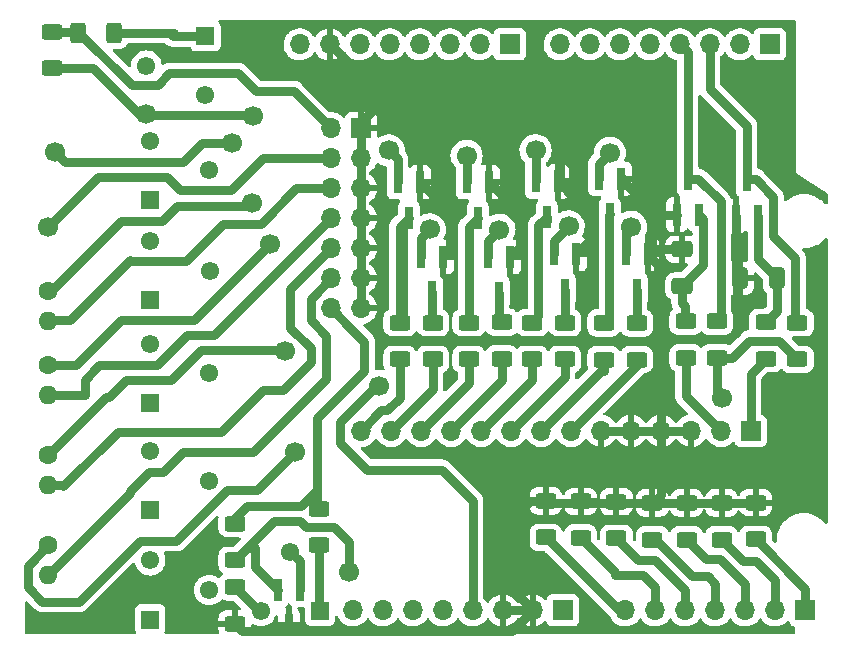
<source format=gbr>
%TF.GenerationSoftware,KiCad,Pcbnew,6.0.0*%
%TF.CreationDate,2022-04-09T17:08:44-03:00*%
%TF.ProjectId,cwc5.5,63776335-2e35-42e6-9b69-6361645f7063,rev?*%
%TF.SameCoordinates,Original*%
%TF.FileFunction,Copper,L2,Bot*%
%TF.FilePolarity,Positive*%
%FSLAX46Y46*%
G04 Gerber Fmt 4.6, Leading zero omitted, Abs format (unit mm)*
G04 Created by KiCad (PCBNEW 6.0.0) date 2022-04-09 17:08:44*
%MOMM*%
%LPD*%
G01*
G04 APERTURE LIST*
G04 Aperture macros list*
%AMRoundRect*
0 Rectangle with rounded corners*
0 $1 Rounding radius*
0 $2 $3 $4 $5 $6 $7 $8 $9 X,Y pos of 4 corners*
0 Add a 4 corners polygon primitive as box body*
4,1,4,$2,$3,$4,$5,$6,$7,$8,$9,$2,$3,0*
0 Add four circle primitives for the rounded corners*
1,1,$1+$1,$2,$3*
1,1,$1+$1,$4,$5*
1,1,$1+$1,$6,$7*
1,1,$1+$1,$8,$9*
0 Add four rect primitives between the rounded corners*
20,1,$1+$1,$2,$3,$4,$5,0*
20,1,$1+$1,$4,$5,$6,$7,0*
20,1,$1+$1,$6,$7,$8,$9,0*
20,1,$1+$1,$8,$9,$2,$3,0*%
G04 Aperture macros list end*
%TA.AperFunction,ComponentPad*%
%ADD10R,1.700000X1.700000*%
%TD*%
%TA.AperFunction,ComponentPad*%
%ADD11O,1.700000X1.700000*%
%TD*%
%TA.AperFunction,ComponentPad*%
%ADD12R,1.550000X1.550000*%
%TD*%
%TA.AperFunction,ComponentPad*%
%ADD13C,1.550000*%
%TD*%
%TA.AperFunction,ComponentPad*%
%ADD14C,1.600000*%
%TD*%
%TA.AperFunction,ComponentPad*%
%ADD15O,1.600000X1.600000*%
%TD*%
%TA.AperFunction,SMDPad,CuDef*%
%ADD16RoundRect,0.250000X-0.625000X0.400000X-0.625000X-0.400000X0.625000X-0.400000X0.625000X0.400000X0*%
%TD*%
%TA.AperFunction,SMDPad,CuDef*%
%ADD17R,0.800000X1.900000*%
%TD*%
%TA.AperFunction,SMDPad,CuDef*%
%ADD18RoundRect,0.250000X0.625000X-0.400000X0.625000X0.400000X-0.625000X0.400000X-0.625000X-0.400000X0*%
%TD*%
%TA.AperFunction,SMDPad,CuDef*%
%ADD19RoundRect,0.250000X0.412500X0.650000X-0.412500X0.650000X-0.412500X-0.650000X0.412500X-0.650000X0*%
%TD*%
%TA.AperFunction,SMDPad,CuDef*%
%ADD20RoundRect,0.250000X0.650000X-0.412500X0.650000X0.412500X-0.650000X0.412500X-0.650000X-0.412500X0*%
%TD*%
%TA.AperFunction,SMDPad,CuDef*%
%ADD21RoundRect,0.250000X0.400000X0.625000X-0.400000X0.625000X-0.400000X-0.625000X0.400000X-0.625000X0*%
%TD*%
%TA.AperFunction,ViaPad*%
%ADD22C,1.700000*%
%TD*%
%TA.AperFunction,Conductor*%
%ADD23C,0.762000*%
%TD*%
G04 APERTURE END LIST*
D10*
%TO.P,J5,1,Pin_1*%
%TO.N,/HIR*%
X61976000Y-35306000D03*
D11*
%TO.P,J5,2,Pin_2*%
%TO.N,/HRR*%
X59436000Y-35306000D03*
%TO.P,J5,3,Pin_3*%
%TO.N,GND*%
X56896000Y-35306000D03*
%TO.P,J5,4,Pin_4*%
X54356000Y-35306000D03*
%TO.P,J5,5,Pin_5*%
X51816000Y-35306000D03*
%TO.P,J5,6,Pin_6*%
X49276000Y-35306000D03*
%TO.P,J5,7,Pin_7*%
%TO.N,/REX1*%
X46736000Y-35306000D03*
%TO.P,J5,8,Pin_8*%
%TO.N,/RH1*%
X44196000Y-35306000D03*
%TO.P,J5,9,Pin_9*%
%TO.N,/RM1*%
X41656000Y-35306000D03*
%TO.P,J5,10,Pin_10*%
%TO.N,/RL1*%
X39116000Y-35306000D03*
%TO.P,J5,11,Pin_11*%
%TO.N,/REX2*%
X36576000Y-35306000D03*
%TO.P,J5,12,Pin_12*%
%TO.N,/RH2*%
X34036000Y-35306000D03*
%TO.P,J5,13,Pin_13*%
%TO.N,/RM2*%
X31496000Y-35306000D03*
%TO.P,J5,14,Pin_14*%
%TO.N,/RL2*%
X28956000Y-35306000D03*
%TD*%
D12*
%TO.P,RV6,1,1*%
%TO.N,Net-(R89-Pad1)*%
X15800000Y-1875000D03*
D13*
%TO.P,RV6,2,2*%
%TO.N,Net-(RV6-Pad2)*%
X10800000Y-4375000D03*
%TO.P,RV6,3,3*%
%TO.N,Net-(R90-Pad1)*%
X15800000Y-6875000D03*
%TD*%
D12*
%TO.P,RV5,1,1*%
%TO.N,Net-(R86-Pad1)*%
X11125000Y-51275000D03*
D13*
%TO.P,RV5,2,2*%
%TO.N,Net-(RV5-Pad2)*%
X16125000Y-48775000D03*
%TO.P,RV5,3,3*%
%TO.N,Net-(R87-Pad1)*%
X11125000Y-46275000D03*
%TD*%
D14*
%TO.P,R82,1*%
%TO.N,/sheet2/A3*%
X2500000Y-29750000D03*
D15*
%TO.P,R82,2*%
%TO.N,/sheet2/S3*%
X2500000Y-32290000D03*
%TD*%
D14*
%TO.P,R85,1*%
%TO.N,/sheet2/A4*%
X2500000Y-37309000D03*
D15*
%TO.P,R85,2*%
%TO.N,/sheet2/S4*%
X2500000Y-39849000D03*
%TD*%
D12*
%TO.P,RV2,1,1*%
%TO.N,Net-(R77-Pad1)*%
X11150000Y-24225000D03*
D13*
%TO.P,RV2,2,2*%
%TO.N,Net-(RV2-Pad2)*%
X16150000Y-21725000D03*
%TO.P,RV2,3,3*%
%TO.N,Net-(R78-Pad1)*%
X11150000Y-19225000D03*
%TD*%
D12*
%TO.P,RV3,1,1*%
%TO.N,Net-(R80-Pad1)*%
X11100000Y-32925000D03*
D13*
%TO.P,RV3,2,2*%
%TO.N,Net-(RV3-Pad2)*%
X16100000Y-30425000D03*
%TO.P,RV3,3,3*%
%TO.N,Net-(R81-Pad1)*%
X11100000Y-27925000D03*
%TD*%
D12*
%TO.P,RV4,1,1*%
%TO.N,Net-(R83-Pad1)*%
X11100000Y-42025000D03*
D13*
%TO.P,RV4,2,2*%
%TO.N,Net-(RV4-Pad2)*%
X16100000Y-39525000D03*
%TO.P,RV4,3,3*%
%TO.N,Net-(R84-Pad1)*%
X11100000Y-37025000D03*
%TD*%
D12*
%TO.P,RV1,1,1*%
%TO.N,Net-(R74-Pad1)*%
X11100000Y-15750000D03*
D13*
%TO.P,RV1,2,2*%
%TO.N,Net-(RV1-Pad2)*%
X16100000Y-13250000D03*
%TO.P,RV1,3,3*%
%TO.N,Net-(R75-Pad1)*%
X11100000Y-10750000D03*
%TD*%
D14*
%TO.P,R88,1*%
%TO.N,/sheet2/A5*%
X2500000Y-44955000D03*
D15*
%TO.P,R88,2*%
%TO.N,/sheet2/S5*%
X2500000Y-47495000D03*
%TD*%
D14*
%TO.P,R79,1*%
%TO.N,/sheet2/A2*%
X2500000Y-23500000D03*
D15*
%TO.P,R79,2*%
%TO.N,/sheet2/S2*%
X2500000Y-26040000D03*
%TD*%
D12*
%TO.P,RV0,1,1*%
%TO.N,Net-(R71-Pad1)*%
X25500000Y-50550000D03*
D13*
%TO.P,RV0,2,2*%
%TO.N,Net-(RV0-Pad2)*%
X23000000Y-45550000D03*
%TO.P,RV0,3,3*%
%TO.N,Net-(R72-Pad1)*%
X20500000Y-50550000D03*
%TD*%
D10*
%TO.P,J6,1,Pin_1*%
%TO.N,GND*%
X28976000Y-9672000D03*
D11*
%TO.P,J6,2,Pin_2*%
%TO.N,/sheet2/S6*%
X26436000Y-9672000D03*
%TO.P,J6,3,Pin_3*%
%TO.N,GND*%
X28976000Y-12212000D03*
%TO.P,J6,4,Pin_4*%
%TO.N,/sheet2/S1*%
X26436000Y-12212000D03*
%TO.P,J6,5,Pin_5*%
%TO.N,GND*%
X28976000Y-14752000D03*
%TO.P,J6,6,Pin_6*%
%TO.N,/sheet2/S2*%
X26436000Y-14752000D03*
%TO.P,J6,7,Pin_7*%
%TO.N,GND*%
X28976000Y-17292000D03*
%TO.P,J6,8,Pin_8*%
%TO.N,/sheet2/S3*%
X26436000Y-17292000D03*
%TO.P,J6,9,Pin_9*%
%TO.N,GND*%
X28976000Y-19832000D03*
%TO.P,J6,10,Pin_10*%
%TO.N,/sheet2/S4*%
X26436000Y-19832000D03*
%TO.P,J6,11,Pin_11*%
%TO.N,GND*%
X28976000Y-22372000D03*
%TO.P,J6,12,Pin_12*%
%TO.N,/sheet2/S5*%
X26436000Y-22372000D03*
%TO.P,J6,13,Pin_13*%
%TO.N,GND*%
X28976000Y-24912000D03*
%TO.P,J6,14,Pin_14*%
%TO.N,/sheet2/S0*%
X26436000Y-24912000D03*
%TD*%
D16*
%TO.P,R9,1*%
%TO.N,Net-(Q6-Pad3)*%
X46228000Y-26136000D03*
%TO.P,R9,2*%
%TO.N,/RM1*%
X46228000Y-29236000D03*
%TD*%
D17*
%TO.P,Q10,1,B*%
%TO.N,Net-(Q10-Pad1)*%
X39690000Y-20598000D03*
%TO.P,Q10,2,E*%
%TO.N,GND*%
X41590000Y-20598000D03*
%TO.P,Q10,3,C*%
%TO.N,Net-(Q10-Pad3)*%
X40640000Y-23598000D03*
%TD*%
D16*
%TO.P,R12,1*%
%TO.N,Net-(Q8-Pad3)*%
X43434000Y-26136000D03*
%TO.P,R12,2*%
%TO.N,/RL1*%
X43434000Y-29236000D03*
%TD*%
D17*
%TO.P,Q17,1,B*%
%TO.N,Net-(C1-Pad1)*%
X62600000Y-17100000D03*
%TO.P,Q17,2,E*%
%TO.N,GND*%
X60700000Y-17100000D03*
%TO.P,Q17,3,C*%
%TO.N,/HI*%
X61650000Y-14100000D03*
%TD*%
D16*
%TO.P,R26,1*%
%TO.N,/HI*%
X65925000Y-26150000D03*
%TO.P,R26,2*%
%TO.N,+5V*%
X65925000Y-29250000D03*
%TD*%
D17*
%TO.P,Q12,1,B*%
%TO.N,Net-(Q11-Pad2)*%
X37912000Y-14248000D03*
%TO.P,Q12,2,E*%
%TO.N,GND*%
X39812000Y-14248000D03*
%TO.P,Q12,3,C*%
%TO.N,Net-(Q12-Pad3)*%
X38862000Y-17248000D03*
%TD*%
D16*
%TO.P,R28,1*%
%TO.N,/HR*%
X59075000Y-26025000D03*
%TO.P,R28,2*%
%TO.N,+5V*%
X59075000Y-29125000D03*
%TD*%
D18*
%TO.P,R91,1*%
%TO.N,/sheet2/A6*%
X2794000Y-4598000D03*
%TO.P,R91,2*%
%TO.N,/sheet2/S6*%
X2794000Y-1498000D03*
%TD*%
%TO.P,R97,1*%
%TO.N,/sheet2/A1*%
X47575000Y-44375000D03*
%TO.P,R97,2*%
%TO.N,GND*%
X47575000Y-41275000D03*
%TD*%
D10*
%TO.P,J1,1,Pin_1*%
%TO.N,/D8*%
X41560000Y-2580000D03*
D11*
%TO.P,J1,2,Pin_2*%
%TO.N,/D9*%
X39020000Y-2580000D03*
%TO.P,J1,3,Pin_3*%
%TO.N,/D10*%
X36480000Y-2580000D03*
%TO.P,J1,4,Pin_4*%
%TO.N,/D11*%
X33940000Y-2580000D03*
%TO.P,J1,5,Pin_5*%
%TO.N,/D12*%
X31400000Y-2580000D03*
%TO.P,J1,6,Pin_6*%
%TO.N,/D13*%
X28860000Y-2580000D03*
%TO.P,J1,7,Pin_7*%
%TO.N,GND*%
X26320000Y-2580000D03*
%TO.P,J1,8,Pin_8*%
%TO.N,/AREF*%
X23780000Y-2580000D03*
%TD*%
D16*
%TO.P,R3,1*%
%TO.N,Net-(Q2-Pad3)*%
X52324000Y-26162000D03*
%TO.P,R3,2*%
%TO.N,/REX1*%
X52324000Y-29262000D03*
%TD*%
D19*
%TO.P,C1,1*%
%TO.N,Net-(C1-Pad1)*%
X64200000Y-22375000D03*
%TO.P,C1,2*%
%TO.N,GND*%
X61075000Y-22375000D03*
%TD*%
D17*
%TO.P,Q2,1,B*%
%TO.N,Net-(Q1-Pad2)*%
X51374000Y-20344000D03*
%TO.P,Q2,2,E*%
%TO.N,GND*%
X53274000Y-20344000D03*
%TO.P,Q2,3,C*%
%TO.N,Net-(Q2-Pad3)*%
X52324000Y-23344000D03*
%TD*%
D10*
%TO.P,J4,1,Pin_1*%
%TO.N,/sheet2/A6*%
X66600000Y-50500000D03*
D11*
%TO.P,J4,2,Pin_2*%
%TO.N,/sheet2/A5*%
X64060000Y-50500000D03*
%TO.P,J4,3,Pin_3*%
%TO.N,/sheet2/A4*%
X61520000Y-50500000D03*
%TO.P,J4,4,Pin_4*%
%TO.N,/sheet2/A3*%
X58980000Y-50500000D03*
%TO.P,J4,5,Pin_5*%
%TO.N,/sheet2/A2*%
X56440000Y-50500000D03*
%TO.P,J4,6,Pin_6*%
%TO.N,/sheet2/A1*%
X53900000Y-50500000D03*
%TO.P,J4,7,Pin_7*%
%TO.N,/sheet2/A0*%
X51360000Y-50500000D03*
%TD*%
D17*
%TO.P,Q4,1,B*%
%TO.N,Net-(Q3-Pad2)*%
X49088000Y-13956000D03*
%TO.P,Q4,2,E*%
%TO.N,GND*%
X50988000Y-13956000D03*
%TO.P,Q4,3,C*%
%TO.N,Net-(Q4-Pad3)*%
X50038000Y-16956000D03*
%TD*%
D18*
%TO.P,R25,1*%
%TO.N,/HIR*%
X63225000Y-29200000D03*
%TO.P,R25,2*%
%TO.N,Net-(C1-Pad1)*%
X63225000Y-26100000D03*
%TD*%
%TO.P,R98,1*%
%TO.N,/sheet2/A6*%
X62400000Y-44475000D03*
%TO.P,R98,2*%
%TO.N,GND*%
X62400000Y-41375000D03*
%TD*%
D17*
%TO.P,Q6,1,B*%
%TO.N,Net-(Q5-Pad2)*%
X45278000Y-20344000D03*
%TO.P,Q6,2,E*%
%TO.N,GND*%
X47178000Y-20344000D03*
%TO.P,Q6,3,C*%
%TO.N,Net-(Q6-Pad3)*%
X46228000Y-23344000D03*
%TD*%
%TO.P,Q16,1,B*%
%TO.N,Net-(Q15-Pad2)*%
X32070000Y-14248000D03*
%TO.P,Q16,2,E*%
%TO.N,GND*%
X33970000Y-14248000D03*
%TO.P,Q16,3,C*%
%TO.N,Net-(Q16-Pad3)*%
X33020000Y-17248000D03*
%TD*%
D16*
%TO.P,R24,1*%
%TO.N,Net-(Q16-Pad3)*%
X32258000Y-26136000D03*
%TO.P,R24,2*%
%TO.N,/RL2*%
X32258000Y-29236000D03*
%TD*%
%TO.P,R21,1*%
%TO.N,Net-(Q14-Pad3)*%
X35052000Y-26136000D03*
%TO.P,R21,2*%
%TO.N,/RM2*%
X35052000Y-29236000D03*
%TD*%
%TO.P,R15,1*%
%TO.N,Net-(Q10-Pad3)*%
X40894000Y-26110000D03*
%TO.P,R15,2*%
%TO.N,/REX2*%
X40894000Y-29210000D03*
%TD*%
D20*
%TO.P,C2,1*%
%TO.N,Net-(C2-Pad1)*%
X56150000Y-23062500D03*
%TO.P,C2,2*%
%TO.N,GND*%
X56150000Y-19937500D03*
%TD*%
D21*
%TO.P,R89,1*%
%TO.N,Net-(R89-Pad1)*%
X8078400Y-1574800D03*
%TO.P,R89,2*%
%TO.N,/sheet2/S6*%
X4978400Y-1574800D03*
%TD*%
D10*
%TO.P,J3,1,Pin_1*%
%TO.N,/VIN*%
X46060000Y-50500000D03*
D11*
%TO.P,J3,2,Pin_2*%
%TO.N,GND*%
X43520000Y-50500000D03*
%TO.P,J3,3,Pin_3*%
X40980000Y-50500000D03*
%TO.P,J3,4,Pin_4*%
%TO.N,+5V*%
X38440000Y-50500000D03*
%TO.P,J3,5,Pin_5*%
%TO.N,/3\u002C3V*%
X35900000Y-50500000D03*
%TO.P,J3,6,Pin_6*%
%TO.N,/RESET*%
X33360000Y-50500000D03*
%TO.P,J3,7,Pin_7*%
%TO.N,/IOREF*%
X30820000Y-50500000D03*
%TO.P,J3,8,Pin_8*%
%TO.N,/NCON*%
X28280000Y-50500000D03*
%TD*%
D18*
%TO.P,R92,1*%
%TO.N,/sheet2/A0*%
X44625000Y-44325000D03*
%TO.P,R92,2*%
%TO.N,GND*%
X44625000Y-41225000D03*
%TD*%
D10*
%TO.P,J2,1,Pin_1*%
%TO.N,unconnected-(J2-Pad1)*%
X63580000Y-2580000D03*
D11*
%TO.P,J2,2,Pin_2*%
%TO.N,unconnected-(J2-Pad2)*%
X61040000Y-2580000D03*
%TO.P,J2,3,Pin_3*%
%TO.N,/HI*%
X58500000Y-2580000D03*
%TO.P,J2,4,Pin_4*%
%TO.N,/HR*%
X55960000Y-2580000D03*
%TO.P,J2,5,Pin_5*%
%TO.N,/D4*%
X53420000Y-2580000D03*
%TO.P,J2,6,Pin_6*%
%TO.N,/D5*%
X50880000Y-2580000D03*
%TO.P,J2,7,Pin_7*%
%TO.N,/D6*%
X48340000Y-2580000D03*
%TO.P,J2,8,Pin_8*%
%TO.N,/D7*%
X45800000Y-2580000D03*
%TD*%
D17*
%TO.P,U0,1,K*%
%TO.N,/sheet2/A0*%
X21910000Y-48750000D03*
%TO.P,U0,2,REF*%
%TO.N,Net-(RV0-Pad2)*%
X23810000Y-48750000D03*
%TO.P,U0,3,A*%
%TO.N,GND*%
X22860000Y-51750000D03*
%TD*%
D16*
%TO.P,R18,1*%
%TO.N,Net-(Q12-Pad3)*%
X38100000Y-26136000D03*
%TO.P,R18,2*%
%TO.N,/RH2*%
X38100000Y-29236000D03*
%TD*%
D17*
%TO.P,Q8,1,B*%
%TO.N,Net-(Q7-Pad2)*%
X43754000Y-14186000D03*
%TO.P,Q8,2,E*%
%TO.N,GND*%
X45654000Y-14186000D03*
%TO.P,Q8,3,C*%
%TO.N,Net-(Q8-Pad3)*%
X44704000Y-17186000D03*
%TD*%
D18*
%TO.P,R93,1*%
%TO.N,/sheet2/A5*%
X59500000Y-44500000D03*
%TO.P,R93,2*%
%TO.N,GND*%
X59500000Y-41400000D03*
%TD*%
D16*
%TO.P,R72,1*%
%TO.N,Net-(R72-Pad1)*%
X18288000Y-48514000D03*
%TO.P,R72,2*%
%TO.N,GND*%
X18288000Y-51614000D03*
%TD*%
D18*
%TO.P,R71,1*%
%TO.N,Net-(R71-Pad1)*%
X25400000Y-44984000D03*
%TO.P,R71,2*%
%TO.N,/sheet2/S0*%
X25400000Y-41884000D03*
%TD*%
D16*
%TO.P,R6,1*%
%TO.N,Net-(Q4-Pad3)*%
X49530000Y-26162000D03*
%TO.P,R6,2*%
%TO.N,/RH1*%
X49530000Y-29262000D03*
%TD*%
D18*
%TO.P,R94,1*%
%TO.N,/sheet2/A4*%
X56550000Y-44500000D03*
%TO.P,R94,2*%
%TO.N,GND*%
X56550000Y-41400000D03*
%TD*%
D17*
%TO.P,Q14,1,B*%
%TO.N,Net-(Q13-Pad2)*%
X34036000Y-20574000D03*
%TO.P,Q14,2,E*%
%TO.N,GND*%
X35936000Y-20574000D03*
%TO.P,Q14,3,C*%
%TO.N,Net-(Q14-Pad3)*%
X34986000Y-23574000D03*
%TD*%
D18*
%TO.P,R96,1*%
%TO.N,/sheet2/A2*%
X50600000Y-44400000D03*
%TO.P,R96,2*%
%TO.N,GND*%
X50600000Y-41300000D03*
%TD*%
%TO.P,R73,1*%
%TO.N,/sheet2/A0*%
X18288000Y-46254000D03*
%TO.P,R73,2*%
%TO.N,/sheet2/S0*%
X18288000Y-43154000D03*
%TD*%
%TO.P,R95,1*%
%TO.N,/sheet2/A3*%
X53650000Y-44500000D03*
%TO.P,R95,2*%
%TO.N,GND*%
X53650000Y-41400000D03*
%TD*%
D17*
%TO.P,Q18,1,B*%
%TO.N,Net-(C2-Pad1)*%
X57592000Y-16994000D03*
%TO.P,Q18,2,E*%
%TO.N,GND*%
X55692000Y-16994000D03*
%TO.P,Q18,3,C*%
%TO.N,/HR*%
X56642000Y-13994000D03*
%TD*%
D18*
%TO.P,R27,1*%
%TO.N,/HRR*%
X56475000Y-29125000D03*
%TO.P,R27,2*%
%TO.N,Net-(C2-Pad1)*%
X56475000Y-26025000D03*
%TD*%
D22*
%TO.N,Net-(Q1-Pad2)*%
X51841400Y-18008600D03*
%TO.N,Net-(Q3-Pad2)*%
X50038000Y-11760200D03*
%TO.N,Net-(Q5-Pad2)*%
X46558200Y-17983200D03*
%TO.N,Net-(Q7-Pad2)*%
X43754000Y-11541800D03*
%TO.N,Net-(Q11-Pad2)*%
X37912000Y-12004000D03*
%TO.N,Net-(Q13-Pad2)*%
X34798000Y-18237200D03*
%TO.N,Net-(Q15-Pad2)*%
X31318200Y-11557000D03*
%TO.N,Net-(Q10-Pad1)*%
X40690800Y-18262600D03*
%TO.N,+5V*%
X30500000Y-31500000D03*
X59525000Y-32550000D03*
%TO.N,/sheet2/A0*%
X27940000Y-47244000D03*
%TO.N,/sheet2/S1*%
X2500000Y-18000000D03*
%TO.N,/sheet2/A1*%
X18034000Y-10922000D03*
X3048000Y-11684000D03*
%TO.N,/sheet2/A2*%
X19750000Y-16000000D03*
%TO.N,/sheet2/A3*%
X21250000Y-19500000D03*
%TO.N,/sheet2/A4*%
X22500000Y-28500000D03*
%TO.N,/sheet2/A5*%
X23368000Y-37084000D03*
%TO.N,/sheet2/A6*%
X10800000Y-8450000D03*
X19812000Y-8636000D03*
%TD*%
D23*
%TO.N,Net-(Q2-Pad3)*%
X52324000Y-26136000D02*
X52324000Y-23344000D01*
%TO.N,/REX1*%
X52324000Y-29262000D02*
X52324000Y-29718000D01*
X52324000Y-29718000D02*
X46736000Y-35306000D01*
X52298000Y-29262000D02*
X52324000Y-29236000D01*
%TO.N,Net-(Q1-Pad2)*%
X51374000Y-18323600D02*
X51739800Y-17957800D01*
X51374000Y-18323600D02*
X51739800Y-17957800D01*
X51374000Y-20344000D02*
X51374000Y-18323600D01*
X51374000Y-20344000D02*
X51374000Y-18323600D01*
%TO.N,GND*%
X54356000Y-27006000D02*
X54356000Y-35306000D01*
X53571911Y-18603089D02*
X53571911Y-20046089D01*
X47178000Y-20344000D02*
X48288711Y-19233289D01*
X35642000Y-15920000D02*
X35159400Y-15437400D01*
X62400000Y-41375000D02*
X44775000Y-41375000D01*
X22860000Y-51835000D02*
X23255511Y-52230511D01*
X35642000Y-12872000D02*
X35642000Y-11902000D01*
X41590000Y-16026000D02*
X39812000Y-14248000D01*
X41452800Y-7340600D02*
X47421800Y-7340600D01*
X40750000Y-47730000D02*
X43520000Y-50500000D01*
X52571600Y-8553400D02*
X51358800Y-7340600D01*
X41656000Y-7543800D02*
X41452800Y-7340600D01*
X42421311Y-16411711D02*
X42421311Y-19766689D01*
X44625000Y-41225000D02*
X43275000Y-41225000D01*
X60830520Y-22619480D02*
X61075000Y-22375000D01*
X60700000Y-22000000D02*
X61075000Y-22375000D01*
X53571911Y-16721911D02*
X53571911Y-18603089D01*
X52571600Y-8553400D02*
X52723520Y-8401480D01*
X48288711Y-19233289D02*
X48288711Y-16488711D01*
X35642000Y-11902000D02*
X35642000Y-10332000D01*
X60700000Y-17100000D02*
X60700000Y-22000000D01*
X41656000Y-9932000D02*
X41656000Y-15646400D01*
X54356000Y-35306000D02*
X56896000Y-35306000D01*
X30480000Y-7620000D02*
X28448000Y-9652000D01*
X40750000Y-43750000D02*
X40750000Y-47730000D01*
X40980000Y-50500000D02*
X43520000Y-50500000D01*
X41656000Y-11734800D02*
X41656000Y-11246978D01*
X49276000Y-35306000D02*
X51816000Y-35306000D01*
X35642000Y-15920000D02*
X35642000Y-12872000D01*
X53274000Y-13142000D02*
X53274000Y-9255800D01*
X47421800Y-7340600D02*
X45820000Y-8942400D01*
X53571911Y-20046089D02*
X53274000Y-20344000D01*
X54079520Y-21149520D02*
X54065000Y-21135000D01*
X60168276Y-27555520D02*
X54905520Y-27555520D01*
X54350000Y-27000000D02*
X54356000Y-27006000D01*
X22860000Y-51750000D02*
X22860000Y-51835000D01*
X53680500Y-19937500D02*
X53274000Y-20344000D01*
X54905520Y-27555520D02*
X54350000Y-27000000D01*
X38633400Y-7340600D02*
X41452800Y-7340600D01*
X23255511Y-52230511D02*
X18904511Y-52230511D01*
X36528511Y-19981489D02*
X36528511Y-16806511D01*
X51030000Y-13914000D02*
X50988000Y-13956000D01*
X35159400Y-15437400D02*
X33970000Y-14248000D01*
X53844000Y-16994000D02*
X53571911Y-16721911D01*
X51816000Y-35306000D02*
X54356000Y-35306000D01*
X36528511Y-16806511D02*
X35159400Y-15437400D01*
X41656000Y-11734800D02*
X41656000Y-7543800D01*
X56150000Y-19937500D02*
X53680500Y-19937500D01*
X46849000Y-15381000D02*
X45654000Y-14186000D01*
X28976000Y-9672000D02*
X28976000Y-24912000D01*
X26320000Y-2580000D02*
X29836000Y-6096000D01*
X35936000Y-20574000D02*
X36528511Y-19981489D01*
X35642000Y-10332000D02*
X38633400Y-7340600D01*
X54356000Y-40694000D02*
X53650000Y-41400000D01*
X53274000Y-16242000D02*
X53571911Y-16539911D01*
X45820000Y-14020000D02*
X45654000Y-14186000D01*
X53274000Y-16242000D02*
X50988000Y-13956000D01*
X53274000Y-9255800D02*
X52571600Y-8553400D01*
X60830520Y-26893276D02*
X60830520Y-22619480D01*
X54350000Y-27000000D02*
X54079520Y-26729520D01*
X45820000Y-8942400D02*
X45820000Y-14020000D01*
X43520000Y-50500000D02*
X41789489Y-52230511D01*
X55692000Y-16994000D02*
X53844000Y-16994000D01*
X43275000Y-41225000D02*
X40750000Y-43750000D01*
X44775000Y-41375000D02*
X44625000Y-41225000D01*
X35642000Y-11902000D02*
X26320000Y-2580000D01*
X53571911Y-16539911D02*
X53571911Y-16721911D01*
X54079520Y-26729520D02*
X54079520Y-21149520D01*
X60830520Y-26893276D02*
X60168276Y-27555520D01*
X41656000Y-15960000D02*
X41656000Y-11734800D01*
X41656000Y-15646400D02*
X42421311Y-16411711D01*
X42421311Y-19766689D02*
X41590000Y-20598000D01*
X48288711Y-16488711D02*
X45986000Y-14186000D01*
X53274000Y-16242000D02*
X53274000Y-13142000D01*
X41789489Y-52230511D02*
X23255511Y-52230511D01*
X47421800Y-7340600D02*
X51358800Y-7340600D01*
X53274000Y-20344000D02*
X54065000Y-21135000D01*
X45986000Y-14186000D02*
X45654000Y-14186000D01*
X54356000Y-35306000D02*
X54356000Y-40694000D01*
X18904511Y-52230511D02*
X18288000Y-51614000D01*
%TO.N,Net-(Q3-Pad2)*%
X49088000Y-13956000D02*
X49088000Y-12710200D01*
X49088000Y-12710200D02*
X50038000Y-11760200D01*
%TO.N,Net-(Q5-Pad2)*%
X45278000Y-20344000D02*
X45278000Y-19263400D01*
X45278000Y-19263400D02*
X46558200Y-17983200D01*
%TO.N,Net-(Q4-Pad3)*%
X50038000Y-16956000D02*
X50009289Y-16984711D01*
X50009289Y-16984711D02*
X50009289Y-25682711D01*
X50009289Y-25682711D02*
X49530000Y-26162000D01*
%TO.N,Net-(Q7-Pad2)*%
X43754000Y-14186000D02*
X43754000Y-11541800D01*
%TO.N,Net-(Q6-Pad3)*%
X46228000Y-23344000D02*
X46228000Y-26136000D01*
%TO.N,Net-(Q10-Pad3)*%
X40640000Y-23598000D02*
X40640000Y-25856000D01*
X40640000Y-25882000D02*
X40894000Y-26136000D01*
X40640000Y-25856000D02*
X40894000Y-26110000D01*
%TO.N,Net-(Q11-Pad2)*%
X37912000Y-14248000D02*
X37912000Y-12004000D01*
%TO.N,Net-(Q12-Pad3)*%
X38862000Y-17248000D02*
X38862000Y-17272000D01*
X38100000Y-18034000D02*
X38100000Y-26136000D01*
X38100000Y-26136000D02*
X38100000Y-18010000D01*
X38100000Y-18010000D02*
X38862000Y-17248000D01*
X38862000Y-17272000D02*
X38100000Y-18034000D01*
%TO.N,Net-(Q13-Pad2)*%
X34036000Y-18999200D02*
X34798000Y-18237200D01*
X34036000Y-20574000D02*
X34036000Y-18999200D01*
%TO.N,Net-(Q14-Pad3)*%
X34986000Y-26070000D02*
X35052000Y-26136000D01*
X34986000Y-23574000D02*
X34986000Y-26070000D01*
%TO.N,Net-(Q15-Pad2)*%
X32070000Y-14248000D02*
X32070000Y-12308800D01*
X32070000Y-14248000D02*
X32070000Y-12308800D01*
X32070000Y-12308800D02*
X31318200Y-11557000D01*
X32070000Y-12308800D02*
X31318200Y-11557000D01*
%TO.N,Net-(Q16-Pad3)*%
X32258000Y-18010000D02*
X32258000Y-26136000D01*
X32512000Y-17756000D02*
X32512000Y-25882000D01*
X33020000Y-17248000D02*
X32512000Y-17756000D01*
X33020000Y-17248000D02*
X32258000Y-18010000D01*
X32512000Y-25882000D02*
X32258000Y-26136000D01*
%TO.N,Net-(C1-Pad1)*%
X62600000Y-17100000D02*
X62600000Y-20775000D01*
X64200000Y-25125000D02*
X63225000Y-26100000D01*
X62600000Y-20775000D02*
X64200000Y-22375000D01*
X64200000Y-22375000D02*
X64200000Y-25125000D01*
%TO.N,/HIR*%
X61976000Y-35306000D02*
X61976000Y-30449000D01*
X61976000Y-30449000D02*
X63225000Y-29200000D01*
%TO.N,Net-(Q8-Pad3)*%
X43997489Y-25572511D02*
X43434000Y-26136000D01*
X43997489Y-17892511D02*
X43997489Y-25572511D01*
X44704000Y-17186000D02*
X43997489Y-17892511D01*
X44704000Y-17186000D02*
X44704000Y-17526000D01*
X44704000Y-17186000D02*
X44704000Y-17526000D01*
%TO.N,Net-(Q10-Pad1)*%
X39690000Y-20598000D02*
X39690000Y-19263400D01*
X39690000Y-19263400D02*
X40690800Y-18262600D01*
%TO.N,+5V*%
X61838374Y-27669480D02*
X60382854Y-29125000D01*
X60382854Y-29125000D02*
X59075000Y-29125000D01*
X59075000Y-32100000D02*
X59525000Y-32550000D01*
X35814000Y-38608000D02*
X29464000Y-38608000D01*
X65925000Y-29250000D02*
X64344480Y-27669480D01*
X38440000Y-50500000D02*
X38440000Y-41234000D01*
X64344480Y-27669480D02*
X61838374Y-27669480D01*
X29464000Y-38608000D02*
X27178000Y-36322000D01*
X30250000Y-31500000D02*
X27250000Y-34500000D01*
X59075000Y-29125000D02*
X59075000Y-32100000D01*
X30500000Y-31500000D02*
X30250000Y-31500000D01*
X38440000Y-41234000D02*
X35814000Y-38608000D01*
X27178000Y-36322000D02*
X27178000Y-34572000D01*
%TO.N,/HRR*%
X56475000Y-32345000D02*
X59436000Y-35306000D01*
X56475000Y-29125000D02*
X56475000Y-32345000D01*
%TO.N,/RH1*%
X49530000Y-29262000D02*
X49530000Y-30226000D01*
X49530000Y-29972000D02*
X44196000Y-35306000D01*
X49530000Y-29262000D02*
X49530000Y-29972000D01*
%TO.N,/RM1*%
X46228000Y-29236000D02*
X46228000Y-30734000D01*
X46228000Y-30734000D02*
X41656000Y-35306000D01*
%TO.N,/RL1*%
X43434000Y-30988000D02*
X39116000Y-35306000D01*
X43434000Y-29236000D02*
X43434000Y-30988000D01*
%TO.N,/REX2*%
X40894000Y-30988000D02*
X36576000Y-35306000D01*
X40894000Y-29210000D02*
X40894000Y-30988000D01*
%TO.N,/RH2*%
X38100000Y-29236000D02*
X38100000Y-31242000D01*
X38100000Y-31242000D02*
X34036000Y-35306000D01*
%TO.N,/RM2*%
X35052000Y-29236000D02*
X35052000Y-31750000D01*
X35052000Y-31750000D02*
X31496000Y-35306000D01*
%TO.N,/RL2*%
X30686511Y-33575489D02*
X28956000Y-35306000D01*
X31194511Y-33575489D02*
X30686511Y-33575489D01*
X32258000Y-29236000D02*
X32258000Y-32512000D01*
X32258000Y-32512000D02*
X31194511Y-33575489D01*
%TO.N,/HI*%
X65750000Y-20700000D02*
X63880511Y-18830511D01*
X63880511Y-15480511D02*
X62400000Y-14000000D01*
X58500000Y-6375000D02*
X58500000Y-2580000D01*
X63880511Y-18830511D02*
X63880511Y-17680511D01*
X61750000Y-14000000D02*
X61650000Y-14100000D01*
X62400000Y-14000000D02*
X61750000Y-14000000D01*
X61650000Y-14100000D02*
X61650000Y-9525000D01*
X61650000Y-9525000D02*
X58500000Y-6375000D01*
X63880511Y-17680511D02*
X63880511Y-15480511D01*
X65750000Y-25975000D02*
X65750000Y-20700000D01*
X65925000Y-26150000D02*
X65750000Y-25975000D01*
%TO.N,/HR*%
X56642000Y-3262000D02*
X55960000Y-2580000D01*
X59419489Y-25680511D02*
X59075000Y-26025000D01*
X59419489Y-15869489D02*
X59419489Y-25680511D01*
X56642000Y-13994000D02*
X56642000Y-3262000D01*
X56642000Y-13994000D02*
X57544000Y-13994000D01*
X57544000Y-13994000D02*
X59419489Y-15869489D01*
%TO.N,Net-(C2-Pad1)*%
X56375000Y-24725000D02*
X56375000Y-25925000D01*
X56375000Y-25925000D02*
X56475000Y-26025000D01*
X57930520Y-21281980D02*
X56150000Y-23062500D01*
X56150000Y-24500000D02*
X56375000Y-24725000D01*
X56150000Y-23062500D02*
X56150000Y-24500000D01*
X57930520Y-17332520D02*
X57930520Y-21281980D01*
X57592000Y-16994000D02*
X57930520Y-17332520D01*
%TO.N,Net-(R71-Pad1)*%
X25400000Y-44984000D02*
X25400000Y-50450000D01*
X25400000Y-50450000D02*
X25500000Y-50550000D01*
%TO.N,/sheet2/S0*%
X29250000Y-30250000D02*
X25250000Y-34250000D01*
X28250000Y-26750000D02*
X29250000Y-27750000D01*
X25250000Y-34250000D02*
X25250000Y-40282000D01*
X29250000Y-27750000D02*
X29250000Y-30250000D01*
X19295520Y-41664480D02*
X23867520Y-41664480D01*
X23867520Y-41664480D02*
X25250000Y-40282000D01*
X18288000Y-42672000D02*
X19295520Y-41664480D01*
X28250000Y-26726000D02*
X28250000Y-26750000D01*
X25250000Y-40282000D02*
X25250000Y-42153000D01*
X18288000Y-43154000D02*
X18288000Y-42672000D01*
X26436000Y-24912000D02*
X28250000Y-26726000D01*
%TO.N,Net-(R72-Pad1)*%
X20324000Y-50550000D02*
X18288000Y-48514000D01*
X20500000Y-50550000D02*
X20324000Y-50550000D01*
%TO.N,/sheet2/A0*%
X24326204Y-43434000D02*
X26670000Y-43434000D01*
X18288000Y-46254000D02*
X19292000Y-45250000D01*
X23818204Y-42926000D02*
X24326204Y-43434000D01*
X27940000Y-44704000D02*
X27940000Y-47244000D01*
X50800000Y-50500000D02*
X51360000Y-50500000D01*
X44625000Y-44325000D02*
X50800000Y-50500000D01*
X20000000Y-45250000D02*
X20000000Y-46840000D01*
X26670000Y-43434000D02*
X27940000Y-44704000D01*
X19292000Y-45250000D02*
X21616000Y-42926000D01*
X19292000Y-45250000D02*
X20000000Y-45250000D01*
X20000000Y-46840000D02*
X21910000Y-48750000D01*
X21616000Y-42926000D02*
X23818204Y-42926000D01*
%TO.N,/sheet2/S1*%
X12550000Y-13800000D02*
X6700000Y-13800000D01*
X13655511Y-14905511D02*
X12550000Y-13800000D01*
X20646687Y-12212000D02*
X17953176Y-14905511D01*
X6700000Y-13800000D02*
X2500000Y-18000000D01*
X26436000Y-12212000D02*
X20646687Y-12212000D01*
X17953176Y-14905511D02*
X13655511Y-14905511D01*
%TO.N,/sheet2/A1*%
X50486519Y-47511519D02*
X50486519Y-47286519D01*
X13877519Y-12538481D02*
X3902480Y-12538480D01*
X15494000Y-10922000D02*
X13877519Y-12538481D01*
X52875000Y-47511519D02*
X53900000Y-48536519D01*
X18034000Y-10922000D02*
X15494000Y-10922000D01*
X53900000Y-48536519D02*
X53900000Y-50500000D01*
X50486519Y-47286519D02*
X47575000Y-44375000D01*
X50486519Y-47511519D02*
X52875000Y-47511519D01*
X3902480Y-12538480D02*
X3048000Y-11684000D01*
%TO.N,/sheet2/S2*%
X20470000Y-17780000D02*
X17272000Y-17780000D01*
X23502000Y-14752000D02*
X23500000Y-14750000D01*
X14171489Y-20880511D02*
X9450511Y-20880511D01*
X23500000Y-14750000D02*
X20470000Y-17780000D01*
X9450511Y-20880511D02*
X9398000Y-20828000D01*
X4347000Y-25879000D02*
X2794000Y-25879000D01*
X26436000Y-14752000D02*
X23502000Y-14752000D01*
X17272000Y-17780000D02*
X14171489Y-20880511D01*
X9398000Y-20828000D02*
X4347000Y-25879000D01*
%TO.N,/sheet2/A2*%
X8633000Y-17500000D02*
X12150000Y-17500000D01*
X52450000Y-46250000D02*
X50600000Y-44400000D01*
X56440000Y-50500000D02*
X56440000Y-48797854D01*
X12150000Y-17500000D02*
X13417029Y-16232971D01*
X19517029Y-16232971D02*
X19750000Y-16000000D01*
X13417029Y-16232971D02*
X19517029Y-16232971D01*
X56440000Y-48797854D02*
X53892146Y-46250000D01*
X53892146Y-46250000D02*
X52450000Y-46250000D01*
X2794000Y-23339000D02*
X8633000Y-17500000D01*
%TO.N,/sheet2/S3*%
X26436000Y-17292000D02*
X16541520Y-27186480D01*
X5588000Y-32258000D02*
X2794000Y-32258000D01*
X16541520Y-27186480D02*
X14238520Y-27186480D01*
X6625000Y-29925000D02*
X5588000Y-30962000D01*
X14238520Y-27186480D02*
X11692031Y-29732969D01*
X11692031Y-29732969D02*
X6817031Y-29732969D01*
X5588000Y-30962000D02*
X5588000Y-32258000D01*
X6817031Y-29732969D02*
X6625000Y-29925000D01*
%TO.N,/sheet2/A3*%
X17625289Y-23124711D02*
X21250000Y-19500000D01*
X57001204Y-47575000D02*
X58325000Y-47575000D01*
X53926204Y-44500000D02*
X57001204Y-47575000D01*
X8663489Y-25880511D02*
X14869489Y-25880511D01*
X58325000Y-47575000D02*
X58980000Y-48230000D01*
X58980000Y-48230000D02*
X58980000Y-50500000D01*
X2794000Y-29718000D02*
X4826000Y-29718000D01*
X4826000Y-29718000D02*
X8663489Y-25880511D01*
X14869489Y-25880511D02*
X17962500Y-22787500D01*
X53650000Y-44500000D02*
X53926204Y-44500000D01*
%TO.N,/sheet2/S4*%
X3775000Y-39975000D02*
X3649000Y-39849000D01*
X17137533Y-35369489D02*
X8380511Y-35369489D01*
X3649000Y-39849000D02*
X2500000Y-39849000D01*
X8380511Y-35369489D02*
X3775000Y-39975000D01*
X22408489Y-31841511D02*
X20665511Y-31841511D01*
X24697313Y-28250000D02*
X24738480Y-28250000D01*
X23000000Y-26552687D02*
X24697313Y-28250000D01*
X24738480Y-28250000D02*
X24738480Y-29511520D01*
X20665511Y-31841511D02*
X17137533Y-35369489D01*
X26436000Y-19832000D02*
X23000000Y-23268000D01*
X24738480Y-29511520D02*
X22408489Y-31841511D01*
X23000000Y-23268000D02*
X23000000Y-26552687D01*
%TO.N,/sheet2/A4*%
X15456535Y-28448000D02*
X12910046Y-30994489D01*
X56550000Y-44500000D02*
X58192029Y-46142029D01*
X22098000Y-28448000D02*
X15456535Y-28448000D01*
X59357971Y-46142029D02*
X61520000Y-48304058D01*
X9055511Y-30994489D02*
X7600000Y-32450000D01*
X58192029Y-46142029D02*
X59357971Y-46142029D01*
X12910046Y-30994489D02*
X9055511Y-30994489D01*
X61520000Y-48304058D02*
X61520000Y-50500000D01*
X7600000Y-32450000D02*
X7359000Y-32450000D01*
X7359000Y-32450000D02*
X2500000Y-37309000D01*
%TO.N,/sheet2/S5*%
X9444489Y-40369489D02*
X9444489Y-40550511D01*
X24705489Y-24102511D02*
X24705489Y-25955489D01*
X26000000Y-27250000D02*
X26000000Y-30896000D01*
X13866000Y-37084000D02*
X12175000Y-38775000D01*
X19812000Y-37084000D02*
X13866000Y-37084000D01*
X24705489Y-25955489D02*
X26000000Y-27250000D01*
X11038978Y-38775000D02*
X9444489Y-40369489D01*
X26436000Y-22372000D02*
X24705489Y-24102511D01*
X12175000Y-38775000D02*
X11038978Y-38775000D01*
X9444489Y-40550511D02*
X2500000Y-47495000D01*
X26000000Y-30896000D02*
X19812000Y-37084000D01*
%TO.N,/sheet2/A5*%
X20141068Y-40310932D02*
X17655315Y-40310932D01*
X5114000Y-49750000D02*
X2000000Y-49750000D01*
X750000Y-46705000D02*
X2500000Y-44955000D01*
X62400000Y-46300000D02*
X64060000Y-47960000D01*
X61300000Y-46300000D02*
X62400000Y-46300000D01*
X59500000Y-44500000D02*
X61300000Y-46300000D01*
X10244511Y-44619489D02*
X5114000Y-49750000D01*
X64060000Y-47960000D02*
X64060000Y-50500000D01*
X750000Y-48500000D02*
X750000Y-46705000D01*
X2000000Y-49750000D02*
X750000Y-48500000D01*
X17655315Y-40310932D02*
X13346758Y-44619489D01*
X23368000Y-37084000D02*
X20141068Y-40310932D01*
X13346758Y-44619489D02*
X10244511Y-44619489D01*
%TO.N,Net-(R89-Pad1)*%
X15800000Y-1875000D02*
X13025000Y-1875000D01*
X8078400Y-1574800D02*
X12724800Y-1574800D01*
X13025000Y-1875000D02*
X12724800Y-1574800D01*
X12724800Y-1574800D02*
X13106400Y-1574800D01*
%TO.N,/sheet2/S6*%
X4901600Y-1498000D02*
X4978400Y-1574800D01*
X5136858Y-1574800D02*
X4978400Y-1574800D01*
X26436000Y-9672000D02*
X23317200Y-6553200D01*
X9592569Y-6030511D02*
X5136858Y-1574800D01*
X18592800Y-5029200D02*
X12750800Y-5029200D01*
X11749489Y-6030511D02*
X9592569Y-6030511D01*
X20116800Y-6553200D02*
X18592800Y-5029200D01*
X12750800Y-5029200D02*
X11749489Y-6030511D01*
X23317200Y-6553200D02*
X20116800Y-6553200D01*
X2794000Y-1498000D02*
X4901600Y-1498000D01*
%TO.N,/sheet2/A6*%
X6323000Y-4598000D02*
X10175000Y-8450000D01*
X2794000Y-4598000D02*
X6323000Y-4598000D01*
X19706511Y-8530511D02*
X19812000Y-8636000D01*
X66600000Y-48675000D02*
X66600000Y-50500000D01*
X10800000Y-8450000D02*
X10880511Y-8530511D01*
X10880511Y-8530511D02*
X19706511Y-8530511D01*
X62400000Y-44475000D02*
X66600000Y-48675000D01*
X10175000Y-8450000D02*
X10800000Y-8450000D01*
%TO.N,Net-(RV0-Pad2)*%
X23810000Y-46360000D02*
X23810000Y-48750000D01*
X23000000Y-45550000D02*
X23810000Y-46360000D01*
%TD*%
%TA.AperFunction,Conductor*%
%TO.N,GND*%
G36*
X16830897Y-42497459D02*
G01*
X16887733Y-42540006D01*
X16912544Y-42606526D01*
X16912209Y-42628357D01*
X16904500Y-42703600D01*
X16904500Y-43604400D01*
X16904837Y-43607646D01*
X16904837Y-43607650D01*
X16913702Y-43693084D01*
X16915474Y-43710166D01*
X16917655Y-43716702D01*
X16917655Y-43716704D01*
X16957411Y-43835865D01*
X16971450Y-43877946D01*
X17064522Y-44028348D01*
X17189697Y-44153305D01*
X17195927Y-44157145D01*
X17195928Y-44157146D01*
X17331927Y-44240977D01*
X17340262Y-44246115D01*
X17420005Y-44272564D01*
X17501611Y-44299632D01*
X17501613Y-44299632D01*
X17508139Y-44301797D01*
X17514975Y-44302497D01*
X17514978Y-44302498D01*
X17558031Y-44306909D01*
X17612600Y-44312500D01*
X18667367Y-44312500D01*
X18735488Y-44332502D01*
X18781981Y-44386158D01*
X18792085Y-44456432D01*
X18762591Y-44521012D01*
X18756462Y-44527595D01*
X18681847Y-44602210D01*
X18677063Y-44606751D01*
X18652259Y-44629085D01*
X18627331Y-44651530D01*
X18619348Y-44662518D01*
X18606511Y-44677546D01*
X18225462Y-45058595D01*
X18163150Y-45092621D01*
X18136367Y-45095500D01*
X17612600Y-45095500D01*
X17609354Y-45095837D01*
X17609350Y-45095837D01*
X17513692Y-45105762D01*
X17513688Y-45105763D01*
X17506834Y-45106474D01*
X17500298Y-45108655D01*
X17500296Y-45108655D01*
X17474921Y-45117121D01*
X17339054Y-45162450D01*
X17188652Y-45255522D01*
X17063695Y-45380697D01*
X17059855Y-45386927D01*
X17059854Y-45386928D01*
X16982350Y-45512663D01*
X16970885Y-45531262D01*
X16915203Y-45699139D01*
X16914503Y-45705975D01*
X16914502Y-45705978D01*
X16913786Y-45712968D01*
X16904500Y-45803600D01*
X16904500Y-46704400D01*
X16904837Y-46707646D01*
X16904837Y-46707650D01*
X16910101Y-46758380D01*
X16915474Y-46810166D01*
X16917655Y-46816702D01*
X16917655Y-46816704D01*
X16946795Y-46904046D01*
X16971450Y-46977946D01*
X17064522Y-47128348D01*
X17189697Y-47253305D01*
X17195927Y-47257145D01*
X17195928Y-47257146D01*
X17227787Y-47276784D01*
X17275280Y-47329556D01*
X17286704Y-47399628D01*
X17258430Y-47464752D01*
X17227976Y-47491187D01*
X17210292Y-47502131D01*
X17188652Y-47515522D01*
X17063695Y-47640697D01*
X17059855Y-47646927D01*
X17059854Y-47646928D01*
X17037037Y-47683944D01*
X16984264Y-47731437D01*
X16914193Y-47742861D01*
X16857506Y-47721041D01*
X16773711Y-47662367D01*
X16773709Y-47662366D01*
X16769202Y-47659210D01*
X16764220Y-47656887D01*
X16764215Y-47656884D01*
X16570642Y-47566620D01*
X16570641Y-47566620D01*
X16565660Y-47564297D01*
X16560352Y-47562875D01*
X16560350Y-47562874D01*
X16354044Y-47507595D01*
X16354042Y-47507595D01*
X16348729Y-47506171D01*
X16125000Y-47486597D01*
X15901271Y-47506171D01*
X15895958Y-47507595D01*
X15895956Y-47507595D01*
X15689650Y-47562874D01*
X15689648Y-47562875D01*
X15684340Y-47564297D01*
X15679359Y-47566619D01*
X15679358Y-47566620D01*
X15485786Y-47656884D01*
X15485781Y-47656887D01*
X15480799Y-47659210D01*
X15476292Y-47662366D01*
X15476290Y-47662367D01*
X15301342Y-47784867D01*
X15301339Y-47784869D01*
X15296831Y-47788026D01*
X15138026Y-47946831D01*
X15134869Y-47951339D01*
X15134867Y-47951342D01*
X15014466Y-48123292D01*
X15009210Y-48130799D01*
X15006887Y-48135781D01*
X15006884Y-48135786D01*
X14941124Y-48276810D01*
X14914297Y-48334340D01*
X14912875Y-48339648D01*
X14912874Y-48339650D01*
X14864949Y-48518512D01*
X14856171Y-48551271D01*
X14836597Y-48775000D01*
X14856171Y-48998729D01*
X14857595Y-49004042D01*
X14857595Y-49004044D01*
X14909092Y-49196233D01*
X14914297Y-49215660D01*
X14916619Y-49220641D01*
X14916620Y-49220642D01*
X15006884Y-49414214D01*
X15006887Y-49414219D01*
X15009210Y-49419201D01*
X15012366Y-49423708D01*
X15012367Y-49423710D01*
X15127519Y-49588163D01*
X15138026Y-49603169D01*
X15296831Y-49761974D01*
X15301340Y-49765131D01*
X15301342Y-49765133D01*
X15350592Y-49799618D01*
X15480798Y-49890790D01*
X15485780Y-49893113D01*
X15485785Y-49893116D01*
X15600708Y-49946705D01*
X15684340Y-49985703D01*
X15689648Y-49987125D01*
X15689650Y-49987126D01*
X15895956Y-50042405D01*
X15895958Y-50042405D01*
X15901271Y-50043829D01*
X16125000Y-50063403D01*
X16348729Y-50043829D01*
X16354042Y-50042405D01*
X16354044Y-50042405D01*
X16560350Y-49987126D01*
X16560352Y-49987125D01*
X16565660Y-49985703D01*
X16649292Y-49946705D01*
X16764215Y-49893116D01*
X16764220Y-49893113D01*
X16769202Y-49890790D01*
X16899408Y-49799618D01*
X16948658Y-49765133D01*
X16948660Y-49765131D01*
X16953169Y-49761974D01*
X17111974Y-49603169D01*
X17115133Y-49598658D01*
X17117785Y-49595497D01*
X17176895Y-49556171D01*
X17247883Y-49555045D01*
X17280422Y-49569229D01*
X17333369Y-49601866D01*
X17340262Y-49606115D01*
X17420005Y-49632564D01*
X17501611Y-49659632D01*
X17501613Y-49659632D01*
X17508139Y-49661797D01*
X17514975Y-49662497D01*
X17514978Y-49662498D01*
X17558031Y-49666909D01*
X17612600Y-49672500D01*
X18136367Y-49672500D01*
X18204488Y-49692502D01*
X18225462Y-49709405D01*
X18756962Y-50240905D01*
X18790988Y-50303217D01*
X18785923Y-50374032D01*
X18743376Y-50430868D01*
X18676856Y-50455679D01*
X18667867Y-50456000D01*
X18560115Y-50456000D01*
X18544876Y-50460475D01*
X18543671Y-50461865D01*
X18542000Y-50469548D01*
X18542000Y-51742000D01*
X18521998Y-51810121D01*
X18468342Y-51856614D01*
X18416000Y-51868000D01*
X16923116Y-51868000D01*
X16907877Y-51872475D01*
X16906672Y-51873865D01*
X16905001Y-51881548D01*
X16905001Y-52061095D01*
X16905338Y-52067614D01*
X16915257Y-52163206D01*
X16918150Y-52176603D01*
X16968033Y-52326125D01*
X16970617Y-52397074D01*
X16934433Y-52458158D01*
X16870969Y-52489982D01*
X16848509Y-52492000D01*
X12454874Y-52492000D01*
X12386753Y-52471998D01*
X12340260Y-52418342D01*
X12330156Y-52348068D01*
X12344354Y-52305491D01*
X12345232Y-52303888D01*
X12350615Y-52296705D01*
X12401745Y-52160316D01*
X12408500Y-52098134D01*
X12408500Y-51341885D01*
X16905000Y-51341885D01*
X16909475Y-51357124D01*
X16910865Y-51358329D01*
X16918548Y-51360000D01*
X18015885Y-51360000D01*
X18031124Y-51355525D01*
X18032329Y-51354135D01*
X18034000Y-51346452D01*
X18034000Y-50474116D01*
X18029525Y-50458877D01*
X18028135Y-50457672D01*
X18020452Y-50456001D01*
X17615905Y-50456001D01*
X17609386Y-50456338D01*
X17513794Y-50466257D01*
X17500400Y-50469149D01*
X17346216Y-50520588D01*
X17333038Y-50526761D01*
X17195193Y-50612063D01*
X17183792Y-50621099D01*
X17069261Y-50735829D01*
X17060249Y-50747240D01*
X16975184Y-50885243D01*
X16969037Y-50898424D01*
X16917862Y-51052710D01*
X16914995Y-51066086D01*
X16905328Y-51160438D01*
X16905000Y-51166855D01*
X16905000Y-51341885D01*
X12408500Y-51341885D01*
X12408500Y-50451866D01*
X12401745Y-50389684D01*
X12350615Y-50253295D01*
X12263261Y-50136739D01*
X12146705Y-50049385D01*
X12010316Y-49998255D01*
X11948134Y-49991500D01*
X10301866Y-49991500D01*
X10239684Y-49998255D01*
X10103295Y-50049385D01*
X9986739Y-50136739D01*
X9899385Y-50253295D01*
X9848255Y-50389684D01*
X9841500Y-50451866D01*
X9841500Y-52098134D01*
X9848255Y-52160316D01*
X9899385Y-52296705D01*
X9904768Y-52303888D01*
X9905646Y-52305491D01*
X9920815Y-52374848D01*
X9896079Y-52441396D01*
X9839291Y-52484006D01*
X9795126Y-52492000D01*
X634000Y-52492000D01*
X565879Y-52471998D01*
X519386Y-52418342D01*
X508000Y-52366000D01*
X508000Y-49820133D01*
X528002Y-49752012D01*
X581658Y-49705519D01*
X651932Y-49695415D01*
X716512Y-49724909D01*
X723095Y-49731038D01*
X1314511Y-50322454D01*
X1327348Y-50337482D01*
X1335331Y-50348470D01*
X1340233Y-50352883D01*
X1340234Y-50352885D01*
X1385063Y-50393249D01*
X1389847Y-50397790D01*
X1403994Y-50411937D01*
X1406559Y-50414014D01*
X1419554Y-50424537D01*
X1424575Y-50428825D01*
X1469381Y-50469170D01*
X1469385Y-50469173D01*
X1474285Y-50473585D01*
X1479995Y-50476881D01*
X1479998Y-50476884D01*
X1486045Y-50480375D01*
X1502330Y-50491568D01*
X1512875Y-50500107D01*
X1565187Y-50526761D01*
X1572480Y-50530477D01*
X1578276Y-50533624D01*
X1636215Y-50567075D01*
X1649125Y-50571270D01*
X1667384Y-50578833D01*
X1679476Y-50584994D01*
X1736641Y-50600312D01*
X1744094Y-50602309D01*
X1750419Y-50604182D01*
X1814044Y-50624855D01*
X1820611Y-50625545D01*
X1820615Y-50625546D01*
X1826288Y-50626142D01*
X1827530Y-50626272D01*
X1846972Y-50629875D01*
X1860085Y-50633389D01*
X1866682Y-50633735D01*
X1866684Y-50633735D01*
X1926887Y-50636890D01*
X1933461Y-50637407D01*
X1950105Y-50639156D01*
X1950109Y-50639156D01*
X1953380Y-50639500D01*
X1973407Y-50639500D01*
X1980001Y-50639673D01*
X2040218Y-50642829D01*
X2040222Y-50642829D01*
X2046810Y-50643174D01*
X2053325Y-50642142D01*
X2053327Y-50642142D01*
X2060214Y-50641051D01*
X2079925Y-50639500D01*
X5034075Y-50639500D01*
X5053786Y-50641051D01*
X5060673Y-50642142D01*
X5060675Y-50642142D01*
X5067190Y-50643174D01*
X5073778Y-50642829D01*
X5073782Y-50642829D01*
X5133999Y-50639673D01*
X5140593Y-50639500D01*
X5160620Y-50639500D01*
X5163891Y-50639156D01*
X5163895Y-50639156D01*
X5180539Y-50637407D01*
X5187113Y-50636890D01*
X5247316Y-50633735D01*
X5247318Y-50633735D01*
X5253915Y-50633389D01*
X5267028Y-50629875D01*
X5286470Y-50626272D01*
X5287712Y-50626142D01*
X5293385Y-50625546D01*
X5293389Y-50625545D01*
X5299956Y-50624855D01*
X5363581Y-50604182D01*
X5369906Y-50602309D01*
X5377359Y-50600312D01*
X5434524Y-50584994D01*
X5446616Y-50578833D01*
X5464875Y-50571270D01*
X5477785Y-50567075D01*
X5535724Y-50533624D01*
X5541520Y-50530477D01*
X5548813Y-50526761D01*
X5601125Y-50500107D01*
X5611670Y-50491568D01*
X5627955Y-50480375D01*
X5634002Y-50476884D01*
X5634005Y-50476881D01*
X5639715Y-50473585D01*
X5644615Y-50469173D01*
X5644619Y-50469170D01*
X5689425Y-50428825D01*
X5694446Y-50424537D01*
X5707441Y-50414014D01*
X5710006Y-50411937D01*
X5724153Y-50397790D01*
X5728937Y-50393249D01*
X5773766Y-50352885D01*
X5773767Y-50352883D01*
X5778669Y-50348470D01*
X5786652Y-50337482D01*
X5799489Y-50322454D01*
X9652624Y-46469319D01*
X9714936Y-46435293D01*
X9785751Y-46440358D01*
X9842587Y-46482905D01*
X9863425Y-46525800D01*
X9914297Y-46715660D01*
X9916619Y-46720641D01*
X9916620Y-46720642D01*
X10006884Y-46914214D01*
X10006887Y-46914219D01*
X10009210Y-46919201D01*
X10012366Y-46923708D01*
X10012367Y-46923710D01*
X10061380Y-46993707D01*
X10138026Y-47103169D01*
X10296831Y-47261974D01*
X10301340Y-47265131D01*
X10301342Y-47265133D01*
X10338998Y-47291500D01*
X10480798Y-47390790D01*
X10485780Y-47393113D01*
X10485785Y-47393116D01*
X10613129Y-47452497D01*
X10684340Y-47485703D01*
X10689648Y-47487125D01*
X10689650Y-47487126D01*
X10895956Y-47542405D01*
X10895958Y-47542405D01*
X10901271Y-47543829D01*
X11125000Y-47563403D01*
X11348729Y-47543829D01*
X11354042Y-47542405D01*
X11354044Y-47542405D01*
X11560350Y-47487126D01*
X11560352Y-47487125D01*
X11565660Y-47485703D01*
X11636871Y-47452497D01*
X11764215Y-47393116D01*
X11764220Y-47393113D01*
X11769202Y-47390790D01*
X11911002Y-47291500D01*
X11948658Y-47265133D01*
X11948660Y-47265131D01*
X11953169Y-47261974D01*
X12111974Y-47103169D01*
X12188621Y-46993707D01*
X12237633Y-46923710D01*
X12237634Y-46923708D01*
X12240790Y-46919201D01*
X12243113Y-46914219D01*
X12243116Y-46914214D01*
X12333380Y-46720642D01*
X12333381Y-46720641D01*
X12335703Y-46715660D01*
X12349912Y-46662633D01*
X12392405Y-46504044D01*
X12392405Y-46504042D01*
X12393829Y-46498729D01*
X12413403Y-46275000D01*
X12393829Y-46051271D01*
X12384574Y-46016729D01*
X12337126Y-45839650D01*
X12337125Y-45839648D01*
X12335703Y-45834340D01*
X12321369Y-45803600D01*
X12267575Y-45688239D01*
X12256914Y-45618047D01*
X12285894Y-45553235D01*
X12345314Y-45514378D01*
X12381770Y-45508989D01*
X13266833Y-45508989D01*
X13286544Y-45510540D01*
X13293431Y-45511631D01*
X13293433Y-45511631D01*
X13299948Y-45512663D01*
X13306536Y-45512318D01*
X13306540Y-45512318D01*
X13366757Y-45509162D01*
X13373351Y-45508989D01*
X13393378Y-45508989D01*
X13396649Y-45508645D01*
X13396653Y-45508645D01*
X13413297Y-45506896D01*
X13419871Y-45506379D01*
X13480074Y-45503224D01*
X13480076Y-45503224D01*
X13486673Y-45502878D01*
X13499786Y-45499364D01*
X13519228Y-45495761D01*
X13520470Y-45495631D01*
X13526143Y-45495035D01*
X13526147Y-45495034D01*
X13532714Y-45494344D01*
X13596339Y-45473671D01*
X13602664Y-45471798D01*
X13610117Y-45469801D01*
X13667282Y-45454483D01*
X13679374Y-45448322D01*
X13697633Y-45440759D01*
X13710543Y-45436564D01*
X13768482Y-45403113D01*
X13774278Y-45399966D01*
X13833883Y-45369596D01*
X13844428Y-45361057D01*
X13860713Y-45349864D01*
X13866760Y-45346373D01*
X13866763Y-45346370D01*
X13872473Y-45343074D01*
X13877373Y-45338662D01*
X13877377Y-45338659D01*
X13922183Y-45298314D01*
X13927204Y-45294026D01*
X13940199Y-45283503D01*
X13942764Y-45281426D01*
X13956911Y-45267279D01*
X13961695Y-45262738D01*
X14006524Y-45222374D01*
X14006525Y-45222372D01*
X14011427Y-45217959D01*
X14019410Y-45206971D01*
X14032247Y-45191943D01*
X16697770Y-42526420D01*
X16760082Y-42492394D01*
X16830897Y-42497459D01*
G37*
%TD.AperFunction*%
%TA.AperFunction,Conductor*%
G36*
X65728121Y-528002D02*
G01*
X65774614Y-581658D01*
X65786000Y-634000D01*
X65786000Y-13462000D01*
X66563354Y-13956680D01*
X68413646Y-15134139D01*
X68460379Y-15187586D01*
X68472000Y-15240440D01*
X68472000Y-16009593D01*
X68451998Y-16077714D01*
X68398342Y-16124207D01*
X68328068Y-16134311D01*
X68263488Y-16104817D01*
X68251268Y-16092671D01*
X68102623Y-15923175D01*
X68099914Y-15920086D01*
X68054113Y-15879919D01*
X67877715Y-15725221D01*
X67877709Y-15725217D01*
X67874615Y-15722503D01*
X67871189Y-15720214D01*
X67871184Y-15720210D01*
X67675962Y-15589767D01*
X67625453Y-15556018D01*
X67621754Y-15554194D01*
X67621749Y-15554191D01*
X67483978Y-15486251D01*
X67356691Y-15423480D01*
X67328761Y-15413999D01*
X67076837Y-15328482D01*
X67076834Y-15328481D01*
X67072930Y-15327156D01*
X67068891Y-15326353D01*
X67068885Y-15326351D01*
X66783066Y-15269498D01*
X66783063Y-15269498D01*
X66779023Y-15268694D01*
X66774912Y-15268425D01*
X66774908Y-15268424D01*
X66486652Y-15249531D01*
X66480000Y-15249095D01*
X66473348Y-15249531D01*
X66185092Y-15268424D01*
X66185088Y-15268425D01*
X66180977Y-15268694D01*
X66176937Y-15269498D01*
X66176934Y-15269498D01*
X65891115Y-15326351D01*
X65891109Y-15326353D01*
X65887070Y-15327156D01*
X65883166Y-15328481D01*
X65883163Y-15328482D01*
X65631239Y-15413999D01*
X65603309Y-15423480D01*
X65503902Y-15472502D01*
X65338252Y-15554191D01*
X65338247Y-15554194D01*
X65334548Y-15556018D01*
X65308580Y-15573369D01*
X65088816Y-15720210D01*
X65088811Y-15720214D01*
X65085385Y-15722503D01*
X65082290Y-15725217D01*
X65082276Y-15725228D01*
X64979089Y-15815722D01*
X64914685Y-15845600D01*
X64844352Y-15835914D01*
X64790421Y-15789742D01*
X64770011Y-15720991D01*
X64770011Y-15560436D01*
X64771562Y-15540725D01*
X64772653Y-15533838D01*
X64772653Y-15533836D01*
X64773685Y-15527321D01*
X64773249Y-15518988D01*
X64770184Y-15460512D01*
X64770011Y-15453918D01*
X64770011Y-15433891D01*
X64768917Y-15423480D01*
X64767918Y-15413972D01*
X64767401Y-15407398D01*
X64764246Y-15347195D01*
X64764246Y-15347193D01*
X64763900Y-15340596D01*
X64760386Y-15327483D01*
X64756783Y-15308040D01*
X64756057Y-15301126D01*
X64756056Y-15301122D01*
X64755366Y-15294555D01*
X64734693Y-15230929D01*
X64732820Y-15224605D01*
X64725245Y-15196337D01*
X64715505Y-15159987D01*
X64709344Y-15147895D01*
X64701780Y-15129634D01*
X64697586Y-15116726D01*
X64664135Y-15058787D01*
X64660988Y-15052991D01*
X64657660Y-15046460D01*
X64630618Y-14993386D01*
X64622079Y-14982841D01*
X64610886Y-14966556D01*
X64607395Y-14960509D01*
X64607392Y-14960506D01*
X64604096Y-14954796D01*
X64599684Y-14949896D01*
X64599681Y-14949892D01*
X64559336Y-14905086D01*
X64555048Y-14900065D01*
X64544525Y-14887070D01*
X64542448Y-14884505D01*
X64528301Y-14870358D01*
X64523760Y-14865574D01*
X64483396Y-14820745D01*
X64483394Y-14820744D01*
X64478981Y-14815842D01*
X64467993Y-14807859D01*
X64452965Y-14795022D01*
X63085489Y-13427546D01*
X63072652Y-13412518D01*
X63064669Y-13401530D01*
X63058006Y-13395530D01*
X63014937Y-13356751D01*
X63010153Y-13352210D01*
X62996006Y-13338063D01*
X62988596Y-13332063D01*
X62980446Y-13325463D01*
X62975425Y-13321175D01*
X62974627Y-13320456D01*
X62942563Y-13291585D01*
X62930619Y-13280830D01*
X62930615Y-13280827D01*
X62925715Y-13276415D01*
X62920005Y-13273119D01*
X62920002Y-13273116D01*
X62913955Y-13269625D01*
X62897670Y-13258432D01*
X62887125Y-13249893D01*
X62827520Y-13219523D01*
X62821724Y-13216376D01*
X62814188Y-13212025D01*
X62763785Y-13182925D01*
X62750875Y-13178730D01*
X62732616Y-13171167D01*
X62720524Y-13165006D01*
X62655906Y-13147691D01*
X62649609Y-13145827D01*
X62637086Y-13141758D01*
X62578482Y-13101688D01*
X62553438Y-13051071D01*
X62552598Y-13047540D01*
X62551745Y-13039684D01*
X62547519Y-13028410D01*
X62539500Y-12984179D01*
X62539500Y-9604925D01*
X62541051Y-9585214D01*
X62542142Y-9578327D01*
X62542142Y-9578325D01*
X62543174Y-9571810D01*
X62542730Y-9563327D01*
X62539673Y-9505001D01*
X62539500Y-9498407D01*
X62539500Y-9478380D01*
X62539156Y-9475105D01*
X62537407Y-9458461D01*
X62536890Y-9451887D01*
X62533735Y-9391684D01*
X62533735Y-9391682D01*
X62533389Y-9385085D01*
X62529875Y-9371972D01*
X62526272Y-9352529D01*
X62525546Y-9345615D01*
X62525545Y-9345611D01*
X62524855Y-9339044D01*
X62504182Y-9275418D01*
X62502309Y-9269094D01*
X62486704Y-9210859D01*
X62484994Y-9204476D01*
X62478833Y-9192384D01*
X62471269Y-9174123D01*
X62469116Y-9167497D01*
X62467075Y-9161215D01*
X62433624Y-9103276D01*
X62430477Y-9097480D01*
X62428321Y-9093249D01*
X62400107Y-9037875D01*
X62391568Y-9027330D01*
X62380375Y-9011045D01*
X62376884Y-9004998D01*
X62376881Y-9004995D01*
X62373585Y-8999285D01*
X62369173Y-8994385D01*
X62369170Y-8994381D01*
X62328825Y-8949575D01*
X62324537Y-8944554D01*
X62314014Y-8931559D01*
X62311937Y-8928994D01*
X62297790Y-8914847D01*
X62293249Y-8910063D01*
X62252885Y-8865234D01*
X62252883Y-8865233D01*
X62248470Y-8860331D01*
X62237482Y-8852348D01*
X62222454Y-8839511D01*
X59426405Y-6043462D01*
X59392379Y-5981150D01*
X59389500Y-5954367D01*
X59389500Y-3663887D01*
X59409502Y-3595766D01*
X59426560Y-3574636D01*
X59445545Y-3555717D01*
X59538096Y-3463489D01*
X59597594Y-3380689D01*
X59668453Y-3282077D01*
X59669776Y-3283028D01*
X59716645Y-3239857D01*
X59786580Y-3227625D01*
X59852026Y-3255144D01*
X59879875Y-3286994D01*
X59939987Y-3385088D01*
X60086250Y-3553938D01*
X60147398Y-3604704D01*
X60248329Y-3688498D01*
X60258126Y-3696632D01*
X60451000Y-3809338D01*
X60659692Y-3889030D01*
X60664760Y-3890061D01*
X60664763Y-3890062D01*
X60759862Y-3909410D01*
X60878597Y-3933567D01*
X60883772Y-3933757D01*
X60883774Y-3933757D01*
X61096673Y-3941564D01*
X61096677Y-3941564D01*
X61101837Y-3941753D01*
X61106957Y-3941097D01*
X61106959Y-3941097D01*
X61318288Y-3914025D01*
X61318289Y-3914025D01*
X61323416Y-3913368D01*
X61328366Y-3911883D01*
X61532429Y-3850661D01*
X61532434Y-3850659D01*
X61537384Y-3849174D01*
X61737994Y-3750896D01*
X61919860Y-3621173D01*
X62028091Y-3513319D01*
X62090462Y-3479404D01*
X62161268Y-3484592D01*
X62218030Y-3527238D01*
X62235012Y-3558341D01*
X62249042Y-3595766D01*
X62279385Y-3676705D01*
X62366739Y-3793261D01*
X62483295Y-3880615D01*
X62619684Y-3931745D01*
X62681866Y-3938500D01*
X64478134Y-3938500D01*
X64540316Y-3931745D01*
X64676705Y-3880615D01*
X64793261Y-3793261D01*
X64880615Y-3676705D01*
X64931745Y-3540316D01*
X64938500Y-3478134D01*
X64938500Y-1681866D01*
X64931745Y-1619684D01*
X64880615Y-1483295D01*
X64793261Y-1366739D01*
X64676705Y-1279385D01*
X64540316Y-1228255D01*
X64478134Y-1221500D01*
X62681866Y-1221500D01*
X62619684Y-1228255D01*
X62483295Y-1279385D01*
X62366739Y-1366739D01*
X62279385Y-1483295D01*
X62276233Y-1491703D01*
X62234919Y-1601907D01*
X62192277Y-1658671D01*
X62125716Y-1683371D01*
X62056367Y-1668163D01*
X62023743Y-1642476D01*
X61973151Y-1586875D01*
X61973142Y-1586866D01*
X61969670Y-1583051D01*
X61965619Y-1579852D01*
X61965615Y-1579848D01*
X61798414Y-1447800D01*
X61798410Y-1447798D01*
X61794359Y-1444598D01*
X61758028Y-1424542D01*
X61742136Y-1415769D01*
X61598789Y-1336638D01*
X61593920Y-1334914D01*
X61593916Y-1334912D01*
X61393087Y-1263795D01*
X61393083Y-1263794D01*
X61388212Y-1262069D01*
X61383119Y-1261162D01*
X61383116Y-1261161D01*
X61173373Y-1223800D01*
X61173367Y-1223799D01*
X61168284Y-1222894D01*
X61094452Y-1221992D01*
X60950081Y-1220228D01*
X60950079Y-1220228D01*
X60944911Y-1220165D01*
X60724091Y-1253955D01*
X60511756Y-1323357D01*
X60313607Y-1426507D01*
X60309474Y-1429610D01*
X60309471Y-1429612D01*
X60139100Y-1557530D01*
X60134965Y-1560635D01*
X60109541Y-1587240D01*
X60041280Y-1658671D01*
X59980629Y-1722138D01*
X59873201Y-1879621D01*
X59818293Y-1924621D01*
X59747768Y-1932792D01*
X59684021Y-1901538D01*
X59663324Y-1877054D01*
X59582822Y-1752617D01*
X59582820Y-1752614D01*
X59580014Y-1748277D01*
X59429670Y-1583051D01*
X59425619Y-1579852D01*
X59425615Y-1579848D01*
X59258414Y-1447800D01*
X59258410Y-1447798D01*
X59254359Y-1444598D01*
X59218028Y-1424542D01*
X59202136Y-1415769D01*
X59058789Y-1336638D01*
X59053920Y-1334914D01*
X59053916Y-1334912D01*
X58853087Y-1263795D01*
X58853083Y-1263794D01*
X58848212Y-1262069D01*
X58843119Y-1261162D01*
X58843116Y-1261161D01*
X58633373Y-1223800D01*
X58633367Y-1223799D01*
X58628284Y-1222894D01*
X58554452Y-1221992D01*
X58410081Y-1220228D01*
X58410079Y-1220228D01*
X58404911Y-1220165D01*
X58184091Y-1253955D01*
X57971756Y-1323357D01*
X57773607Y-1426507D01*
X57769474Y-1429610D01*
X57769471Y-1429612D01*
X57599100Y-1557530D01*
X57594965Y-1560635D01*
X57569541Y-1587240D01*
X57501280Y-1658671D01*
X57440629Y-1722138D01*
X57333201Y-1879621D01*
X57278293Y-1924621D01*
X57207768Y-1932792D01*
X57144021Y-1901538D01*
X57123324Y-1877054D01*
X57042822Y-1752617D01*
X57042820Y-1752614D01*
X57040014Y-1748277D01*
X56889670Y-1583051D01*
X56885619Y-1579852D01*
X56885615Y-1579848D01*
X56718414Y-1447800D01*
X56718410Y-1447798D01*
X56714359Y-1444598D01*
X56678028Y-1424542D01*
X56662136Y-1415769D01*
X56518789Y-1336638D01*
X56513920Y-1334914D01*
X56513916Y-1334912D01*
X56313087Y-1263795D01*
X56313083Y-1263794D01*
X56308212Y-1262069D01*
X56303119Y-1261162D01*
X56303116Y-1261161D01*
X56093373Y-1223800D01*
X56093367Y-1223799D01*
X56088284Y-1222894D01*
X56014452Y-1221992D01*
X55870081Y-1220228D01*
X55870079Y-1220228D01*
X55864911Y-1220165D01*
X55644091Y-1253955D01*
X55431756Y-1323357D01*
X55233607Y-1426507D01*
X55229474Y-1429610D01*
X55229471Y-1429612D01*
X55059100Y-1557530D01*
X55054965Y-1560635D01*
X55029541Y-1587240D01*
X54961280Y-1658671D01*
X54900629Y-1722138D01*
X54793201Y-1879621D01*
X54738293Y-1924621D01*
X54667768Y-1932792D01*
X54604021Y-1901538D01*
X54583324Y-1877054D01*
X54502822Y-1752617D01*
X54502820Y-1752614D01*
X54500014Y-1748277D01*
X54349670Y-1583051D01*
X54345619Y-1579852D01*
X54345615Y-1579848D01*
X54178414Y-1447800D01*
X54178410Y-1447798D01*
X54174359Y-1444598D01*
X54138028Y-1424542D01*
X54122136Y-1415769D01*
X53978789Y-1336638D01*
X53973920Y-1334914D01*
X53973916Y-1334912D01*
X53773087Y-1263795D01*
X53773083Y-1263794D01*
X53768212Y-1262069D01*
X53763119Y-1261162D01*
X53763116Y-1261161D01*
X53553373Y-1223800D01*
X53553367Y-1223799D01*
X53548284Y-1222894D01*
X53474452Y-1221992D01*
X53330081Y-1220228D01*
X53330079Y-1220228D01*
X53324911Y-1220165D01*
X53104091Y-1253955D01*
X52891756Y-1323357D01*
X52693607Y-1426507D01*
X52689474Y-1429610D01*
X52689471Y-1429612D01*
X52519100Y-1557530D01*
X52514965Y-1560635D01*
X52489541Y-1587240D01*
X52421280Y-1658671D01*
X52360629Y-1722138D01*
X52253201Y-1879621D01*
X52198293Y-1924621D01*
X52127768Y-1932792D01*
X52064021Y-1901538D01*
X52043324Y-1877054D01*
X51962822Y-1752617D01*
X51962820Y-1752614D01*
X51960014Y-1748277D01*
X51809670Y-1583051D01*
X51805619Y-1579852D01*
X51805615Y-1579848D01*
X51638414Y-1447800D01*
X51638410Y-1447798D01*
X51634359Y-1444598D01*
X51598028Y-1424542D01*
X51582136Y-1415769D01*
X51438789Y-1336638D01*
X51433920Y-1334914D01*
X51433916Y-1334912D01*
X51233087Y-1263795D01*
X51233083Y-1263794D01*
X51228212Y-1262069D01*
X51223119Y-1261162D01*
X51223116Y-1261161D01*
X51013373Y-1223800D01*
X51013367Y-1223799D01*
X51008284Y-1222894D01*
X50934452Y-1221992D01*
X50790081Y-1220228D01*
X50790079Y-1220228D01*
X50784911Y-1220165D01*
X50564091Y-1253955D01*
X50351756Y-1323357D01*
X50153607Y-1426507D01*
X50149474Y-1429610D01*
X50149471Y-1429612D01*
X49979100Y-1557530D01*
X49974965Y-1560635D01*
X49949541Y-1587240D01*
X49881280Y-1658671D01*
X49820629Y-1722138D01*
X49713201Y-1879621D01*
X49658293Y-1924621D01*
X49587768Y-1932792D01*
X49524021Y-1901538D01*
X49503324Y-1877054D01*
X49422822Y-1752617D01*
X49422820Y-1752614D01*
X49420014Y-1748277D01*
X49269670Y-1583051D01*
X49265619Y-1579852D01*
X49265615Y-1579848D01*
X49098414Y-1447800D01*
X49098410Y-1447798D01*
X49094359Y-1444598D01*
X49058028Y-1424542D01*
X49042136Y-1415769D01*
X48898789Y-1336638D01*
X48893920Y-1334914D01*
X48893916Y-1334912D01*
X48693087Y-1263795D01*
X48693083Y-1263794D01*
X48688212Y-1262069D01*
X48683119Y-1261162D01*
X48683116Y-1261161D01*
X48473373Y-1223800D01*
X48473367Y-1223799D01*
X48468284Y-1222894D01*
X48394452Y-1221992D01*
X48250081Y-1220228D01*
X48250079Y-1220228D01*
X48244911Y-1220165D01*
X48024091Y-1253955D01*
X47811756Y-1323357D01*
X47613607Y-1426507D01*
X47609474Y-1429610D01*
X47609471Y-1429612D01*
X47439100Y-1557530D01*
X47434965Y-1560635D01*
X47409541Y-1587240D01*
X47341280Y-1658671D01*
X47280629Y-1722138D01*
X47173201Y-1879621D01*
X47118293Y-1924621D01*
X47047768Y-1932792D01*
X46984021Y-1901538D01*
X46963324Y-1877054D01*
X46882822Y-1752617D01*
X46882820Y-1752614D01*
X46880014Y-1748277D01*
X46729670Y-1583051D01*
X46725619Y-1579852D01*
X46725615Y-1579848D01*
X46558414Y-1447800D01*
X46558410Y-1447798D01*
X46554359Y-1444598D01*
X46518028Y-1424542D01*
X46502136Y-1415769D01*
X46358789Y-1336638D01*
X46353920Y-1334914D01*
X46353916Y-1334912D01*
X46153087Y-1263795D01*
X46153083Y-1263794D01*
X46148212Y-1262069D01*
X46143119Y-1261162D01*
X46143116Y-1261161D01*
X45933373Y-1223800D01*
X45933367Y-1223799D01*
X45928284Y-1222894D01*
X45854452Y-1221992D01*
X45710081Y-1220228D01*
X45710079Y-1220228D01*
X45704911Y-1220165D01*
X45484091Y-1253955D01*
X45271756Y-1323357D01*
X45073607Y-1426507D01*
X45069474Y-1429610D01*
X45069471Y-1429612D01*
X44899100Y-1557530D01*
X44894965Y-1560635D01*
X44869541Y-1587240D01*
X44801280Y-1658671D01*
X44740629Y-1722138D01*
X44614743Y-1906680D01*
X44593869Y-1951650D01*
X44546283Y-2054166D01*
X44520688Y-2109305D01*
X44460989Y-2324570D01*
X44437251Y-2546695D01*
X44437548Y-2551848D01*
X44437548Y-2551851D01*
X44446765Y-2711704D01*
X44450110Y-2769715D01*
X44451247Y-2774761D01*
X44451248Y-2774767D01*
X44472275Y-2868069D01*
X44499222Y-2987639D01*
X44583266Y-3194616D01*
X44620685Y-3255678D01*
X44697291Y-3380688D01*
X44699987Y-3385088D01*
X44846250Y-3553938D01*
X44907398Y-3604704D01*
X45008329Y-3688498D01*
X45018126Y-3696632D01*
X45211000Y-3809338D01*
X45419692Y-3889030D01*
X45424760Y-3890061D01*
X45424763Y-3890062D01*
X45519862Y-3909410D01*
X45638597Y-3933567D01*
X45643772Y-3933757D01*
X45643774Y-3933757D01*
X45856673Y-3941564D01*
X45856677Y-3941564D01*
X45861837Y-3941753D01*
X45866957Y-3941097D01*
X45866959Y-3941097D01*
X46078288Y-3914025D01*
X46078289Y-3914025D01*
X46083416Y-3913368D01*
X46088366Y-3911883D01*
X46292429Y-3850661D01*
X46292434Y-3850659D01*
X46297384Y-3849174D01*
X46497994Y-3750896D01*
X46679860Y-3621173D01*
X46838096Y-3463489D01*
X46897594Y-3380689D01*
X46968453Y-3282077D01*
X46969776Y-3283028D01*
X47016645Y-3239857D01*
X47086580Y-3227625D01*
X47152026Y-3255144D01*
X47179875Y-3286994D01*
X47239987Y-3385088D01*
X47386250Y-3553938D01*
X47447398Y-3604704D01*
X47548329Y-3688498D01*
X47558126Y-3696632D01*
X47751000Y-3809338D01*
X47959692Y-3889030D01*
X47964760Y-3890061D01*
X47964763Y-3890062D01*
X48059862Y-3909410D01*
X48178597Y-3933567D01*
X48183772Y-3933757D01*
X48183774Y-3933757D01*
X48396673Y-3941564D01*
X48396677Y-3941564D01*
X48401837Y-3941753D01*
X48406957Y-3941097D01*
X48406959Y-3941097D01*
X48618288Y-3914025D01*
X48618289Y-3914025D01*
X48623416Y-3913368D01*
X48628366Y-3911883D01*
X48832429Y-3850661D01*
X48832434Y-3850659D01*
X48837384Y-3849174D01*
X49037994Y-3750896D01*
X49219860Y-3621173D01*
X49378096Y-3463489D01*
X49437594Y-3380689D01*
X49508453Y-3282077D01*
X49509776Y-3283028D01*
X49556645Y-3239857D01*
X49626580Y-3227625D01*
X49692026Y-3255144D01*
X49719875Y-3286994D01*
X49779987Y-3385088D01*
X49926250Y-3553938D01*
X49987398Y-3604704D01*
X50088329Y-3688498D01*
X50098126Y-3696632D01*
X50291000Y-3809338D01*
X50499692Y-3889030D01*
X50504760Y-3890061D01*
X50504763Y-3890062D01*
X50599862Y-3909410D01*
X50718597Y-3933567D01*
X50723772Y-3933757D01*
X50723774Y-3933757D01*
X50936673Y-3941564D01*
X50936677Y-3941564D01*
X50941837Y-3941753D01*
X50946957Y-3941097D01*
X50946959Y-3941097D01*
X51158288Y-3914025D01*
X51158289Y-3914025D01*
X51163416Y-3913368D01*
X51168366Y-3911883D01*
X51372429Y-3850661D01*
X51372434Y-3850659D01*
X51377384Y-3849174D01*
X51577994Y-3750896D01*
X51759860Y-3621173D01*
X51918096Y-3463489D01*
X51977594Y-3380689D01*
X52048453Y-3282077D01*
X52049776Y-3283028D01*
X52096645Y-3239857D01*
X52166580Y-3227625D01*
X52232026Y-3255144D01*
X52259875Y-3286994D01*
X52319987Y-3385088D01*
X52466250Y-3553938D01*
X52527398Y-3604704D01*
X52628329Y-3688498D01*
X52638126Y-3696632D01*
X52831000Y-3809338D01*
X53039692Y-3889030D01*
X53044760Y-3890061D01*
X53044763Y-3890062D01*
X53139862Y-3909410D01*
X53258597Y-3933567D01*
X53263772Y-3933757D01*
X53263774Y-3933757D01*
X53476673Y-3941564D01*
X53476677Y-3941564D01*
X53481837Y-3941753D01*
X53486957Y-3941097D01*
X53486959Y-3941097D01*
X53698288Y-3914025D01*
X53698289Y-3914025D01*
X53703416Y-3913368D01*
X53708366Y-3911883D01*
X53912429Y-3850661D01*
X53912434Y-3850659D01*
X53917384Y-3849174D01*
X54117994Y-3750896D01*
X54299860Y-3621173D01*
X54458096Y-3463489D01*
X54517594Y-3380689D01*
X54588453Y-3282077D01*
X54589776Y-3283028D01*
X54636645Y-3239857D01*
X54706580Y-3227625D01*
X54772026Y-3255144D01*
X54799875Y-3286994D01*
X54859987Y-3385088D01*
X55006250Y-3553938D01*
X55067398Y-3604704D01*
X55168329Y-3688498D01*
X55178126Y-3696632D01*
X55371000Y-3809338D01*
X55579692Y-3889030D01*
X55584760Y-3890061D01*
X55584770Y-3890064D01*
X55651620Y-3903665D01*
X55714386Y-3936846D01*
X55749248Y-3998694D01*
X55752500Y-4027135D01*
X55752500Y-12878179D01*
X55744481Y-12922410D01*
X55740255Y-12933684D01*
X55739402Y-12941540D01*
X55734009Y-12991185D01*
X55733500Y-12995866D01*
X55733500Y-14992134D01*
X55740255Y-15054316D01*
X55791385Y-15190705D01*
X55878739Y-15307261D01*
X55927458Y-15343774D01*
X55935544Y-15349834D01*
X55978059Y-15406693D01*
X55983085Y-15477512D01*
X55955203Y-15533173D01*
X55947671Y-15541865D01*
X55946000Y-15549548D01*
X55946000Y-18433884D01*
X55950475Y-18449123D01*
X55951865Y-18450328D01*
X55959548Y-18451999D01*
X56136669Y-18451999D01*
X56143490Y-18451629D01*
X56194352Y-18446105D01*
X56209604Y-18442479D01*
X56330054Y-18397324D01*
X56345649Y-18388786D01*
X56447724Y-18312285D01*
X56460285Y-18299724D01*
X56540861Y-18192211D01*
X56597720Y-18149696D01*
X56668538Y-18144670D01*
X56730832Y-18178730D01*
X56742513Y-18192209D01*
X56828739Y-18307261D01*
X56945295Y-18394615D01*
X56953701Y-18397766D01*
X56953704Y-18397768D01*
X56959253Y-18399848D01*
X57016016Y-18442492D01*
X57040714Y-18509054D01*
X57041020Y-18517829D01*
X57041020Y-18646965D01*
X57021018Y-18715086D01*
X56967362Y-18761579D01*
X56902177Y-18772309D01*
X56853560Y-18767328D01*
X56847145Y-18767000D01*
X56422115Y-18767000D01*
X56406876Y-18771475D01*
X56405671Y-18772865D01*
X56404000Y-18780548D01*
X56404000Y-21089884D01*
X56408475Y-21105123D01*
X56409865Y-21106328D01*
X56417548Y-21107999D01*
X56542368Y-21107999D01*
X56610489Y-21128001D01*
X56656982Y-21181657D01*
X56667086Y-21251931D01*
X56637592Y-21316511D01*
X56631463Y-21323094D01*
X56099962Y-21854595D01*
X56037650Y-21888621D01*
X56010867Y-21891500D01*
X55449600Y-21891500D01*
X55446354Y-21891837D01*
X55446350Y-21891837D01*
X55350692Y-21901762D01*
X55350688Y-21901763D01*
X55343834Y-21902474D01*
X55337298Y-21904655D01*
X55337296Y-21904655D01*
X55221617Y-21943249D01*
X55176054Y-21958450D01*
X55025652Y-22051522D01*
X55020479Y-22056704D01*
X54998581Y-22078640D01*
X54900695Y-22176697D01*
X54896855Y-22182927D01*
X54896854Y-22182928D01*
X54834097Y-22284739D01*
X54807885Y-22327262D01*
X54781436Y-22407005D01*
X54763214Y-22461943D01*
X54752203Y-22495139D01*
X54741500Y-22599600D01*
X54741500Y-23525400D01*
X54741837Y-23528646D01*
X54741837Y-23528650D01*
X54751098Y-23617901D01*
X54752474Y-23631166D01*
X54754655Y-23637702D01*
X54754655Y-23637704D01*
X54779522Y-23712239D01*
X54808450Y-23798946D01*
X54901522Y-23949348D01*
X55026697Y-24074305D01*
X55177262Y-24167115D01*
X55184209Y-24169419D01*
X55187749Y-24171070D01*
X55241035Y-24217987D01*
X55260500Y-24285265D01*
X55260500Y-24420075D01*
X55258949Y-24439785D01*
X55256826Y-24453190D01*
X55257171Y-24459778D01*
X55257171Y-24459782D01*
X55260327Y-24519999D01*
X55260500Y-24526593D01*
X55260500Y-24546620D01*
X55260844Y-24549891D01*
X55260844Y-24549895D01*
X55262593Y-24566539D01*
X55263110Y-24573113D01*
X55265906Y-24626460D01*
X55266611Y-24639915D01*
X55269818Y-24651880D01*
X55270124Y-24653023D01*
X55273728Y-24672471D01*
X55274349Y-24678380D01*
X55275145Y-24685956D01*
X55292867Y-24740500D01*
X55295818Y-24749582D01*
X55297691Y-24755906D01*
X55315006Y-24820524D01*
X55321167Y-24832616D01*
X55328730Y-24850875D01*
X55332925Y-24863785D01*
X55336228Y-24869506D01*
X55359811Y-24910353D01*
X55376549Y-24979348D01*
X55353329Y-25046440D01*
X55339865Y-25062371D01*
X55255866Y-25146516D01*
X55255862Y-25146521D01*
X55250695Y-25151697D01*
X55246855Y-25157927D01*
X55246854Y-25157928D01*
X55166247Y-25288697D01*
X55157885Y-25302262D01*
X55155581Y-25309209D01*
X55110541Y-25445002D01*
X55102203Y-25470139D01*
X55091500Y-25574600D01*
X55091500Y-26475400D01*
X55091837Y-26478646D01*
X55091837Y-26478650D01*
X55101474Y-26571526D01*
X55102474Y-26581166D01*
X55104655Y-26587702D01*
X55104655Y-26587704D01*
X55123928Y-26645471D01*
X55158450Y-26748946D01*
X55251522Y-26899348D01*
X55376697Y-27024305D01*
X55382927Y-27028145D01*
X55382928Y-27028146D01*
X55520090Y-27112694D01*
X55527262Y-27117115D01*
X55588730Y-27137503D01*
X55688611Y-27170632D01*
X55688613Y-27170632D01*
X55695139Y-27172797D01*
X55701975Y-27173497D01*
X55701978Y-27173498D01*
X55745031Y-27177909D01*
X55799600Y-27183500D01*
X57150400Y-27183500D01*
X57153646Y-27183163D01*
X57153650Y-27183163D01*
X57249308Y-27173238D01*
X57249312Y-27173237D01*
X57256166Y-27172526D01*
X57262702Y-27170345D01*
X57262704Y-27170345D01*
X57394806Y-27126272D01*
X57423946Y-27116550D01*
X57574348Y-27023478D01*
X57593672Y-27004120D01*
X57685741Y-26911891D01*
X57748024Y-26877812D01*
X57818844Y-26882815D01*
X57863931Y-26911735D01*
X57976697Y-27024305D01*
X57982927Y-27028145D01*
X57982928Y-27028146D01*
X58120090Y-27112694D01*
X58127262Y-27117115D01*
X58188730Y-27137503D01*
X58288611Y-27170632D01*
X58288613Y-27170632D01*
X58295139Y-27172797D01*
X58301975Y-27173497D01*
X58301978Y-27173498D01*
X58345031Y-27177909D01*
X58399600Y-27183500D01*
X59750400Y-27183500D01*
X59753646Y-27183163D01*
X59753650Y-27183163D01*
X59849308Y-27173238D01*
X59849312Y-27173237D01*
X59856166Y-27172526D01*
X59862702Y-27170345D01*
X59862704Y-27170345D01*
X59994806Y-27126272D01*
X60023946Y-27116550D01*
X60174348Y-27023478D01*
X60299305Y-26898303D01*
X60303146Y-26892072D01*
X60388275Y-26753968D01*
X60388276Y-26753966D01*
X60392115Y-26747738D01*
X60434740Y-26619226D01*
X60445632Y-26586389D01*
X60445632Y-26586387D01*
X60447797Y-26579861D01*
X60450282Y-26555613D01*
X60456571Y-26494225D01*
X60458500Y-26475400D01*
X60458500Y-25574600D01*
X60454766Y-25538611D01*
X60448238Y-25475692D01*
X60448237Y-25475688D01*
X60447526Y-25468834D01*
X60435582Y-25433032D01*
X60393868Y-25308002D01*
X60391550Y-25301054D01*
X60380056Y-25282479D01*
X60341954Y-25220909D01*
X60327845Y-25198108D01*
X60308989Y-25131806D01*
X60308989Y-23880923D01*
X60328991Y-23812802D01*
X60382647Y-23766309D01*
X60452921Y-23756205D01*
X60474658Y-23761330D01*
X60501213Y-23770138D01*
X60514586Y-23773005D01*
X60608938Y-23782672D01*
X60615354Y-23783000D01*
X60802885Y-23783000D01*
X60818124Y-23778525D01*
X60819329Y-23777135D01*
X60821000Y-23769452D01*
X60821000Y-23764884D01*
X61329000Y-23764884D01*
X61333475Y-23780123D01*
X61334865Y-23781328D01*
X61342548Y-23782999D01*
X61534595Y-23782999D01*
X61541114Y-23782662D01*
X61636706Y-23772743D01*
X61650100Y-23769851D01*
X61804284Y-23718412D01*
X61817462Y-23712239D01*
X61955307Y-23626937D01*
X61966708Y-23617901D01*
X62081239Y-23503171D01*
X62090251Y-23491760D01*
X62175316Y-23353757D01*
X62181463Y-23340576D01*
X62232638Y-23186290D01*
X62235505Y-23172914D01*
X62245172Y-23078562D01*
X62245500Y-23072146D01*
X62245500Y-22647115D01*
X62241025Y-22631876D01*
X62239635Y-22630671D01*
X62231952Y-22629000D01*
X61347115Y-22629000D01*
X61331876Y-22633475D01*
X61330671Y-22634865D01*
X61329000Y-22642548D01*
X61329000Y-23764884D01*
X60821000Y-23764884D01*
X60821000Y-20985116D01*
X60816525Y-20969877D01*
X60815135Y-20968672D01*
X60807452Y-20967001D01*
X60615405Y-20967001D01*
X60608886Y-20967338D01*
X60513294Y-20977257D01*
X60499897Y-20980150D01*
X60474864Y-20988501D01*
X60403915Y-20991085D01*
X60342831Y-20954901D01*
X60311007Y-20891436D01*
X60308989Y-20868977D01*
X60308989Y-18684000D01*
X60328991Y-18615879D01*
X60382647Y-18569386D01*
X60410563Y-18563313D01*
X60410502Y-18563104D01*
X60443124Y-18553525D01*
X60444329Y-18552135D01*
X60446000Y-18544452D01*
X60446000Y-15660116D01*
X60441525Y-15644877D01*
X60440135Y-15643672D01*
X60432452Y-15642001D01*
X60376054Y-15642001D01*
X60307933Y-15621999D01*
X60261440Y-15568343D01*
X60258423Y-15561157D01*
X60256194Y-15555350D01*
X60254483Y-15548965D01*
X60248322Y-15536873D01*
X60240758Y-15518612D01*
X60238605Y-15511986D01*
X60236564Y-15505704D01*
X60203113Y-15447765D01*
X60199966Y-15441969D01*
X60195850Y-15433891D01*
X60169596Y-15382364D01*
X60161057Y-15371819D01*
X60149864Y-15355534D01*
X60146373Y-15349487D01*
X60146370Y-15349484D01*
X60143074Y-15343774D01*
X60138662Y-15338874D01*
X60138659Y-15338870D01*
X60098314Y-15294064D01*
X60094026Y-15289043D01*
X60083503Y-15276048D01*
X60081426Y-15273483D01*
X60067279Y-15259336D01*
X60062738Y-15254552D01*
X60022374Y-15209723D01*
X60022372Y-15209722D01*
X60017959Y-15204820D01*
X60006971Y-15196837D01*
X59991943Y-15184000D01*
X58229489Y-13421546D01*
X58216652Y-13406518D01*
X58208669Y-13395530D01*
X58203402Y-13390787D01*
X58158937Y-13350751D01*
X58154153Y-13346210D01*
X58140006Y-13332063D01*
X58131855Y-13325463D01*
X58124446Y-13319463D01*
X58119425Y-13315175D01*
X58074619Y-13274830D01*
X58074615Y-13274827D01*
X58069715Y-13270415D01*
X58064005Y-13267119D01*
X58064002Y-13267116D01*
X58057955Y-13263625D01*
X58041670Y-13252432D01*
X58031125Y-13243893D01*
X57971520Y-13213523D01*
X57965724Y-13210376D01*
X57959975Y-13207057D01*
X57907785Y-13176925D01*
X57894875Y-13172730D01*
X57876616Y-13165167D01*
X57864524Y-13159006D01*
X57799906Y-13141691D01*
X57793582Y-13139818D01*
X57748422Y-13125145D01*
X57729956Y-13119145D01*
X57723389Y-13118455D01*
X57723385Y-13118454D01*
X57717712Y-13117858D01*
X57716470Y-13117728D01*
X57697028Y-13114125D01*
X57683915Y-13110611D01*
X57677318Y-13110265D01*
X57677316Y-13110265D01*
X57669262Y-13109843D01*
X57602282Y-13086303D01*
X57558662Y-13030287D01*
X57551130Y-12995798D01*
X57550500Y-12995866D01*
X57544598Y-12941540D01*
X57543745Y-12933684D01*
X57539519Y-12922410D01*
X57531500Y-12878179D01*
X57531500Y-6948245D01*
X57551502Y-6880124D01*
X57605158Y-6833631D01*
X57675432Y-6823527D01*
X57740012Y-6853021D01*
X57755422Y-6868953D01*
X57758433Y-6872671D01*
X57769625Y-6888955D01*
X57773116Y-6895002D01*
X57773119Y-6895005D01*
X57776415Y-6900715D01*
X57780827Y-6905615D01*
X57780830Y-6905619D01*
X57821175Y-6950425D01*
X57825463Y-6955446D01*
X57838063Y-6971006D01*
X57852210Y-6985153D01*
X57856751Y-6989937D01*
X57901530Y-7039669D01*
X57912518Y-7047652D01*
X57927546Y-7060489D01*
X60723595Y-9856538D01*
X60757621Y-9918850D01*
X60760500Y-9945633D01*
X60760500Y-12984179D01*
X60752481Y-13028410D01*
X60748255Y-13039684D01*
X60741500Y-13101866D01*
X60741500Y-15098134D01*
X60748255Y-15160316D01*
X60799385Y-15296705D01*
X60886739Y-15413261D01*
X60943544Y-15455834D01*
X60986059Y-15512693D01*
X60991085Y-15583512D01*
X60963203Y-15639173D01*
X60955671Y-15647865D01*
X60954000Y-15655548D01*
X60954000Y-18539884D01*
X60958475Y-18555123D01*
X60959865Y-18556328D01*
X60967548Y-18557999D01*
X61144669Y-18557999D01*
X61151490Y-18557629D01*
X61202352Y-18552105D01*
X61217604Y-18548479D01*
X61338054Y-18503324D01*
X61353649Y-18494786D01*
X61455724Y-18418285D01*
X61468283Y-18405726D01*
X61483674Y-18385190D01*
X61540534Y-18342676D01*
X61611352Y-18337651D01*
X61673646Y-18371711D01*
X61707636Y-18434042D01*
X61710500Y-18460756D01*
X61710500Y-20695075D01*
X61708949Y-20714785D01*
X61706826Y-20728190D01*
X61707171Y-20734778D01*
X61707171Y-20734782D01*
X61710327Y-20794999D01*
X61710500Y-20801593D01*
X61710500Y-20821620D01*
X61711298Y-20829208D01*
X61711605Y-20832130D01*
X61698834Y-20901968D01*
X61650332Y-20953816D01*
X61581500Y-20971211D01*
X61573454Y-20970646D01*
X61541065Y-20967328D01*
X61534645Y-20967000D01*
X61347115Y-20967000D01*
X61331876Y-20971475D01*
X61330671Y-20972865D01*
X61329000Y-20980548D01*
X61329000Y-22102885D01*
X61333475Y-22118124D01*
X61334865Y-22119329D01*
X61342548Y-22121000D01*
X62227384Y-22121000D01*
X62242623Y-22116525D01*
X62243828Y-22115135D01*
X62245499Y-22107452D01*
X62245499Y-21982632D01*
X62265501Y-21914511D01*
X62319157Y-21868018D01*
X62389431Y-21857914D01*
X62454011Y-21887408D01*
X62460594Y-21893537D01*
X62992095Y-22425038D01*
X63026121Y-22487350D01*
X63029000Y-22514133D01*
X63029000Y-23075400D01*
X63029337Y-23078646D01*
X63029337Y-23078650D01*
X63039118Y-23172914D01*
X63039974Y-23181166D01*
X63095950Y-23348946D01*
X63189022Y-23499348D01*
X63194204Y-23504521D01*
X63273518Y-23583697D01*
X63307597Y-23645980D01*
X63310500Y-23672870D01*
X63310500Y-24704367D01*
X63290498Y-24772488D01*
X63273595Y-24793462D01*
X63162462Y-24904595D01*
X63100150Y-24938621D01*
X63073367Y-24941500D01*
X62549600Y-24941500D01*
X62546354Y-24941837D01*
X62546350Y-24941837D01*
X62450692Y-24951762D01*
X62450688Y-24951763D01*
X62443834Y-24952474D01*
X62437298Y-24954655D01*
X62437296Y-24954655D01*
X62328325Y-24991011D01*
X62276054Y-25008450D01*
X62125652Y-25101522D01*
X62000695Y-25226697D01*
X61996855Y-25232927D01*
X61996854Y-25232928D01*
X61913107Y-25368791D01*
X61907885Y-25377262D01*
X61852203Y-25545139D01*
X61851503Y-25551975D01*
X61851502Y-25551978D01*
X61847884Y-25587296D01*
X61841500Y-25649600D01*
X61841500Y-26550400D01*
X61841837Y-26553644D01*
X61841837Y-26553652D01*
X61851364Y-26645471D01*
X61838499Y-26715292D01*
X61789928Y-26767074D01*
X61732633Y-26784301D01*
X61723496Y-26784780D01*
X61705055Y-26785746D01*
X61705052Y-26785746D01*
X61698459Y-26786092D01*
X61692080Y-26787801D01*
X61692081Y-26787801D01*
X61685351Y-26789604D01*
X61665918Y-26793205D01*
X61658988Y-26793934D01*
X61658984Y-26793935D01*
X61652418Y-26794625D01*
X61588782Y-26815302D01*
X61582475Y-26817170D01*
X61579934Y-26817851D01*
X61524226Y-26832777D01*
X61524223Y-26832778D01*
X61517849Y-26834486D01*
X61511969Y-26837482D01*
X61511961Y-26837485D01*
X61505753Y-26840648D01*
X61487496Y-26848211D01*
X61474589Y-26852405D01*
X61423821Y-26881716D01*
X61416662Y-26885849D01*
X61410867Y-26888996D01*
X61351249Y-26919373D01*
X61340704Y-26927912D01*
X61324419Y-26939105D01*
X61318372Y-26942596D01*
X61318369Y-26942599D01*
X61312659Y-26945895D01*
X61307759Y-26950307D01*
X61307755Y-26950310D01*
X61280989Y-26974411D01*
X61269112Y-26985106D01*
X61262949Y-26990655D01*
X61257928Y-26994943D01*
X61251168Y-27000417D01*
X61242368Y-27007543D01*
X61228221Y-27021690D01*
X61223437Y-27026231D01*
X61181442Y-27064044D01*
X61173705Y-27071010D01*
X61165722Y-27081998D01*
X61152885Y-27097026D01*
X60213362Y-28036549D01*
X60151050Y-28070575D01*
X60080235Y-28065510D01*
X60058151Y-28054714D01*
X60028968Y-28036725D01*
X60028966Y-28036724D01*
X60022738Y-28032885D01*
X59862254Y-27979655D01*
X59861389Y-27979368D01*
X59861387Y-27979368D01*
X59854861Y-27977203D01*
X59848025Y-27976503D01*
X59848022Y-27976502D01*
X59804969Y-27972091D01*
X59750400Y-27966500D01*
X58399600Y-27966500D01*
X58396354Y-27966837D01*
X58396350Y-27966837D01*
X58300692Y-27976762D01*
X58300688Y-27976763D01*
X58293834Y-27977474D01*
X58287298Y-27979655D01*
X58287296Y-27979655D01*
X58155194Y-28023728D01*
X58126054Y-28033450D01*
X57975652Y-28126522D01*
X57970479Y-28131704D01*
X57864259Y-28238109D01*
X57801976Y-28272188D01*
X57731156Y-28267185D01*
X57686068Y-28238264D01*
X57684497Y-28236695D01*
X57573303Y-28125695D01*
X57567072Y-28121854D01*
X57428968Y-28036725D01*
X57428966Y-28036724D01*
X57422738Y-28032885D01*
X57262254Y-27979655D01*
X57261389Y-27979368D01*
X57261387Y-27979368D01*
X57254861Y-27977203D01*
X57248025Y-27976503D01*
X57248022Y-27976502D01*
X57204969Y-27972091D01*
X57150400Y-27966500D01*
X55799600Y-27966500D01*
X55796354Y-27966837D01*
X55796350Y-27966837D01*
X55700692Y-27976762D01*
X55700688Y-27976763D01*
X55693834Y-27977474D01*
X55687298Y-27979655D01*
X55687296Y-27979655D01*
X55555194Y-28023728D01*
X55526054Y-28033450D01*
X55375652Y-28126522D01*
X55370479Y-28131704D01*
X55331618Y-28170633D01*
X55250695Y-28251697D01*
X55246855Y-28257927D01*
X55246854Y-28257928D01*
X55166247Y-28388697D01*
X55157885Y-28402262D01*
X55155581Y-28409209D01*
X55110541Y-28545002D01*
X55102203Y-28570139D01*
X55091500Y-28674600D01*
X55091500Y-29575400D01*
X55091837Y-29578646D01*
X55091837Y-29578650D01*
X55094192Y-29601342D01*
X55102474Y-29681166D01*
X55104655Y-29687702D01*
X55104655Y-29687704D01*
X55130832Y-29766166D01*
X55158450Y-29848946D01*
X55251522Y-29999348D01*
X55256704Y-30004521D01*
X55289958Y-30037717D01*
X55376697Y-30124305D01*
X55382927Y-30128145D01*
X55382928Y-30128146D01*
X55402529Y-30140228D01*
X55525617Y-30216101D01*
X55573109Y-30268872D01*
X55585500Y-30323360D01*
X55585500Y-32265075D01*
X55583949Y-32284785D01*
X55581826Y-32298190D01*
X55582171Y-32304778D01*
X55582171Y-32304782D01*
X55585327Y-32364999D01*
X55585500Y-32371593D01*
X55585500Y-32391620D01*
X55585844Y-32394891D01*
X55585844Y-32394895D01*
X55587593Y-32411539D01*
X55588110Y-32418113D01*
X55591611Y-32484915D01*
X55593320Y-32491292D01*
X55593320Y-32491293D01*
X55595124Y-32498023D01*
X55598728Y-32517470D01*
X55600145Y-32530956D01*
X55611238Y-32565096D01*
X55620818Y-32594582D01*
X55622691Y-32600906D01*
X55640006Y-32665524D01*
X55646167Y-32677616D01*
X55653730Y-32695875D01*
X55657925Y-32708785D01*
X55688057Y-32760975D01*
X55691376Y-32766724D01*
X55694523Y-32772520D01*
X55724893Y-32832125D01*
X55733432Y-32842670D01*
X55744625Y-32858955D01*
X55748116Y-32865002D01*
X55748119Y-32865005D01*
X55751415Y-32870715D01*
X55755827Y-32875615D01*
X55755830Y-32875619D01*
X55796175Y-32920425D01*
X55800463Y-32925446D01*
X55813063Y-32941006D01*
X55827210Y-32955153D01*
X55831751Y-32959937D01*
X55876530Y-33009669D01*
X55887518Y-33017652D01*
X55902546Y-33030489D01*
X56641046Y-33768989D01*
X56675072Y-33831301D01*
X56670007Y-33902116D01*
X56627460Y-33958952D01*
X56581152Y-33980653D01*
X56575300Y-33982047D01*
X56372868Y-34048212D01*
X56363359Y-34052209D01*
X56174463Y-34150542D01*
X56165738Y-34156036D01*
X55995433Y-34283905D01*
X55987726Y-34290748D01*
X55840590Y-34444717D01*
X55834104Y-34452727D01*
X55729193Y-34606521D01*
X55674282Y-34651524D01*
X55603757Y-34659695D01*
X55540010Y-34628441D01*
X55519313Y-34603957D01*
X55438427Y-34478926D01*
X55432136Y-34470757D01*
X55288806Y-34313240D01*
X55281273Y-34306215D01*
X55114139Y-34174222D01*
X55105552Y-34168517D01*
X54919117Y-34065599D01*
X54909705Y-34061369D01*
X54708959Y-33990280D01*
X54698988Y-33987646D01*
X54627837Y-33974972D01*
X54614540Y-33976432D01*
X54610000Y-33990989D01*
X54610000Y-35033885D01*
X54614475Y-35049124D01*
X54615865Y-35050329D01*
X54623548Y-35052000D01*
X57024000Y-35052000D01*
X57092121Y-35072002D01*
X57138614Y-35125658D01*
X57150000Y-35178000D01*
X57150000Y-36624517D01*
X57154064Y-36638359D01*
X57167478Y-36640393D01*
X57174184Y-36639534D01*
X57184262Y-36637392D01*
X57388255Y-36576191D01*
X57397842Y-36572433D01*
X57589095Y-36478739D01*
X57597945Y-36473464D01*
X57771328Y-36349792D01*
X57779200Y-36343139D01*
X57930052Y-36192812D01*
X57936730Y-36184965D01*
X58064022Y-36007819D01*
X58065279Y-36008722D01*
X58112373Y-35965362D01*
X58182311Y-35953145D01*
X58247751Y-35980678D01*
X58275579Y-36012511D01*
X58277091Y-36014978D01*
X58335987Y-36111088D01*
X58482250Y-36279938D01*
X58654126Y-36422632D01*
X58847000Y-36535338D01*
X59055692Y-36615030D01*
X59060760Y-36616061D01*
X59060763Y-36616062D01*
X59155862Y-36635410D01*
X59274597Y-36659567D01*
X59279772Y-36659757D01*
X59279774Y-36659757D01*
X59492673Y-36667564D01*
X59492677Y-36667564D01*
X59497837Y-36667753D01*
X59502957Y-36667097D01*
X59502959Y-36667097D01*
X59714288Y-36640025D01*
X59714289Y-36640025D01*
X59719416Y-36639368D01*
X59724366Y-36637883D01*
X59928429Y-36576661D01*
X59928434Y-36576659D01*
X59933384Y-36575174D01*
X60133994Y-36476896D01*
X60315860Y-36347173D01*
X60424091Y-36239319D01*
X60486462Y-36205404D01*
X60557268Y-36210592D01*
X60614030Y-36253238D01*
X60631012Y-36284341D01*
X60653055Y-36343139D01*
X60675385Y-36402705D01*
X60762739Y-36519261D01*
X60879295Y-36606615D01*
X61015684Y-36657745D01*
X61077866Y-36664500D01*
X62874134Y-36664500D01*
X62936316Y-36657745D01*
X63072705Y-36606615D01*
X63189261Y-36519261D01*
X63276615Y-36402705D01*
X63327745Y-36266316D01*
X63334500Y-36204134D01*
X63334500Y-34407866D01*
X63327745Y-34345684D01*
X63276615Y-34209295D01*
X63189261Y-34092739D01*
X63072705Y-34005385D01*
X63034304Y-33990989D01*
X62947270Y-33958361D01*
X62890506Y-33915719D01*
X62865806Y-33849157D01*
X62865500Y-33840379D01*
X62865500Y-30869633D01*
X62885502Y-30801512D01*
X62902405Y-30780538D01*
X63287538Y-30395405D01*
X63349850Y-30361379D01*
X63376633Y-30358500D01*
X63900400Y-30358500D01*
X63903646Y-30358163D01*
X63903650Y-30358163D01*
X63999308Y-30348238D01*
X63999312Y-30348237D01*
X64006166Y-30347526D01*
X64012702Y-30345345D01*
X64012704Y-30345345D01*
X64166998Y-30293868D01*
X64173946Y-30291550D01*
X64324348Y-30198478D01*
X64449305Y-30073303D01*
X64453146Y-30067072D01*
X64457683Y-30061327D01*
X64459004Y-30062370D01*
X64505130Y-30020862D01*
X64575202Y-30009441D01*
X64640325Y-30037717D01*
X64666757Y-30068169D01*
X64701522Y-30124348D01*
X64826697Y-30249305D01*
X64832927Y-30253145D01*
X64832928Y-30253146D01*
X64970090Y-30337694D01*
X64977262Y-30342115D01*
X65045047Y-30364598D01*
X65138611Y-30395632D01*
X65138613Y-30395632D01*
X65145139Y-30397797D01*
X65151975Y-30398497D01*
X65151978Y-30398498D01*
X65183837Y-30401762D01*
X65249600Y-30408500D01*
X66600400Y-30408500D01*
X66603646Y-30408163D01*
X66603650Y-30408163D01*
X66699308Y-30398238D01*
X66699312Y-30398237D01*
X66706166Y-30397526D01*
X66712702Y-30395345D01*
X66712704Y-30395345D01*
X66856034Y-30347526D01*
X66873946Y-30341550D01*
X67024348Y-30248478D01*
X67149305Y-30123303D01*
X67159014Y-30107552D01*
X67238275Y-29978968D01*
X67238276Y-29978966D01*
X67242115Y-29972738D01*
X67278990Y-29861564D01*
X67295632Y-29811389D01*
X67295632Y-29811387D01*
X67297797Y-29804861D01*
X67299232Y-29790861D01*
X67306943Y-29715598D01*
X67308500Y-29700400D01*
X67308500Y-28799600D01*
X67308163Y-28796350D01*
X67298238Y-28700692D01*
X67298237Y-28700688D01*
X67297526Y-28693834D01*
X67292183Y-28677817D01*
X67245957Y-28539262D01*
X67241550Y-28526054D01*
X67148478Y-28375652D01*
X67023303Y-28250695D01*
X67008980Y-28241866D01*
X66878968Y-28161725D01*
X66878966Y-28161724D01*
X66872738Y-28157885D01*
X66775688Y-28125695D01*
X66711389Y-28104368D01*
X66711387Y-28104368D01*
X66704861Y-28102203D01*
X66698025Y-28101503D01*
X66698022Y-28101502D01*
X66654969Y-28097091D01*
X66600400Y-28091500D01*
X66076633Y-28091500D01*
X66008512Y-28071498D01*
X65987538Y-28054595D01*
X65456538Y-27523595D01*
X65422512Y-27461283D01*
X65427577Y-27390468D01*
X65470124Y-27333632D01*
X65536644Y-27308821D01*
X65545633Y-27308500D01*
X66600400Y-27308500D01*
X66603646Y-27308163D01*
X66603650Y-27308163D01*
X66699308Y-27298238D01*
X66699312Y-27298237D01*
X66706166Y-27297526D01*
X66712702Y-27295345D01*
X66712704Y-27295345D01*
X66866998Y-27243868D01*
X66873946Y-27241550D01*
X67024348Y-27148478D01*
X67032099Y-27140714D01*
X67144134Y-27028483D01*
X67149305Y-27023303D01*
X67159020Y-27007543D01*
X67238275Y-26878968D01*
X67238276Y-26878966D01*
X67242115Y-26872738D01*
X67283252Y-26748712D01*
X67295632Y-26711389D01*
X67295632Y-26711387D01*
X67297797Y-26704861D01*
X67299232Y-26690861D01*
X67304698Y-26637503D01*
X67308500Y-26600400D01*
X67308500Y-25699600D01*
X67307381Y-25688817D01*
X67298238Y-25600692D01*
X67298237Y-25600688D01*
X67297526Y-25593834D01*
X67294838Y-25585775D01*
X67245957Y-25439262D01*
X67241550Y-25426054D01*
X67148478Y-25275652D01*
X67093640Y-25220909D01*
X67028483Y-25155866D01*
X67023303Y-25150695D01*
X67017072Y-25146854D01*
X66878968Y-25061725D01*
X66878966Y-25061724D01*
X66872738Y-25057885D01*
X66735321Y-25012306D01*
X66725833Y-25009159D01*
X66667473Y-24968729D01*
X66640236Y-24903164D01*
X66639500Y-24889566D01*
X66639500Y-20779925D01*
X66641051Y-20760214D01*
X66642142Y-20753327D01*
X66642142Y-20753325D01*
X66643174Y-20746810D01*
X66642549Y-20734867D01*
X66639673Y-20680001D01*
X66639500Y-20673407D01*
X66639500Y-20653380D01*
X66639156Y-20650105D01*
X66637407Y-20633461D01*
X66636890Y-20626887D01*
X66633735Y-20566684D01*
X66633735Y-20566682D01*
X66633389Y-20560085D01*
X66629875Y-20546972D01*
X66626272Y-20527529D01*
X66625546Y-20520615D01*
X66625545Y-20520611D01*
X66624855Y-20514044D01*
X66604182Y-20450418D01*
X66602309Y-20444094D01*
X66593716Y-20412026D01*
X66584994Y-20379476D01*
X66578833Y-20367384D01*
X66571269Y-20349123D01*
X66567075Y-20336215D01*
X66533624Y-20278276D01*
X66530477Y-20272480D01*
X66500107Y-20212875D01*
X66491568Y-20202330D01*
X66480375Y-20186045D01*
X66476884Y-20179998D01*
X66476881Y-20179995D01*
X66473585Y-20174285D01*
X66469173Y-20169385D01*
X66469170Y-20169381D01*
X66436340Y-20132921D01*
X66428819Y-20124568D01*
X66424537Y-20119554D01*
X66414014Y-20106559D01*
X66411937Y-20103994D01*
X66397790Y-20089847D01*
X66393249Y-20085063D01*
X66370329Y-20059608D01*
X66351983Y-20039232D01*
X66321266Y-19975226D01*
X66330029Y-19904772D01*
X66375492Y-19850241D01*
X66443219Y-19828945D01*
X66453858Y-19829192D01*
X66475878Y-19830635D01*
X66475881Y-19830635D01*
X66480000Y-19830905D01*
X66484119Y-19830635D01*
X66774908Y-19811576D01*
X66774912Y-19811575D01*
X66779023Y-19811306D01*
X66783063Y-19810502D01*
X66783066Y-19810502D01*
X67068885Y-19753649D01*
X67068891Y-19753647D01*
X67072930Y-19752844D01*
X67076834Y-19751519D01*
X67076837Y-19751518D01*
X67352785Y-19657846D01*
X67352786Y-19657846D01*
X67356691Y-19656520D01*
X67523971Y-19574027D01*
X67621749Y-19525809D01*
X67621754Y-19525806D01*
X67625453Y-19523982D01*
X67718871Y-19461562D01*
X67871184Y-19359790D01*
X67871189Y-19359786D01*
X67874615Y-19357497D01*
X67877709Y-19354783D01*
X67877715Y-19354779D01*
X68096825Y-19162623D01*
X68099914Y-19159914D01*
X68191085Y-19055954D01*
X68251268Y-18987329D01*
X68311222Y-18949302D01*
X68382217Y-18949724D01*
X68441714Y-18988463D01*
X68470822Y-19053218D01*
X68472000Y-19070407D01*
X68472000Y-43046082D01*
X68451998Y-43114203D01*
X68398342Y-43160696D01*
X68328068Y-43170800D01*
X68263488Y-43141306D01*
X68251268Y-43129160D01*
X68070623Y-42923175D01*
X68067914Y-42920086D01*
X68047816Y-42902460D01*
X67845715Y-42725221D01*
X67845709Y-42725217D01*
X67842615Y-42722503D01*
X67839189Y-42720214D01*
X67839184Y-42720210D01*
X67610677Y-42567527D01*
X67593453Y-42556018D01*
X67589754Y-42554194D01*
X67589749Y-42554191D01*
X67416922Y-42468963D01*
X67324691Y-42423480D01*
X67314846Y-42420138D01*
X67044837Y-42328482D01*
X67044834Y-42328481D01*
X67040930Y-42327156D01*
X67036891Y-42326353D01*
X67036885Y-42326351D01*
X66751066Y-42269498D01*
X66751063Y-42269498D01*
X66747023Y-42268694D01*
X66742912Y-42268425D01*
X66742908Y-42268424D01*
X66452119Y-42249365D01*
X66448000Y-42249095D01*
X66443881Y-42249365D01*
X66153092Y-42268424D01*
X66153088Y-42268425D01*
X66148977Y-42268694D01*
X66144937Y-42269498D01*
X66144934Y-42269498D01*
X65859115Y-42326351D01*
X65859109Y-42326353D01*
X65855070Y-42327156D01*
X65851166Y-42328481D01*
X65851163Y-42328482D01*
X65581154Y-42420138D01*
X65571309Y-42423480D01*
X65444150Y-42486188D01*
X65306252Y-42554191D01*
X65306247Y-42554194D01*
X65302548Y-42556018D01*
X65285324Y-42567527D01*
X65056816Y-42720210D01*
X65056811Y-42720214D01*
X65053385Y-42722503D01*
X65050291Y-42725217D01*
X65050285Y-42725221D01*
X64848184Y-42902460D01*
X64828086Y-42920086D01*
X64825377Y-42923175D01*
X64633221Y-43142285D01*
X64633217Y-43142291D01*
X64630503Y-43145385D01*
X64628214Y-43148811D01*
X64628210Y-43148816D01*
X64521924Y-43307885D01*
X64464018Y-43394548D01*
X64462194Y-43398247D01*
X64462191Y-43398252D01*
X64413566Y-43496854D01*
X64331480Y-43663309D01*
X64330154Y-43667214D01*
X64330154Y-43667215D01*
X64242784Y-43924600D01*
X64235156Y-43947070D01*
X64234353Y-43951109D01*
X64234351Y-43951115D01*
X64180317Y-44222762D01*
X64176694Y-44240977D01*
X64157095Y-44540000D01*
X64165651Y-44670531D01*
X64165652Y-44670548D01*
X64150149Y-44739831D01*
X64099649Y-44789734D01*
X64030186Y-44804412D01*
X63963815Y-44779206D01*
X63950827Y-44767884D01*
X63820405Y-44637462D01*
X63786379Y-44575150D01*
X63783500Y-44548367D01*
X63783500Y-44024600D01*
X63783163Y-44021350D01*
X63773238Y-43925692D01*
X63773237Y-43925688D01*
X63772526Y-43918834D01*
X63763849Y-43892824D01*
X63721645Y-43766327D01*
X63716550Y-43751054D01*
X63623478Y-43600652D01*
X63498303Y-43475695D01*
X63449284Y-43445479D01*
X63353968Y-43386725D01*
X63353966Y-43386724D01*
X63347738Y-43382885D01*
X63253121Y-43351502D01*
X63186389Y-43329368D01*
X63186387Y-43329368D01*
X63179861Y-43327203D01*
X63173025Y-43326503D01*
X63173022Y-43326502D01*
X63127655Y-43321854D01*
X63075400Y-43316500D01*
X61724600Y-43316500D01*
X61721354Y-43316837D01*
X61721350Y-43316837D01*
X61625692Y-43326762D01*
X61625688Y-43326763D01*
X61618834Y-43327474D01*
X61612298Y-43329655D01*
X61612296Y-43329655D01*
X61546034Y-43351762D01*
X61451054Y-43383450D01*
X61300652Y-43476522D01*
X61175695Y-43601697D01*
X61171855Y-43607927D01*
X61171854Y-43607928D01*
X61088748Y-43742751D01*
X61082885Y-43752262D01*
X61066928Y-43800370D01*
X61065393Y-43804999D01*
X61024962Y-43863358D01*
X60959398Y-43890595D01*
X60889516Y-43878061D01*
X60837504Y-43829736D01*
X60826276Y-43805206D01*
X60818869Y-43783004D01*
X60818868Y-43783002D01*
X60816550Y-43776054D01*
X60723478Y-43625652D01*
X60598303Y-43500695D01*
X60566135Y-43480866D01*
X60453968Y-43411725D01*
X60453966Y-43411724D01*
X60447738Y-43407885D01*
X60350688Y-43375695D01*
X60286389Y-43354368D01*
X60286387Y-43354368D01*
X60279861Y-43352203D01*
X60273025Y-43351503D01*
X60273022Y-43351502D01*
X60229969Y-43347091D01*
X60175400Y-43341500D01*
X58824600Y-43341500D01*
X58821354Y-43341837D01*
X58821350Y-43341837D01*
X58725692Y-43351762D01*
X58725688Y-43351763D01*
X58718834Y-43352474D01*
X58712298Y-43354655D01*
X58712296Y-43354655D01*
X58614430Y-43387306D01*
X58551054Y-43408450D01*
X58400652Y-43501522D01*
X58275695Y-43626697D01*
X58271855Y-43632927D01*
X58271854Y-43632928D01*
X58187276Y-43770139D01*
X58182885Y-43777262D01*
X58145295Y-43890595D01*
X58144625Y-43892614D01*
X58104195Y-43950974D01*
X58038631Y-43978211D01*
X57968749Y-43965678D01*
X57916737Y-43917353D01*
X57905509Y-43892824D01*
X57868870Y-43783007D01*
X57868869Y-43783004D01*
X57866550Y-43776054D01*
X57773478Y-43625652D01*
X57648303Y-43500695D01*
X57616135Y-43480866D01*
X57503968Y-43411725D01*
X57503966Y-43411724D01*
X57497738Y-43407885D01*
X57400688Y-43375695D01*
X57336389Y-43354368D01*
X57336387Y-43354368D01*
X57329861Y-43352203D01*
X57323025Y-43351503D01*
X57323022Y-43351502D01*
X57279969Y-43347091D01*
X57225400Y-43341500D01*
X55874600Y-43341500D01*
X55871354Y-43341837D01*
X55871350Y-43341837D01*
X55775692Y-43351762D01*
X55775688Y-43351763D01*
X55768834Y-43352474D01*
X55762298Y-43354655D01*
X55762296Y-43354655D01*
X55664430Y-43387306D01*
X55601054Y-43408450D01*
X55450652Y-43501522D01*
X55325695Y-43626697D01*
X55321855Y-43632927D01*
X55321854Y-43632928D01*
X55237276Y-43770139D01*
X55232885Y-43777262D01*
X55223447Y-43805717D01*
X55219551Y-43817463D01*
X55179120Y-43875823D01*
X55113555Y-43903059D01*
X55043674Y-43890525D01*
X54991662Y-43842200D01*
X54980434Y-43817670D01*
X54968869Y-43783004D01*
X54968868Y-43783002D01*
X54966550Y-43776054D01*
X54873478Y-43625652D01*
X54748303Y-43500695D01*
X54716135Y-43480866D01*
X54603968Y-43411725D01*
X54603966Y-43411724D01*
X54597738Y-43407885D01*
X54500688Y-43375695D01*
X54436389Y-43354368D01*
X54436387Y-43354368D01*
X54429861Y-43352203D01*
X54423025Y-43351503D01*
X54423022Y-43351502D01*
X54379969Y-43347091D01*
X54325400Y-43341500D01*
X52974600Y-43341500D01*
X52971354Y-43341837D01*
X52971350Y-43341837D01*
X52875692Y-43351762D01*
X52875688Y-43351763D01*
X52868834Y-43352474D01*
X52862298Y-43354655D01*
X52862296Y-43354655D01*
X52764430Y-43387306D01*
X52701054Y-43408450D01*
X52550652Y-43501522D01*
X52425695Y-43626697D01*
X52421855Y-43632927D01*
X52421854Y-43632928D01*
X52337276Y-43770139D01*
X52332885Y-43777262D01*
X52308103Y-43851978D01*
X52295318Y-43890525D01*
X52277203Y-43945139D01*
X52276503Y-43951975D01*
X52276502Y-43951978D01*
X52274016Y-43976240D01*
X52266500Y-44049600D01*
X52266500Y-44504367D01*
X52246498Y-44572488D01*
X52192842Y-44618981D01*
X52122568Y-44629085D01*
X52057988Y-44599591D01*
X52051405Y-44593462D01*
X52020405Y-44562462D01*
X51986379Y-44500150D01*
X51983500Y-44473367D01*
X51983500Y-43949600D01*
X51983163Y-43946350D01*
X51973238Y-43850692D01*
X51973237Y-43850688D01*
X51972526Y-43843834D01*
X51969868Y-43835865D01*
X51918868Y-43683002D01*
X51916550Y-43676054D01*
X51823478Y-43525652D01*
X51803658Y-43505866D01*
X51703483Y-43405866D01*
X51698303Y-43400695D01*
X51688331Y-43394548D01*
X51553968Y-43311725D01*
X51553966Y-43311724D01*
X51547738Y-43307885D01*
X51387254Y-43254655D01*
X51386389Y-43254368D01*
X51386387Y-43254368D01*
X51379861Y-43252203D01*
X51373025Y-43251503D01*
X51373022Y-43251502D01*
X51329969Y-43247091D01*
X51275400Y-43241500D01*
X49924600Y-43241500D01*
X49921354Y-43241837D01*
X49921350Y-43241837D01*
X49825692Y-43251762D01*
X49825688Y-43251763D01*
X49818834Y-43252474D01*
X49812298Y-43254655D01*
X49812296Y-43254655D01*
X49714430Y-43287306D01*
X49651054Y-43308450D01*
X49500652Y-43401522D01*
X49375695Y-43526697D01*
X49371855Y-43532927D01*
X49371854Y-43532928D01*
X49291750Y-43662881D01*
X49282885Y-43677262D01*
X49280581Y-43684209D01*
X49236383Y-43817463D01*
X49227203Y-43845139D01*
X49226503Y-43851975D01*
X49226502Y-43851978D01*
X49224512Y-43871402D01*
X49216500Y-43949600D01*
X49216500Y-44454367D01*
X49196498Y-44522488D01*
X49142842Y-44568981D01*
X49072568Y-44579085D01*
X49007988Y-44549591D01*
X49001405Y-44543462D01*
X48995405Y-44537462D01*
X48961379Y-44475150D01*
X48958500Y-44448367D01*
X48958500Y-43924600D01*
X48957748Y-43917353D01*
X48948238Y-43825692D01*
X48948237Y-43825688D01*
X48947526Y-43818834D01*
X48942980Y-43805206D01*
X48893868Y-43658002D01*
X48891550Y-43651054D01*
X48798478Y-43500652D01*
X48778658Y-43480866D01*
X48729193Y-43431488D01*
X48673303Y-43375695D01*
X48639170Y-43354655D01*
X48528968Y-43286725D01*
X48528966Y-43286724D01*
X48522738Y-43282885D01*
X48436761Y-43254368D01*
X48361389Y-43229368D01*
X48361387Y-43229368D01*
X48354861Y-43227203D01*
X48348025Y-43226503D01*
X48348022Y-43226502D01*
X48304969Y-43222091D01*
X48250400Y-43216500D01*
X46899600Y-43216500D01*
X46896354Y-43216837D01*
X46896350Y-43216837D01*
X46800692Y-43226762D01*
X46800688Y-43226763D01*
X46793834Y-43227474D01*
X46787298Y-43229655D01*
X46787296Y-43229655D01*
X46713223Y-43254368D01*
X46626054Y-43283450D01*
X46475652Y-43376522D01*
X46350695Y-43501697D01*
X46346855Y-43507927D01*
X46346854Y-43507928D01*
X46264518Y-43641502D01*
X46257885Y-43652262D01*
X46233323Y-43726315D01*
X46227941Y-43742541D01*
X46187511Y-43800901D01*
X46121946Y-43828138D01*
X46052065Y-43815605D01*
X46000053Y-43767280D01*
X45988825Y-43742751D01*
X45943870Y-43608007D01*
X45943869Y-43608005D01*
X45941550Y-43601054D01*
X45848478Y-43450652D01*
X45723303Y-43325695D01*
X45661025Y-43287306D01*
X45578968Y-43236725D01*
X45578966Y-43236724D01*
X45572738Y-43232885D01*
X45412254Y-43179655D01*
X45411389Y-43179368D01*
X45411387Y-43179368D01*
X45404861Y-43177203D01*
X45398025Y-43176503D01*
X45398022Y-43176502D01*
X45354969Y-43172091D01*
X45300400Y-43166500D01*
X43949600Y-43166500D01*
X43946354Y-43166837D01*
X43946350Y-43166837D01*
X43850692Y-43176762D01*
X43850688Y-43176763D01*
X43843834Y-43177474D01*
X43837298Y-43179655D01*
X43837296Y-43179655D01*
X43726859Y-43216500D01*
X43676054Y-43233450D01*
X43525652Y-43326522D01*
X43520479Y-43331704D01*
X43500456Y-43351762D01*
X43400695Y-43451697D01*
X43396855Y-43457927D01*
X43396854Y-43457928D01*
X43366034Y-43507928D01*
X43307885Y-43602262D01*
X43300127Y-43625652D01*
X43256229Y-43758002D01*
X43252203Y-43770139D01*
X43251503Y-43776975D01*
X43251502Y-43776978D01*
X43249051Y-43800901D01*
X43241500Y-43874600D01*
X43241500Y-44775400D01*
X43241837Y-44778646D01*
X43241837Y-44778650D01*
X43242385Y-44783925D01*
X43252474Y-44881166D01*
X43254655Y-44887702D01*
X43254655Y-44887704D01*
X43290458Y-44995019D01*
X43308450Y-45048946D01*
X43401522Y-45199348D01*
X43526697Y-45324305D01*
X43532927Y-45328145D01*
X43532928Y-45328146D01*
X43654547Y-45403113D01*
X43677262Y-45417115D01*
X43719676Y-45431183D01*
X43838611Y-45470632D01*
X43838613Y-45470632D01*
X43845139Y-45472797D01*
X43851975Y-45473497D01*
X43851978Y-45473498D01*
X43895031Y-45477909D01*
X43949600Y-45483500D01*
X44473367Y-45483500D01*
X44541488Y-45503502D01*
X44562462Y-45520405D01*
X50114511Y-51072454D01*
X50127350Y-51087486D01*
X50130204Y-51091414D01*
X50140739Y-51108672D01*
X50141318Y-51109819D01*
X50143266Y-51114616D01*
X50145965Y-51119020D01*
X50145969Y-51119027D01*
X50257291Y-51300688D01*
X50259987Y-51305088D01*
X50406250Y-51473938D01*
X50578126Y-51616632D01*
X50771000Y-51729338D01*
X50979692Y-51809030D01*
X50984760Y-51810061D01*
X50984763Y-51810062D01*
X51066763Y-51826745D01*
X51198597Y-51853567D01*
X51203772Y-51853757D01*
X51203774Y-51853757D01*
X51416673Y-51861564D01*
X51416677Y-51861564D01*
X51421837Y-51861753D01*
X51426957Y-51861097D01*
X51426959Y-51861097D01*
X51638288Y-51834025D01*
X51638289Y-51834025D01*
X51643416Y-51833368D01*
X51648366Y-51831883D01*
X51852429Y-51770661D01*
X51852434Y-51770659D01*
X51857384Y-51769174D01*
X52057994Y-51670896D01*
X52239860Y-51541173D01*
X52247985Y-51533077D01*
X52338663Y-51442715D01*
X52398096Y-51383489D01*
X52414975Y-51360000D01*
X52528453Y-51202077D01*
X52529776Y-51203028D01*
X52576645Y-51159857D01*
X52646580Y-51147625D01*
X52712026Y-51175144D01*
X52739875Y-51206994D01*
X52799987Y-51305088D01*
X52946250Y-51473938D01*
X53118126Y-51616632D01*
X53311000Y-51729338D01*
X53519692Y-51809030D01*
X53524760Y-51810061D01*
X53524763Y-51810062D01*
X53606763Y-51826745D01*
X53738597Y-51853567D01*
X53743772Y-51853757D01*
X53743774Y-51853757D01*
X53956673Y-51861564D01*
X53956677Y-51861564D01*
X53961837Y-51861753D01*
X53966957Y-51861097D01*
X53966959Y-51861097D01*
X54178288Y-51834025D01*
X54178289Y-51834025D01*
X54183416Y-51833368D01*
X54188366Y-51831883D01*
X54392429Y-51770661D01*
X54392434Y-51770659D01*
X54397384Y-51769174D01*
X54597994Y-51670896D01*
X54779860Y-51541173D01*
X54787985Y-51533077D01*
X54878663Y-51442715D01*
X54938096Y-51383489D01*
X54954975Y-51360000D01*
X55068453Y-51202077D01*
X55069776Y-51203028D01*
X55116645Y-51159857D01*
X55186580Y-51147625D01*
X55252026Y-51175144D01*
X55279875Y-51206994D01*
X55339987Y-51305088D01*
X55486250Y-51473938D01*
X55658126Y-51616632D01*
X55851000Y-51729338D01*
X56059692Y-51809030D01*
X56064760Y-51810061D01*
X56064763Y-51810062D01*
X56146763Y-51826745D01*
X56278597Y-51853567D01*
X56283772Y-51853757D01*
X56283774Y-51853757D01*
X56496673Y-51861564D01*
X56496677Y-51861564D01*
X56501837Y-51861753D01*
X56506957Y-51861097D01*
X56506959Y-51861097D01*
X56718288Y-51834025D01*
X56718289Y-51834025D01*
X56723416Y-51833368D01*
X56728366Y-51831883D01*
X56932429Y-51770661D01*
X56932434Y-51770659D01*
X56937384Y-51769174D01*
X57137994Y-51670896D01*
X57319860Y-51541173D01*
X57327985Y-51533077D01*
X57418663Y-51442715D01*
X57478096Y-51383489D01*
X57494975Y-51360000D01*
X57608453Y-51202077D01*
X57609776Y-51203028D01*
X57656645Y-51159857D01*
X57726580Y-51147625D01*
X57792026Y-51175144D01*
X57819875Y-51206994D01*
X57879987Y-51305088D01*
X58026250Y-51473938D01*
X58198126Y-51616632D01*
X58391000Y-51729338D01*
X58599692Y-51809030D01*
X58604760Y-51810061D01*
X58604763Y-51810062D01*
X58686763Y-51826745D01*
X58818597Y-51853567D01*
X58823772Y-51853757D01*
X58823774Y-51853757D01*
X59036673Y-51861564D01*
X59036677Y-51861564D01*
X59041837Y-51861753D01*
X59046957Y-51861097D01*
X59046959Y-51861097D01*
X59258288Y-51834025D01*
X59258289Y-51834025D01*
X59263416Y-51833368D01*
X59268366Y-51831883D01*
X59472429Y-51770661D01*
X59472434Y-51770659D01*
X59477384Y-51769174D01*
X59677994Y-51670896D01*
X59859860Y-51541173D01*
X59867985Y-51533077D01*
X59958663Y-51442715D01*
X60018096Y-51383489D01*
X60034975Y-51360000D01*
X60148453Y-51202077D01*
X60149776Y-51203028D01*
X60196645Y-51159857D01*
X60266580Y-51147625D01*
X60332026Y-51175144D01*
X60359875Y-51206994D01*
X60419987Y-51305088D01*
X60566250Y-51473938D01*
X60738126Y-51616632D01*
X60931000Y-51729338D01*
X61139692Y-51809030D01*
X61144760Y-51810061D01*
X61144763Y-51810062D01*
X61226763Y-51826745D01*
X61358597Y-51853567D01*
X61363772Y-51853757D01*
X61363774Y-51853757D01*
X61576673Y-51861564D01*
X61576677Y-51861564D01*
X61581837Y-51861753D01*
X61586957Y-51861097D01*
X61586959Y-51861097D01*
X61798288Y-51834025D01*
X61798289Y-51834025D01*
X61803416Y-51833368D01*
X61808366Y-51831883D01*
X62012429Y-51770661D01*
X62012434Y-51770659D01*
X62017384Y-51769174D01*
X62217994Y-51670896D01*
X62399860Y-51541173D01*
X62407985Y-51533077D01*
X62498663Y-51442715D01*
X62558096Y-51383489D01*
X62574975Y-51360000D01*
X62688453Y-51202077D01*
X62689776Y-51203028D01*
X62736645Y-51159857D01*
X62806580Y-51147625D01*
X62872026Y-51175144D01*
X62899875Y-51206994D01*
X62959987Y-51305088D01*
X63106250Y-51473938D01*
X63278126Y-51616632D01*
X63471000Y-51729338D01*
X63679692Y-51809030D01*
X63684760Y-51810061D01*
X63684763Y-51810062D01*
X63766763Y-51826745D01*
X63898597Y-51853567D01*
X63903772Y-51853757D01*
X63903774Y-51853757D01*
X64116673Y-51861564D01*
X64116677Y-51861564D01*
X64121837Y-51861753D01*
X64126957Y-51861097D01*
X64126959Y-51861097D01*
X64338288Y-51834025D01*
X64338289Y-51834025D01*
X64343416Y-51833368D01*
X64348366Y-51831883D01*
X64552429Y-51770661D01*
X64552434Y-51770659D01*
X64557384Y-51769174D01*
X64757994Y-51670896D01*
X64939860Y-51541173D01*
X65048091Y-51433319D01*
X65110462Y-51399404D01*
X65181268Y-51404592D01*
X65238030Y-51447238D01*
X65255012Y-51478341D01*
X65259955Y-51491525D01*
X65299385Y-51596705D01*
X65386739Y-51713261D01*
X65503295Y-51800615D01*
X65511704Y-51803767D01*
X65511705Y-51803768D01*
X65631686Y-51848747D01*
X65688451Y-51891388D01*
X65713022Y-51956265D01*
X65745673Y-52348068D01*
X65746295Y-52355536D01*
X65732019Y-52425083D01*
X65682410Y-52475871D01*
X65620730Y-52492000D01*
X23894000Y-52492000D01*
X23825879Y-52471998D01*
X23779386Y-52418342D01*
X23768000Y-52366000D01*
X23768000Y-52022115D01*
X23763525Y-52006876D01*
X23762135Y-52005671D01*
X23754452Y-52004000D01*
X21970116Y-52004000D01*
X21954877Y-52008475D01*
X21953672Y-52009865D01*
X21952001Y-52017548D01*
X21952001Y-52366000D01*
X21931999Y-52434121D01*
X21878343Y-52480614D01*
X21826001Y-52492000D01*
X19727632Y-52492000D01*
X19659511Y-52471998D01*
X19613018Y-52418342D01*
X19602914Y-52348068D01*
X19608039Y-52326332D01*
X19658138Y-52175290D01*
X19661005Y-52161914D01*
X19670672Y-52067562D01*
X19671000Y-52061146D01*
X19670999Y-51776781D01*
X19691001Y-51708661D01*
X19744656Y-51662168D01*
X19814930Y-51652063D01*
X19855630Y-51666150D01*
X19855798Y-51665790D01*
X19860784Y-51668115D01*
X19986487Y-51726731D01*
X20059340Y-51760703D01*
X20064648Y-51762125D01*
X20064650Y-51762126D01*
X20270956Y-51817405D01*
X20270958Y-51817405D01*
X20276271Y-51818829D01*
X20500000Y-51838403D01*
X20723729Y-51818829D01*
X20729042Y-51817405D01*
X20729044Y-51817405D01*
X20935350Y-51762126D01*
X20935352Y-51762125D01*
X20940660Y-51760703D01*
X20980769Y-51742000D01*
X21139215Y-51668116D01*
X21139220Y-51668113D01*
X21144202Y-51665790D01*
X21268306Y-51578891D01*
X21323658Y-51540133D01*
X21323660Y-51540131D01*
X21328169Y-51536974D01*
X21486974Y-51378169D01*
X21492893Y-51369717D01*
X21612633Y-51198710D01*
X21612634Y-51198708D01*
X21615790Y-51194201D01*
X21618113Y-51189219D01*
X21618116Y-51189214D01*
X21710703Y-50990660D01*
X21712299Y-50991404D01*
X21749690Y-50940618D01*
X21816011Y-50915279D01*
X21885503Y-50929817D01*
X21936103Y-50979618D01*
X21952000Y-51040882D01*
X21952000Y-51477885D01*
X21956475Y-51493124D01*
X21957865Y-51494329D01*
X21965548Y-51496000D01*
X22587885Y-51496000D01*
X22603124Y-51491525D01*
X22604329Y-51490135D01*
X22606000Y-51482452D01*
X22606000Y-50310116D01*
X22598528Y-50284669D01*
X22571181Y-50242115D01*
X22571181Y-50171118D01*
X22609566Y-50111393D01*
X22616512Y-50105792D01*
X22666081Y-50068642D01*
X22673261Y-50063261D01*
X22681335Y-50052488D01*
X22759174Y-49948628D01*
X22816033Y-49906113D01*
X22886852Y-49901087D01*
X22949145Y-49935147D01*
X22960826Y-49948628D01*
X23038665Y-50052488D01*
X23046739Y-50063261D01*
X23053919Y-50068642D01*
X23103544Y-50105834D01*
X23146059Y-50162693D01*
X23151085Y-50233512D01*
X23123203Y-50289173D01*
X23115671Y-50297865D01*
X23114000Y-50305548D01*
X23114000Y-51477885D01*
X23118475Y-51493124D01*
X23119865Y-51494329D01*
X23127548Y-51496000D01*
X23749884Y-51496000D01*
X23765123Y-51491525D01*
X23766328Y-51490135D01*
X23767999Y-51482452D01*
X23767999Y-50755331D01*
X23767629Y-50748510D01*
X23762105Y-50697648D01*
X23758479Y-50682396D01*
X23713324Y-50561946D01*
X23704786Y-50546351D01*
X23628285Y-50444276D01*
X23609374Y-50425365D01*
X23611503Y-50423236D01*
X23578030Y-50378474D01*
X23573000Y-50307656D01*
X23607056Y-50245360D01*
X23669385Y-50211366D01*
X23696107Y-50208500D01*
X24090500Y-50208500D01*
X24158621Y-50228502D01*
X24205114Y-50282158D01*
X24216500Y-50334500D01*
X24216500Y-51373134D01*
X24223255Y-51435316D01*
X24274385Y-51571705D01*
X24361739Y-51688261D01*
X24478295Y-51775615D01*
X24614684Y-51826745D01*
X24676866Y-51833500D01*
X26323134Y-51833500D01*
X26385316Y-51826745D01*
X26521705Y-51775615D01*
X26638261Y-51688261D01*
X26725615Y-51571705D01*
X26776745Y-51435316D01*
X26783500Y-51373134D01*
X26783500Y-51070843D01*
X26803502Y-51002722D01*
X26857158Y-50956229D01*
X26927432Y-50946125D01*
X26992012Y-50975619D01*
X27026243Y-51023439D01*
X27063266Y-51114616D01*
X27100685Y-51175678D01*
X27177291Y-51300688D01*
X27179987Y-51305088D01*
X27326250Y-51473938D01*
X27498126Y-51616632D01*
X27691000Y-51729338D01*
X27899692Y-51809030D01*
X27904760Y-51810061D01*
X27904763Y-51810062D01*
X27986763Y-51826745D01*
X28118597Y-51853567D01*
X28123772Y-51853757D01*
X28123774Y-51853757D01*
X28336673Y-51861564D01*
X28336677Y-51861564D01*
X28341837Y-51861753D01*
X28346957Y-51861097D01*
X28346959Y-51861097D01*
X28558288Y-51834025D01*
X28558289Y-51834025D01*
X28563416Y-51833368D01*
X28568366Y-51831883D01*
X28772429Y-51770661D01*
X28772434Y-51770659D01*
X28777384Y-51769174D01*
X28977994Y-51670896D01*
X29159860Y-51541173D01*
X29167985Y-51533077D01*
X29258663Y-51442715D01*
X29318096Y-51383489D01*
X29334975Y-51360000D01*
X29448453Y-51202077D01*
X29449776Y-51203028D01*
X29496645Y-51159857D01*
X29566580Y-51147625D01*
X29632026Y-51175144D01*
X29659875Y-51206994D01*
X29719987Y-51305088D01*
X29866250Y-51473938D01*
X30038126Y-51616632D01*
X30231000Y-51729338D01*
X30439692Y-51809030D01*
X30444760Y-51810061D01*
X30444763Y-51810062D01*
X30526763Y-51826745D01*
X30658597Y-51853567D01*
X30663772Y-51853757D01*
X30663774Y-51853757D01*
X30876673Y-51861564D01*
X30876677Y-51861564D01*
X30881837Y-51861753D01*
X30886957Y-51861097D01*
X30886959Y-51861097D01*
X31098288Y-51834025D01*
X31098289Y-51834025D01*
X31103416Y-51833368D01*
X31108366Y-51831883D01*
X31312429Y-51770661D01*
X31312434Y-51770659D01*
X31317384Y-51769174D01*
X31517994Y-51670896D01*
X31699860Y-51541173D01*
X31707985Y-51533077D01*
X31798663Y-51442715D01*
X31858096Y-51383489D01*
X31874975Y-51360000D01*
X31988453Y-51202077D01*
X31989776Y-51203028D01*
X32036645Y-51159857D01*
X32106580Y-51147625D01*
X32172026Y-51175144D01*
X32199875Y-51206994D01*
X32259987Y-51305088D01*
X32406250Y-51473938D01*
X32578126Y-51616632D01*
X32771000Y-51729338D01*
X32979692Y-51809030D01*
X32984760Y-51810061D01*
X32984763Y-51810062D01*
X33066763Y-51826745D01*
X33198597Y-51853567D01*
X33203772Y-51853757D01*
X33203774Y-51853757D01*
X33416673Y-51861564D01*
X33416677Y-51861564D01*
X33421837Y-51861753D01*
X33426957Y-51861097D01*
X33426959Y-51861097D01*
X33638288Y-51834025D01*
X33638289Y-51834025D01*
X33643416Y-51833368D01*
X33648366Y-51831883D01*
X33852429Y-51770661D01*
X33852434Y-51770659D01*
X33857384Y-51769174D01*
X34057994Y-51670896D01*
X34239860Y-51541173D01*
X34247985Y-51533077D01*
X34338663Y-51442715D01*
X34398096Y-51383489D01*
X34414975Y-51360000D01*
X34528453Y-51202077D01*
X34529776Y-51203028D01*
X34576645Y-51159857D01*
X34646580Y-51147625D01*
X34712026Y-51175144D01*
X34739875Y-51206994D01*
X34799987Y-51305088D01*
X34946250Y-51473938D01*
X35118126Y-51616632D01*
X35311000Y-51729338D01*
X35519692Y-51809030D01*
X35524760Y-51810061D01*
X35524763Y-51810062D01*
X35606763Y-51826745D01*
X35738597Y-51853567D01*
X35743772Y-51853757D01*
X35743774Y-51853757D01*
X35956673Y-51861564D01*
X35956677Y-51861564D01*
X35961837Y-51861753D01*
X35966957Y-51861097D01*
X35966959Y-51861097D01*
X36178288Y-51834025D01*
X36178289Y-51834025D01*
X36183416Y-51833368D01*
X36188366Y-51831883D01*
X36392429Y-51770661D01*
X36392434Y-51770659D01*
X36397384Y-51769174D01*
X36597994Y-51670896D01*
X36779860Y-51541173D01*
X36787985Y-51533077D01*
X36878663Y-51442715D01*
X36938096Y-51383489D01*
X36954975Y-51360000D01*
X37068453Y-51202077D01*
X37069776Y-51203028D01*
X37116645Y-51159857D01*
X37186580Y-51147625D01*
X37252026Y-51175144D01*
X37279875Y-51206994D01*
X37339987Y-51305088D01*
X37486250Y-51473938D01*
X37658126Y-51616632D01*
X37851000Y-51729338D01*
X38059692Y-51809030D01*
X38064760Y-51810061D01*
X38064763Y-51810062D01*
X38146763Y-51826745D01*
X38278597Y-51853567D01*
X38283772Y-51853757D01*
X38283774Y-51853757D01*
X38496673Y-51861564D01*
X38496677Y-51861564D01*
X38501837Y-51861753D01*
X38506957Y-51861097D01*
X38506959Y-51861097D01*
X38718288Y-51834025D01*
X38718289Y-51834025D01*
X38723416Y-51833368D01*
X38728366Y-51831883D01*
X38932429Y-51770661D01*
X38932434Y-51770659D01*
X38937384Y-51769174D01*
X39137994Y-51670896D01*
X39319860Y-51541173D01*
X39327985Y-51533077D01*
X39418663Y-51442715D01*
X39478096Y-51383489D01*
X39494975Y-51360000D01*
X39608453Y-51202077D01*
X39609640Y-51202930D01*
X39656960Y-51159362D01*
X39726897Y-51147145D01*
X39792338Y-51174678D01*
X39820166Y-51206511D01*
X39877694Y-51300388D01*
X39883777Y-51308699D01*
X40023213Y-51469667D01*
X40030580Y-51476883D01*
X40194434Y-51612916D01*
X40202881Y-51618831D01*
X40386756Y-51726279D01*
X40396042Y-51730729D01*
X40595001Y-51806703D01*
X40604899Y-51809579D01*
X40708250Y-51830606D01*
X40722299Y-51829410D01*
X40726000Y-51819065D01*
X40726000Y-51818517D01*
X41234000Y-51818517D01*
X41238064Y-51832359D01*
X41251478Y-51834393D01*
X41258184Y-51833534D01*
X41268262Y-51831392D01*
X41472255Y-51770191D01*
X41481842Y-51766433D01*
X41673095Y-51672739D01*
X41681945Y-51667464D01*
X41855328Y-51543792D01*
X41863200Y-51537139D01*
X42014052Y-51386812D01*
X42020730Y-51378965D01*
X42148022Y-51201819D01*
X42149147Y-51202627D01*
X42196669Y-51158876D01*
X42266607Y-51146661D01*
X42332046Y-51174197D01*
X42359870Y-51206028D01*
X42417690Y-51300383D01*
X42423777Y-51308699D01*
X42563213Y-51469667D01*
X42570580Y-51476883D01*
X42734434Y-51612916D01*
X42742881Y-51618831D01*
X42926756Y-51726279D01*
X42936042Y-51730729D01*
X43135001Y-51806703D01*
X43144899Y-51809579D01*
X43248250Y-51830606D01*
X43262299Y-51829410D01*
X43266000Y-51819065D01*
X43266000Y-51818517D01*
X43774000Y-51818517D01*
X43778064Y-51832359D01*
X43791478Y-51834393D01*
X43798184Y-51833534D01*
X43808262Y-51831392D01*
X44012255Y-51770191D01*
X44021842Y-51766433D01*
X44213095Y-51672739D01*
X44221945Y-51667464D01*
X44395328Y-51543792D01*
X44403193Y-51537145D01*
X44507897Y-51432805D01*
X44570268Y-51398889D01*
X44641075Y-51404077D01*
X44697837Y-51446723D01*
X44714819Y-51477826D01*
X44719955Y-51491525D01*
X44759385Y-51596705D01*
X44846739Y-51713261D01*
X44963295Y-51800615D01*
X45099684Y-51851745D01*
X45161866Y-51858500D01*
X46958134Y-51858500D01*
X47020316Y-51851745D01*
X47156705Y-51800615D01*
X47273261Y-51713261D01*
X47360615Y-51596705D01*
X47411745Y-51460316D01*
X47418500Y-51398134D01*
X47418500Y-49601866D01*
X47411745Y-49539684D01*
X47360615Y-49403295D01*
X47273261Y-49286739D01*
X47156705Y-49199385D01*
X47020316Y-49148255D01*
X46958134Y-49141500D01*
X45161866Y-49141500D01*
X45099684Y-49148255D01*
X44963295Y-49199385D01*
X44846739Y-49286739D01*
X44759385Y-49403295D01*
X44756233Y-49411703D01*
X44756232Y-49411705D01*
X44714722Y-49522433D01*
X44672081Y-49579198D01*
X44605519Y-49603898D01*
X44536170Y-49588691D01*
X44503546Y-49563004D01*
X44452799Y-49507234D01*
X44445273Y-49500215D01*
X44278139Y-49368222D01*
X44269552Y-49362517D01*
X44083117Y-49259599D01*
X44073705Y-49255369D01*
X43872959Y-49184280D01*
X43862988Y-49181646D01*
X43791837Y-49168972D01*
X43778540Y-49170432D01*
X43774000Y-49184989D01*
X43774000Y-51818517D01*
X43266000Y-51818517D01*
X43266000Y-50772115D01*
X43261525Y-50756876D01*
X43260135Y-50755671D01*
X43252452Y-50754000D01*
X41252115Y-50754000D01*
X41236876Y-50758475D01*
X41235671Y-50759865D01*
X41234000Y-50767548D01*
X41234000Y-51818517D01*
X40726000Y-51818517D01*
X40726000Y-50227885D01*
X41234000Y-50227885D01*
X41238475Y-50243124D01*
X41239865Y-50244329D01*
X41247548Y-50246000D01*
X43247885Y-50246000D01*
X43263124Y-50241525D01*
X43264329Y-50240135D01*
X43266000Y-50232452D01*
X43266000Y-49183102D01*
X43262082Y-49169758D01*
X43247806Y-49167771D01*
X43209324Y-49173660D01*
X43199288Y-49176051D01*
X42996868Y-49242212D01*
X42987359Y-49246209D01*
X42798463Y-49344542D01*
X42789738Y-49350036D01*
X42619433Y-49477905D01*
X42611726Y-49484748D01*
X42464590Y-49638717D01*
X42458104Y-49646727D01*
X42353193Y-49800521D01*
X42298282Y-49845524D01*
X42227757Y-49853695D01*
X42164010Y-49822441D01*
X42143313Y-49797957D01*
X42062427Y-49672926D01*
X42056136Y-49664757D01*
X41912806Y-49507240D01*
X41905273Y-49500215D01*
X41738139Y-49368222D01*
X41729552Y-49362517D01*
X41543117Y-49259599D01*
X41533705Y-49255369D01*
X41332959Y-49184280D01*
X41322988Y-49181646D01*
X41251837Y-49168972D01*
X41238540Y-49170432D01*
X41234000Y-49184989D01*
X41234000Y-50227885D01*
X40726000Y-50227885D01*
X40726000Y-49183102D01*
X40722082Y-49169758D01*
X40707806Y-49167771D01*
X40669324Y-49173660D01*
X40659288Y-49176051D01*
X40456868Y-49242212D01*
X40447359Y-49246209D01*
X40258463Y-49344542D01*
X40249738Y-49350036D01*
X40079433Y-49477905D01*
X40071726Y-49484748D01*
X39924590Y-49638717D01*
X39918109Y-49646722D01*
X39813498Y-49800074D01*
X39758587Y-49845076D01*
X39688062Y-49853247D01*
X39624315Y-49821993D01*
X39603618Y-49797509D01*
X39522822Y-49672617D01*
X39522820Y-49672614D01*
X39520014Y-49668277D01*
X39492167Y-49637674D01*
X39373149Y-49506874D01*
X39373145Y-49506870D01*
X39369670Y-49503051D01*
X39368940Y-49502474D01*
X39333389Y-49442448D01*
X39329500Y-49411384D01*
X39329500Y-41672095D01*
X43242001Y-41672095D01*
X43242338Y-41678614D01*
X43252257Y-41774206D01*
X43255149Y-41787600D01*
X43306588Y-41941784D01*
X43312761Y-41954962D01*
X43398063Y-42092807D01*
X43407099Y-42104208D01*
X43521829Y-42218739D01*
X43533240Y-42227751D01*
X43671243Y-42312816D01*
X43684424Y-42318963D01*
X43838710Y-42370138D01*
X43852086Y-42373005D01*
X43946438Y-42382672D01*
X43952854Y-42383000D01*
X44352885Y-42383000D01*
X44368124Y-42378525D01*
X44369329Y-42377135D01*
X44371000Y-42369452D01*
X44371000Y-42364884D01*
X44879000Y-42364884D01*
X44883475Y-42380123D01*
X44884865Y-42381328D01*
X44892548Y-42382999D01*
X45297095Y-42382999D01*
X45303614Y-42382662D01*
X45399206Y-42372743D01*
X45412600Y-42369851D01*
X45566784Y-42318412D01*
X45579962Y-42312239D01*
X45717807Y-42226937D01*
X45729208Y-42217901D01*
X45843739Y-42103171D01*
X45852751Y-42091760D01*
X45937816Y-41953757D01*
X45943964Y-41940574D01*
X45972058Y-41855873D01*
X46012489Y-41797513D01*
X46078053Y-41770276D01*
X46147934Y-41782809D01*
X46199946Y-41831134D01*
X46211175Y-41855664D01*
X46256588Y-41991784D01*
X46262761Y-42004962D01*
X46348063Y-42142807D01*
X46357099Y-42154208D01*
X46471829Y-42268739D01*
X46483240Y-42277751D01*
X46621243Y-42362816D01*
X46634424Y-42368963D01*
X46788710Y-42420138D01*
X46802086Y-42423005D01*
X46896438Y-42432672D01*
X46902854Y-42433000D01*
X47302885Y-42433000D01*
X47318124Y-42428525D01*
X47319329Y-42427135D01*
X47321000Y-42419452D01*
X47321000Y-42414884D01*
X47829000Y-42414884D01*
X47833475Y-42430123D01*
X47834865Y-42431328D01*
X47842548Y-42432999D01*
X48247095Y-42432999D01*
X48253614Y-42432662D01*
X48349206Y-42422743D01*
X48362600Y-42419851D01*
X48516784Y-42368412D01*
X48529962Y-42362239D01*
X48667807Y-42276937D01*
X48679208Y-42267901D01*
X48793739Y-42153171D01*
X48802751Y-42141760D01*
X48887816Y-42003757D01*
X48893963Y-41990576D01*
X48945138Y-41836290D01*
X48948005Y-41822914D01*
X48955773Y-41747095D01*
X49217001Y-41747095D01*
X49217338Y-41753614D01*
X49227257Y-41849206D01*
X49230149Y-41862600D01*
X49281588Y-42016784D01*
X49287761Y-42029962D01*
X49373063Y-42167807D01*
X49382099Y-42179208D01*
X49496829Y-42293739D01*
X49508240Y-42302751D01*
X49646243Y-42387816D01*
X49659424Y-42393963D01*
X49813710Y-42445138D01*
X49827086Y-42448005D01*
X49921438Y-42457672D01*
X49927854Y-42458000D01*
X50327885Y-42458000D01*
X50343124Y-42453525D01*
X50344329Y-42452135D01*
X50346000Y-42444452D01*
X50346000Y-42439884D01*
X50854000Y-42439884D01*
X50858475Y-42455123D01*
X50859865Y-42456328D01*
X50867548Y-42457999D01*
X51272095Y-42457999D01*
X51278614Y-42457662D01*
X51374206Y-42447743D01*
X51387600Y-42444851D01*
X51541784Y-42393412D01*
X51554962Y-42387239D01*
X51692807Y-42301937D01*
X51704208Y-42292901D01*
X51818739Y-42178171D01*
X51827751Y-42166760D01*
X51912816Y-42028757D01*
X51918963Y-42015576D01*
X51970138Y-41861290D01*
X51973005Y-41847914D01*
X51973089Y-41847095D01*
X52267001Y-41847095D01*
X52267338Y-41853614D01*
X52277257Y-41949206D01*
X52280149Y-41962600D01*
X52331588Y-42116784D01*
X52337761Y-42129962D01*
X52423063Y-42267807D01*
X52432099Y-42279208D01*
X52546829Y-42393739D01*
X52558240Y-42402751D01*
X52696243Y-42487816D01*
X52709424Y-42493963D01*
X52863710Y-42545138D01*
X52877086Y-42548005D01*
X52971438Y-42557672D01*
X52977854Y-42558000D01*
X53377885Y-42558000D01*
X53393124Y-42553525D01*
X53394329Y-42552135D01*
X53396000Y-42544452D01*
X53396000Y-42539884D01*
X53904000Y-42539884D01*
X53908475Y-42555123D01*
X53909865Y-42556328D01*
X53917548Y-42557999D01*
X54322095Y-42557999D01*
X54328614Y-42557662D01*
X54424206Y-42547743D01*
X54437600Y-42544851D01*
X54591784Y-42493412D01*
X54604962Y-42487239D01*
X54742807Y-42401937D01*
X54754208Y-42392901D01*
X54868739Y-42278171D01*
X54877751Y-42266760D01*
X54962816Y-42128757D01*
X54968964Y-42115574D01*
X54980447Y-42080953D01*
X55020877Y-42022593D01*
X55086441Y-41995356D01*
X55156323Y-42007889D01*
X55208335Y-42056214D01*
X55219564Y-42080744D01*
X55231588Y-42116784D01*
X55237761Y-42129962D01*
X55323063Y-42267807D01*
X55332099Y-42279208D01*
X55446829Y-42393739D01*
X55458240Y-42402751D01*
X55596243Y-42487816D01*
X55609424Y-42493963D01*
X55763710Y-42545138D01*
X55777086Y-42548005D01*
X55871438Y-42557672D01*
X55877854Y-42558000D01*
X56277885Y-42558000D01*
X56293124Y-42553525D01*
X56294329Y-42552135D01*
X56296000Y-42544452D01*
X56296000Y-42539884D01*
X56804000Y-42539884D01*
X56808475Y-42555123D01*
X56809865Y-42556328D01*
X56817548Y-42557999D01*
X57222095Y-42557999D01*
X57228614Y-42557662D01*
X57324206Y-42547743D01*
X57337600Y-42544851D01*
X57491784Y-42493412D01*
X57504962Y-42487239D01*
X57642807Y-42401937D01*
X57654208Y-42392901D01*
X57768739Y-42278171D01*
X57777751Y-42266760D01*
X57862816Y-42128757D01*
X57868963Y-42115576D01*
X57905375Y-42005799D01*
X57945806Y-41947439D01*
X58011371Y-41920203D01*
X58081252Y-41932737D01*
X58133264Y-41981062D01*
X58144492Y-42005592D01*
X58181587Y-42116782D01*
X58187761Y-42129962D01*
X58273063Y-42267807D01*
X58282099Y-42279208D01*
X58396829Y-42393739D01*
X58408240Y-42402751D01*
X58546243Y-42487816D01*
X58559424Y-42493963D01*
X58713710Y-42545138D01*
X58727086Y-42548005D01*
X58821438Y-42557672D01*
X58827854Y-42558000D01*
X59227885Y-42558000D01*
X59243124Y-42553525D01*
X59244329Y-42552135D01*
X59246000Y-42544452D01*
X59246000Y-42539884D01*
X59754000Y-42539884D01*
X59758475Y-42555123D01*
X59759865Y-42556328D01*
X59767548Y-42557999D01*
X60172095Y-42557999D01*
X60178614Y-42557662D01*
X60274206Y-42547743D01*
X60287600Y-42544851D01*
X60441784Y-42493412D01*
X60454962Y-42487239D01*
X60592807Y-42401937D01*
X60604208Y-42392901D01*
X60718739Y-42278171D01*
X60727751Y-42266760D01*
X60812816Y-42128757D01*
X60818964Y-42115574D01*
X60834605Y-42068417D01*
X60875035Y-42010057D01*
X60940600Y-41982820D01*
X61010481Y-41995353D01*
X61062493Y-42043678D01*
X61073721Y-42068206D01*
X61081587Y-42091781D01*
X61087761Y-42104962D01*
X61173063Y-42242807D01*
X61182099Y-42254208D01*
X61296829Y-42368739D01*
X61308240Y-42377751D01*
X61446243Y-42462816D01*
X61459424Y-42468963D01*
X61613710Y-42520138D01*
X61627086Y-42523005D01*
X61721438Y-42532672D01*
X61727854Y-42533000D01*
X62127885Y-42533000D01*
X62143124Y-42528525D01*
X62144329Y-42527135D01*
X62146000Y-42519452D01*
X62146000Y-42514884D01*
X62654000Y-42514884D01*
X62658475Y-42530123D01*
X62659865Y-42531328D01*
X62667548Y-42532999D01*
X63072095Y-42532999D01*
X63078614Y-42532662D01*
X63174206Y-42522743D01*
X63187600Y-42519851D01*
X63341784Y-42468412D01*
X63354962Y-42462239D01*
X63492807Y-42376937D01*
X63504208Y-42367901D01*
X63618739Y-42253171D01*
X63627751Y-42241760D01*
X63712816Y-42103757D01*
X63718963Y-42090576D01*
X63770138Y-41936290D01*
X63773005Y-41922914D01*
X63782672Y-41828562D01*
X63783000Y-41822146D01*
X63783000Y-41647115D01*
X63778525Y-41631876D01*
X63777135Y-41630671D01*
X63769452Y-41629000D01*
X62672115Y-41629000D01*
X62656876Y-41633475D01*
X62655671Y-41634865D01*
X62654000Y-41642548D01*
X62654000Y-42514884D01*
X62146000Y-42514884D01*
X62146000Y-41102885D01*
X62654000Y-41102885D01*
X62658475Y-41118124D01*
X62659865Y-41119329D01*
X62667548Y-41121000D01*
X63764884Y-41121000D01*
X63780123Y-41116525D01*
X63781328Y-41115135D01*
X63782999Y-41107452D01*
X63782999Y-40927905D01*
X63782662Y-40921386D01*
X63772743Y-40825794D01*
X63769851Y-40812400D01*
X63718412Y-40658216D01*
X63712239Y-40645038D01*
X63626937Y-40507193D01*
X63617901Y-40495792D01*
X63503171Y-40381261D01*
X63491760Y-40372249D01*
X63353757Y-40287184D01*
X63340576Y-40281037D01*
X63186290Y-40229862D01*
X63172914Y-40226995D01*
X63078562Y-40217328D01*
X63072145Y-40217000D01*
X62672115Y-40217000D01*
X62656876Y-40221475D01*
X62655671Y-40222865D01*
X62654000Y-40230548D01*
X62654000Y-41102885D01*
X62146000Y-41102885D01*
X62146000Y-40235116D01*
X62141525Y-40219877D01*
X62140135Y-40218672D01*
X62132452Y-40217001D01*
X61727905Y-40217001D01*
X61721386Y-40217338D01*
X61625794Y-40227257D01*
X61612400Y-40230149D01*
X61458216Y-40281588D01*
X61445038Y-40287761D01*
X61307193Y-40373063D01*
X61295792Y-40382099D01*
X61181261Y-40496829D01*
X61172249Y-40508240D01*
X61087184Y-40646243D01*
X61081036Y-40659426D01*
X61065395Y-40706583D01*
X61024965Y-40764943D01*
X60959400Y-40792180D01*
X60889519Y-40779647D01*
X60837507Y-40731322D01*
X60826279Y-40706794D01*
X60818413Y-40683219D01*
X60812239Y-40670038D01*
X60726937Y-40532193D01*
X60717901Y-40520792D01*
X60603171Y-40406261D01*
X60591760Y-40397249D01*
X60453757Y-40312184D01*
X60440576Y-40306037D01*
X60286290Y-40254862D01*
X60272914Y-40251995D01*
X60178562Y-40242328D01*
X60172145Y-40242000D01*
X59772115Y-40242000D01*
X59756876Y-40246475D01*
X59755671Y-40247865D01*
X59754000Y-40255548D01*
X59754000Y-42539884D01*
X59246000Y-42539884D01*
X59246000Y-40260116D01*
X59241525Y-40244877D01*
X59240135Y-40243672D01*
X59232452Y-40242001D01*
X58827905Y-40242001D01*
X58821386Y-40242338D01*
X58725794Y-40252257D01*
X58712400Y-40255149D01*
X58558216Y-40306588D01*
X58545038Y-40312761D01*
X58407193Y-40398063D01*
X58395792Y-40407099D01*
X58281261Y-40521829D01*
X58272249Y-40533240D01*
X58187184Y-40671243D01*
X58181037Y-40684424D01*
X58144625Y-40794201D01*
X58104194Y-40852561D01*
X58038629Y-40879797D01*
X57968748Y-40867263D01*
X57916736Y-40818938D01*
X57905508Y-40794408D01*
X57868413Y-40683218D01*
X57862239Y-40670038D01*
X57776937Y-40532193D01*
X57767901Y-40520792D01*
X57653171Y-40406261D01*
X57641760Y-40397249D01*
X57503757Y-40312184D01*
X57490576Y-40306037D01*
X57336290Y-40254862D01*
X57322914Y-40251995D01*
X57228562Y-40242328D01*
X57222145Y-40242000D01*
X56822115Y-40242000D01*
X56806876Y-40246475D01*
X56805671Y-40247865D01*
X56804000Y-40255548D01*
X56804000Y-42539884D01*
X56296000Y-42539884D01*
X56296000Y-40260116D01*
X56291525Y-40244877D01*
X56290135Y-40243672D01*
X56282452Y-40242001D01*
X55877905Y-40242001D01*
X55871386Y-40242338D01*
X55775794Y-40252257D01*
X55762400Y-40255149D01*
X55608216Y-40306588D01*
X55595038Y-40312761D01*
X55457193Y-40398063D01*
X55445792Y-40407099D01*
X55331261Y-40521829D01*
X55322249Y-40533240D01*
X55237184Y-40671243D01*
X55231036Y-40684426D01*
X55219553Y-40719047D01*
X55179123Y-40777407D01*
X55113559Y-40804644D01*
X55043677Y-40792111D01*
X54991665Y-40743786D01*
X54980436Y-40719256D01*
X54968412Y-40683216D01*
X54962239Y-40670038D01*
X54876937Y-40532193D01*
X54867901Y-40520792D01*
X54753171Y-40406261D01*
X54741760Y-40397249D01*
X54603757Y-40312184D01*
X54590576Y-40306037D01*
X54436290Y-40254862D01*
X54422914Y-40251995D01*
X54328562Y-40242328D01*
X54322145Y-40242000D01*
X53922115Y-40242000D01*
X53906876Y-40246475D01*
X53905671Y-40247865D01*
X53904000Y-40255548D01*
X53904000Y-42539884D01*
X53396000Y-42539884D01*
X53396000Y-41672115D01*
X53391525Y-41656876D01*
X53390135Y-41655671D01*
X53382452Y-41654000D01*
X52285116Y-41654000D01*
X52269877Y-41658475D01*
X52268672Y-41659865D01*
X52267001Y-41667548D01*
X52267001Y-41847095D01*
X51973089Y-41847095D01*
X51982672Y-41753562D01*
X51983000Y-41747146D01*
X51983000Y-41572115D01*
X51978525Y-41556876D01*
X51977135Y-41555671D01*
X51969452Y-41554000D01*
X50872115Y-41554000D01*
X50856876Y-41558475D01*
X50855671Y-41559865D01*
X50854000Y-41567548D01*
X50854000Y-42439884D01*
X50346000Y-42439884D01*
X50346000Y-41572115D01*
X50341525Y-41556876D01*
X50340135Y-41555671D01*
X50332452Y-41554000D01*
X49235116Y-41554000D01*
X49219877Y-41558475D01*
X49218672Y-41559865D01*
X49217001Y-41567548D01*
X49217001Y-41747095D01*
X48955773Y-41747095D01*
X48957672Y-41728562D01*
X48958000Y-41722146D01*
X48958000Y-41547115D01*
X48953525Y-41531876D01*
X48952135Y-41530671D01*
X48944452Y-41529000D01*
X47847115Y-41529000D01*
X47831876Y-41533475D01*
X47830671Y-41534865D01*
X47829000Y-41542548D01*
X47829000Y-42414884D01*
X47321000Y-42414884D01*
X47321000Y-41127885D01*
X52267000Y-41127885D01*
X52271475Y-41143124D01*
X52272865Y-41144329D01*
X52280548Y-41146000D01*
X53377885Y-41146000D01*
X53393124Y-41141525D01*
X53394329Y-41140135D01*
X53396000Y-41132452D01*
X53396000Y-40260116D01*
X53391525Y-40244877D01*
X53390135Y-40243672D01*
X53382452Y-40242001D01*
X52977905Y-40242001D01*
X52971386Y-40242338D01*
X52875794Y-40252257D01*
X52862400Y-40255149D01*
X52708216Y-40306588D01*
X52695038Y-40312761D01*
X52557193Y-40398063D01*
X52545792Y-40407099D01*
X52431261Y-40521829D01*
X52422249Y-40533240D01*
X52337184Y-40671243D01*
X52331037Y-40684424D01*
X52279862Y-40838710D01*
X52276995Y-40852086D01*
X52267328Y-40946438D01*
X52267000Y-40952855D01*
X52267000Y-41127885D01*
X47321000Y-41127885D01*
X47321000Y-41027885D01*
X49217000Y-41027885D01*
X49221475Y-41043124D01*
X49222865Y-41044329D01*
X49230548Y-41046000D01*
X50327885Y-41046000D01*
X50343124Y-41041525D01*
X50344329Y-41040135D01*
X50346000Y-41032452D01*
X50346000Y-41027885D01*
X50854000Y-41027885D01*
X50858475Y-41043124D01*
X50859865Y-41044329D01*
X50867548Y-41046000D01*
X51964884Y-41046000D01*
X51980123Y-41041525D01*
X51981328Y-41040135D01*
X51982999Y-41032452D01*
X51982999Y-40852905D01*
X51982662Y-40846386D01*
X51972743Y-40750794D01*
X51969851Y-40737400D01*
X51918412Y-40583216D01*
X51912239Y-40570038D01*
X51826937Y-40432193D01*
X51817901Y-40420792D01*
X51703171Y-40306261D01*
X51691760Y-40297249D01*
X51553757Y-40212184D01*
X51540576Y-40206037D01*
X51386290Y-40154862D01*
X51372914Y-40151995D01*
X51278562Y-40142328D01*
X51272145Y-40142000D01*
X50872115Y-40142000D01*
X50856876Y-40146475D01*
X50855671Y-40147865D01*
X50854000Y-40155548D01*
X50854000Y-41027885D01*
X50346000Y-41027885D01*
X50346000Y-40160116D01*
X50341525Y-40144877D01*
X50340135Y-40143672D01*
X50332452Y-40142001D01*
X49927905Y-40142001D01*
X49921386Y-40142338D01*
X49825794Y-40152257D01*
X49812400Y-40155149D01*
X49658216Y-40206588D01*
X49645038Y-40212761D01*
X49507193Y-40298063D01*
X49495792Y-40307099D01*
X49381261Y-40421829D01*
X49372249Y-40433240D01*
X49287184Y-40571243D01*
X49281037Y-40584424D01*
X49229862Y-40738710D01*
X49226995Y-40752086D01*
X49217328Y-40846438D01*
X49217000Y-40852855D01*
X49217000Y-41027885D01*
X47321000Y-41027885D01*
X47321000Y-41002885D01*
X47829000Y-41002885D01*
X47833475Y-41018124D01*
X47834865Y-41019329D01*
X47842548Y-41021000D01*
X48939884Y-41021000D01*
X48955123Y-41016525D01*
X48956328Y-41015135D01*
X48957999Y-41007452D01*
X48957999Y-40827905D01*
X48957662Y-40821386D01*
X48947743Y-40725794D01*
X48944851Y-40712400D01*
X48893412Y-40558216D01*
X48887239Y-40545038D01*
X48801937Y-40407193D01*
X48792901Y-40395792D01*
X48678171Y-40281261D01*
X48666760Y-40272249D01*
X48528757Y-40187184D01*
X48515576Y-40181037D01*
X48361290Y-40129862D01*
X48347914Y-40126995D01*
X48253562Y-40117328D01*
X48247145Y-40117000D01*
X47847115Y-40117000D01*
X47831876Y-40121475D01*
X47830671Y-40122865D01*
X47829000Y-40130548D01*
X47829000Y-41002885D01*
X47321000Y-41002885D01*
X47321000Y-40135116D01*
X47316525Y-40119877D01*
X47315135Y-40118672D01*
X47307452Y-40117001D01*
X46902905Y-40117001D01*
X46896386Y-40117338D01*
X46800794Y-40127257D01*
X46787400Y-40130149D01*
X46633216Y-40181588D01*
X46620038Y-40187761D01*
X46482193Y-40273063D01*
X46470792Y-40282099D01*
X46356261Y-40396829D01*
X46347249Y-40408240D01*
X46262184Y-40546243D01*
X46256036Y-40559426D01*
X46227942Y-40644127D01*
X46187511Y-40702487D01*
X46121947Y-40729724D01*
X46052066Y-40717191D01*
X46000054Y-40668866D01*
X45988825Y-40644336D01*
X45943412Y-40508216D01*
X45937239Y-40495038D01*
X45851937Y-40357193D01*
X45842901Y-40345792D01*
X45728171Y-40231261D01*
X45716760Y-40222249D01*
X45578757Y-40137184D01*
X45565576Y-40131037D01*
X45411290Y-40079862D01*
X45397914Y-40076995D01*
X45303562Y-40067328D01*
X45297145Y-40067000D01*
X44897115Y-40067000D01*
X44881876Y-40071475D01*
X44880671Y-40072865D01*
X44879000Y-40080548D01*
X44879000Y-42364884D01*
X44371000Y-42364884D01*
X44371000Y-41497115D01*
X44366525Y-41481876D01*
X44365135Y-41480671D01*
X44357452Y-41479000D01*
X43260116Y-41479000D01*
X43244877Y-41483475D01*
X43243672Y-41484865D01*
X43242001Y-41492548D01*
X43242001Y-41672095D01*
X39329500Y-41672095D01*
X39329500Y-41313925D01*
X39331051Y-41294214D01*
X39332142Y-41287327D01*
X39332142Y-41287325D01*
X39333174Y-41280810D01*
X39329673Y-41214001D01*
X39329500Y-41207407D01*
X39329500Y-41187380D01*
X39327407Y-41167461D01*
X39326890Y-41160887D01*
X39323735Y-41100684D01*
X39323735Y-41100682D01*
X39323389Y-41094085D01*
X39319875Y-41080972D01*
X39316272Y-41061529D01*
X39315546Y-41054615D01*
X39315545Y-41054611D01*
X39314855Y-41048044D01*
X39294182Y-40984418D01*
X39292309Y-40978094D01*
X39285554Y-40952885D01*
X43242000Y-40952885D01*
X43246475Y-40968124D01*
X43247865Y-40969329D01*
X43255548Y-40971000D01*
X44352885Y-40971000D01*
X44368124Y-40966525D01*
X44369329Y-40965135D01*
X44371000Y-40957452D01*
X44371000Y-40085116D01*
X44366525Y-40069877D01*
X44365135Y-40068672D01*
X44357452Y-40067001D01*
X43952905Y-40067001D01*
X43946386Y-40067338D01*
X43850794Y-40077257D01*
X43837400Y-40080149D01*
X43683216Y-40131588D01*
X43670038Y-40137761D01*
X43532193Y-40223063D01*
X43520792Y-40232099D01*
X43406261Y-40346829D01*
X43397249Y-40358240D01*
X43312184Y-40496243D01*
X43306037Y-40509424D01*
X43254862Y-40663710D01*
X43251995Y-40677086D01*
X43242328Y-40771438D01*
X43242000Y-40777855D01*
X43242000Y-40952885D01*
X39285554Y-40952885D01*
X39278860Y-40927905D01*
X39274994Y-40913476D01*
X39268833Y-40901384D01*
X39261269Y-40883123D01*
X39257075Y-40870215D01*
X39223624Y-40812276D01*
X39220477Y-40806480D01*
X39219606Y-40804771D01*
X39190107Y-40746875D01*
X39181568Y-40736330D01*
X39170375Y-40720045D01*
X39166884Y-40713998D01*
X39166881Y-40713995D01*
X39163585Y-40708285D01*
X39159173Y-40703385D01*
X39159170Y-40703381D01*
X39129147Y-40670038D01*
X39118819Y-40658568D01*
X39114537Y-40653554D01*
X39104014Y-40640559D01*
X39101937Y-40637994D01*
X39087790Y-40623847D01*
X39083249Y-40619063D01*
X39042885Y-40574234D01*
X39042883Y-40574233D01*
X39038470Y-40569331D01*
X39027482Y-40561348D01*
X39012454Y-40548511D01*
X36499489Y-38035546D01*
X36486652Y-38020518D01*
X36478669Y-38009530D01*
X36428937Y-37964751D01*
X36424153Y-37960210D01*
X36410006Y-37946063D01*
X36406237Y-37943011D01*
X36394446Y-37933463D01*
X36389425Y-37929175D01*
X36344619Y-37888830D01*
X36344615Y-37888827D01*
X36339715Y-37884415D01*
X36334005Y-37881119D01*
X36334002Y-37881116D01*
X36327955Y-37877625D01*
X36311670Y-37866432D01*
X36311106Y-37865975D01*
X36301125Y-37857893D01*
X36241520Y-37827523D01*
X36235724Y-37824376D01*
X36226980Y-37819328D01*
X36177785Y-37790925D01*
X36164875Y-37786730D01*
X36146616Y-37779167D01*
X36134524Y-37773006D01*
X36069906Y-37755691D01*
X36063582Y-37753818D01*
X36039326Y-37745937D01*
X35999956Y-37733145D01*
X35993389Y-37732455D01*
X35993385Y-37732454D01*
X35987712Y-37731858D01*
X35986470Y-37731728D01*
X35967028Y-37728125D01*
X35953915Y-37724611D01*
X35947318Y-37724265D01*
X35947316Y-37724265D01*
X35887113Y-37721110D01*
X35880539Y-37720593D01*
X35863895Y-37718844D01*
X35863891Y-37718844D01*
X35860620Y-37718500D01*
X35840593Y-37718500D01*
X35833999Y-37718327D01*
X35773782Y-37715171D01*
X35773778Y-37715171D01*
X35767190Y-37714826D01*
X35760675Y-37715858D01*
X35760673Y-37715858D01*
X35753786Y-37716949D01*
X35734075Y-37718500D01*
X29884633Y-37718500D01*
X29816512Y-37698498D01*
X29795538Y-37681595D01*
X28989977Y-36876034D01*
X28955951Y-36813722D01*
X28961016Y-36742907D01*
X29003563Y-36686071D01*
X29063061Y-36661960D01*
X29234290Y-36640025D01*
X29234294Y-36640024D01*
X29239416Y-36639368D01*
X29244366Y-36637883D01*
X29448429Y-36576661D01*
X29448434Y-36576659D01*
X29453384Y-36575174D01*
X29653994Y-36476896D01*
X29835860Y-36347173D01*
X29849187Y-36333893D01*
X29931373Y-36251993D01*
X29994096Y-36189489D01*
X30124453Y-36008077D01*
X30125776Y-36009028D01*
X30172645Y-35965857D01*
X30242580Y-35953625D01*
X30308026Y-35981144D01*
X30335875Y-36012994D01*
X30337091Y-36014978D01*
X30395987Y-36111088D01*
X30542250Y-36279938D01*
X30714126Y-36422632D01*
X30907000Y-36535338D01*
X31115692Y-36615030D01*
X31120760Y-36616061D01*
X31120763Y-36616062D01*
X31215862Y-36635410D01*
X31334597Y-36659567D01*
X31339772Y-36659757D01*
X31339774Y-36659757D01*
X31552673Y-36667564D01*
X31552677Y-36667564D01*
X31557837Y-36667753D01*
X31562957Y-36667097D01*
X31562959Y-36667097D01*
X31774288Y-36640025D01*
X31774289Y-36640025D01*
X31779416Y-36639368D01*
X31784366Y-36637883D01*
X31988429Y-36576661D01*
X31988434Y-36576659D01*
X31993384Y-36575174D01*
X32193994Y-36476896D01*
X32375860Y-36347173D01*
X32389187Y-36333893D01*
X32471373Y-36251993D01*
X32534096Y-36189489D01*
X32664453Y-36008077D01*
X32665776Y-36009028D01*
X32712645Y-35965857D01*
X32782580Y-35953625D01*
X32848026Y-35981144D01*
X32875875Y-36012994D01*
X32877091Y-36014978D01*
X32935987Y-36111088D01*
X33082250Y-36279938D01*
X33254126Y-36422632D01*
X33447000Y-36535338D01*
X33655692Y-36615030D01*
X33660760Y-36616061D01*
X33660763Y-36616062D01*
X33755862Y-36635410D01*
X33874597Y-36659567D01*
X33879772Y-36659757D01*
X33879774Y-36659757D01*
X34092673Y-36667564D01*
X34092677Y-36667564D01*
X34097837Y-36667753D01*
X34102957Y-36667097D01*
X34102959Y-36667097D01*
X34314288Y-36640025D01*
X34314289Y-36640025D01*
X34319416Y-36639368D01*
X34324366Y-36637883D01*
X34528429Y-36576661D01*
X34528434Y-36576659D01*
X34533384Y-36575174D01*
X34733994Y-36476896D01*
X34915860Y-36347173D01*
X34929187Y-36333893D01*
X35011373Y-36251993D01*
X35074096Y-36189489D01*
X35204453Y-36008077D01*
X35205776Y-36009028D01*
X35252645Y-35965857D01*
X35322580Y-35953625D01*
X35388026Y-35981144D01*
X35415875Y-36012994D01*
X35417091Y-36014978D01*
X35475987Y-36111088D01*
X35622250Y-36279938D01*
X35794126Y-36422632D01*
X35987000Y-36535338D01*
X36195692Y-36615030D01*
X36200760Y-36616061D01*
X36200763Y-36616062D01*
X36295862Y-36635410D01*
X36414597Y-36659567D01*
X36419772Y-36659757D01*
X36419774Y-36659757D01*
X36632673Y-36667564D01*
X36632677Y-36667564D01*
X36637837Y-36667753D01*
X36642957Y-36667097D01*
X36642959Y-36667097D01*
X36854288Y-36640025D01*
X36854289Y-36640025D01*
X36859416Y-36639368D01*
X36864366Y-36637883D01*
X37068429Y-36576661D01*
X37068434Y-36576659D01*
X37073384Y-36575174D01*
X37273994Y-36476896D01*
X37455860Y-36347173D01*
X37469187Y-36333893D01*
X37551373Y-36251993D01*
X37614096Y-36189489D01*
X37744453Y-36008077D01*
X37745776Y-36009028D01*
X37792645Y-35965857D01*
X37862580Y-35953625D01*
X37928026Y-35981144D01*
X37955875Y-36012994D01*
X37957091Y-36014978D01*
X38015987Y-36111088D01*
X38162250Y-36279938D01*
X38334126Y-36422632D01*
X38527000Y-36535338D01*
X38735692Y-36615030D01*
X38740760Y-36616061D01*
X38740763Y-36616062D01*
X38835862Y-36635410D01*
X38954597Y-36659567D01*
X38959772Y-36659757D01*
X38959774Y-36659757D01*
X39172673Y-36667564D01*
X39172677Y-36667564D01*
X39177837Y-36667753D01*
X39182957Y-36667097D01*
X39182959Y-36667097D01*
X39394288Y-36640025D01*
X39394289Y-36640025D01*
X39399416Y-36639368D01*
X39404366Y-36637883D01*
X39608429Y-36576661D01*
X39608434Y-36576659D01*
X39613384Y-36575174D01*
X39813994Y-36476896D01*
X39995860Y-36347173D01*
X40009187Y-36333893D01*
X40091373Y-36251993D01*
X40154096Y-36189489D01*
X40284453Y-36008077D01*
X40285776Y-36009028D01*
X40332645Y-35965857D01*
X40402580Y-35953625D01*
X40468026Y-35981144D01*
X40495875Y-36012994D01*
X40497091Y-36014978D01*
X40555987Y-36111088D01*
X40702250Y-36279938D01*
X40874126Y-36422632D01*
X41067000Y-36535338D01*
X41275692Y-36615030D01*
X41280760Y-36616061D01*
X41280763Y-36616062D01*
X41375862Y-36635410D01*
X41494597Y-36659567D01*
X41499772Y-36659757D01*
X41499774Y-36659757D01*
X41712673Y-36667564D01*
X41712677Y-36667564D01*
X41717837Y-36667753D01*
X41722957Y-36667097D01*
X41722959Y-36667097D01*
X41934288Y-36640025D01*
X41934289Y-36640025D01*
X41939416Y-36639368D01*
X41944366Y-36637883D01*
X42148429Y-36576661D01*
X42148434Y-36576659D01*
X42153384Y-36575174D01*
X42353994Y-36476896D01*
X42535860Y-36347173D01*
X42549187Y-36333893D01*
X42631373Y-36251993D01*
X42694096Y-36189489D01*
X42824453Y-36008077D01*
X42825776Y-36009028D01*
X42872645Y-35965857D01*
X42942580Y-35953625D01*
X43008026Y-35981144D01*
X43035875Y-36012994D01*
X43037091Y-36014978D01*
X43095987Y-36111088D01*
X43242250Y-36279938D01*
X43414126Y-36422632D01*
X43607000Y-36535338D01*
X43815692Y-36615030D01*
X43820760Y-36616061D01*
X43820763Y-36616062D01*
X43915862Y-36635410D01*
X44034597Y-36659567D01*
X44039772Y-36659757D01*
X44039774Y-36659757D01*
X44252673Y-36667564D01*
X44252677Y-36667564D01*
X44257837Y-36667753D01*
X44262957Y-36667097D01*
X44262959Y-36667097D01*
X44474288Y-36640025D01*
X44474289Y-36640025D01*
X44479416Y-36639368D01*
X44484366Y-36637883D01*
X44688429Y-36576661D01*
X44688434Y-36576659D01*
X44693384Y-36575174D01*
X44893994Y-36476896D01*
X45075860Y-36347173D01*
X45089187Y-36333893D01*
X45171373Y-36251993D01*
X45234096Y-36189489D01*
X45364453Y-36008077D01*
X45365776Y-36009028D01*
X45412645Y-35965857D01*
X45482580Y-35953625D01*
X45548026Y-35981144D01*
X45575875Y-36012994D01*
X45577091Y-36014978D01*
X45635987Y-36111088D01*
X45782250Y-36279938D01*
X45954126Y-36422632D01*
X46147000Y-36535338D01*
X46355692Y-36615030D01*
X46360760Y-36616061D01*
X46360763Y-36616062D01*
X46455862Y-36635410D01*
X46574597Y-36659567D01*
X46579772Y-36659757D01*
X46579774Y-36659757D01*
X46792673Y-36667564D01*
X46792677Y-36667564D01*
X46797837Y-36667753D01*
X46802957Y-36667097D01*
X46802959Y-36667097D01*
X47014288Y-36640025D01*
X47014289Y-36640025D01*
X47019416Y-36639368D01*
X47024366Y-36637883D01*
X47228429Y-36576661D01*
X47228434Y-36576659D01*
X47233384Y-36575174D01*
X47433994Y-36476896D01*
X47615860Y-36347173D01*
X47629187Y-36333893D01*
X47711373Y-36251993D01*
X47774096Y-36189489D01*
X47904453Y-36008077D01*
X47905640Y-36008930D01*
X47952960Y-35965362D01*
X48022897Y-35953145D01*
X48088338Y-35980678D01*
X48116166Y-36012511D01*
X48173694Y-36106388D01*
X48179777Y-36114699D01*
X48319213Y-36275667D01*
X48326580Y-36282883D01*
X48490434Y-36418916D01*
X48498881Y-36424831D01*
X48682756Y-36532279D01*
X48692042Y-36536729D01*
X48891001Y-36612703D01*
X48900899Y-36615579D01*
X49004250Y-36636606D01*
X49018299Y-36635410D01*
X49022000Y-36625065D01*
X49022000Y-36624517D01*
X49530000Y-36624517D01*
X49534064Y-36638359D01*
X49547478Y-36640393D01*
X49554184Y-36639534D01*
X49564262Y-36637392D01*
X49768255Y-36576191D01*
X49777842Y-36572433D01*
X49969095Y-36478739D01*
X49977945Y-36473464D01*
X50151328Y-36349792D01*
X50159200Y-36343139D01*
X50310052Y-36192812D01*
X50316730Y-36184965D01*
X50444022Y-36007819D01*
X50445147Y-36008627D01*
X50492669Y-35964876D01*
X50562607Y-35952661D01*
X50628046Y-35980197D01*
X50655870Y-36012028D01*
X50713690Y-36106383D01*
X50719777Y-36114699D01*
X50859213Y-36275667D01*
X50866580Y-36282883D01*
X51030434Y-36418916D01*
X51038881Y-36424831D01*
X51222756Y-36532279D01*
X51232042Y-36536729D01*
X51431001Y-36612703D01*
X51440899Y-36615579D01*
X51544250Y-36636606D01*
X51558299Y-36635410D01*
X51562000Y-36625065D01*
X51562000Y-36624517D01*
X52070000Y-36624517D01*
X52074064Y-36638359D01*
X52087478Y-36640393D01*
X52094184Y-36639534D01*
X52104262Y-36637392D01*
X52308255Y-36576191D01*
X52317842Y-36572433D01*
X52509095Y-36478739D01*
X52517945Y-36473464D01*
X52691328Y-36349792D01*
X52699200Y-36343139D01*
X52850052Y-36192812D01*
X52856730Y-36184965D01*
X52984022Y-36007819D01*
X52985147Y-36008627D01*
X53032669Y-35964876D01*
X53102607Y-35952661D01*
X53168046Y-35980197D01*
X53195870Y-36012028D01*
X53253690Y-36106383D01*
X53259777Y-36114699D01*
X53399213Y-36275667D01*
X53406580Y-36282883D01*
X53570434Y-36418916D01*
X53578881Y-36424831D01*
X53762756Y-36532279D01*
X53772042Y-36536729D01*
X53971001Y-36612703D01*
X53980899Y-36615579D01*
X54084250Y-36636606D01*
X54098299Y-36635410D01*
X54102000Y-36625065D01*
X54102000Y-36624517D01*
X54610000Y-36624517D01*
X54614064Y-36638359D01*
X54627478Y-36640393D01*
X54634184Y-36639534D01*
X54644262Y-36637392D01*
X54848255Y-36576191D01*
X54857842Y-36572433D01*
X55049095Y-36478739D01*
X55057945Y-36473464D01*
X55231328Y-36349792D01*
X55239200Y-36343139D01*
X55390052Y-36192812D01*
X55396730Y-36184965D01*
X55524022Y-36007819D01*
X55525147Y-36008627D01*
X55572669Y-35964876D01*
X55642607Y-35952661D01*
X55708046Y-35980197D01*
X55735870Y-36012028D01*
X55793690Y-36106383D01*
X55799777Y-36114699D01*
X55939213Y-36275667D01*
X55946580Y-36282883D01*
X56110434Y-36418916D01*
X56118881Y-36424831D01*
X56302756Y-36532279D01*
X56312042Y-36536729D01*
X56511001Y-36612703D01*
X56520899Y-36615579D01*
X56624250Y-36636606D01*
X56638299Y-36635410D01*
X56642000Y-36625065D01*
X56642000Y-35578115D01*
X56637525Y-35562876D01*
X56636135Y-35561671D01*
X56628452Y-35560000D01*
X54628115Y-35560000D01*
X54612876Y-35564475D01*
X54611671Y-35565865D01*
X54610000Y-35573548D01*
X54610000Y-36624517D01*
X54102000Y-36624517D01*
X54102000Y-35578115D01*
X54097525Y-35562876D01*
X54096135Y-35561671D01*
X54088452Y-35560000D01*
X52088115Y-35560000D01*
X52072876Y-35564475D01*
X52071671Y-35565865D01*
X52070000Y-35573548D01*
X52070000Y-36624517D01*
X51562000Y-36624517D01*
X51562000Y-35578115D01*
X51557525Y-35562876D01*
X51556135Y-35561671D01*
X51548452Y-35560000D01*
X49548115Y-35560000D01*
X49532876Y-35564475D01*
X49531671Y-35565865D01*
X49530000Y-35573548D01*
X49530000Y-36624517D01*
X49022000Y-36624517D01*
X49022000Y-35178000D01*
X49042002Y-35109879D01*
X49095658Y-35063386D01*
X49148000Y-35052000D01*
X51543885Y-35052000D01*
X51559124Y-35047525D01*
X51560329Y-35046135D01*
X51562000Y-35038452D01*
X51562000Y-35033885D01*
X52070000Y-35033885D01*
X52074475Y-35049124D01*
X52075865Y-35050329D01*
X52083548Y-35052000D01*
X54083885Y-35052000D01*
X54099124Y-35047525D01*
X54100329Y-35046135D01*
X54102000Y-35038452D01*
X54102000Y-33989102D01*
X54098082Y-33975758D01*
X54083806Y-33973771D01*
X54045324Y-33979660D01*
X54035288Y-33982051D01*
X53832868Y-34048212D01*
X53823359Y-34052209D01*
X53634463Y-34150542D01*
X53625738Y-34156036D01*
X53455433Y-34283905D01*
X53447726Y-34290748D01*
X53300590Y-34444717D01*
X53294104Y-34452727D01*
X53189193Y-34606521D01*
X53134282Y-34651524D01*
X53063757Y-34659695D01*
X53000010Y-34628441D01*
X52979313Y-34603957D01*
X52898427Y-34478926D01*
X52892136Y-34470757D01*
X52748806Y-34313240D01*
X52741273Y-34306215D01*
X52574139Y-34174222D01*
X52565552Y-34168517D01*
X52379117Y-34065599D01*
X52369705Y-34061369D01*
X52168959Y-33990280D01*
X52158988Y-33987646D01*
X52087837Y-33974972D01*
X52074540Y-33976432D01*
X52070000Y-33990989D01*
X52070000Y-35033885D01*
X51562000Y-35033885D01*
X51562000Y-33989102D01*
X51558082Y-33975758D01*
X51543806Y-33973771D01*
X51505324Y-33979660D01*
X51495288Y-33982051D01*
X51292868Y-34048212D01*
X51283359Y-34052209D01*
X51094463Y-34150542D01*
X51085738Y-34156036D01*
X50915433Y-34283905D01*
X50907726Y-34290748D01*
X50760590Y-34444717D01*
X50754104Y-34452727D01*
X50649193Y-34606521D01*
X50594282Y-34651524D01*
X50523757Y-34659695D01*
X50460010Y-34628441D01*
X50439313Y-34603957D01*
X50358427Y-34478926D01*
X50352136Y-34470757D01*
X50208806Y-34313240D01*
X50201273Y-34306215D01*
X50034139Y-34174222D01*
X50025552Y-34168517D01*
X49839117Y-34065599D01*
X49829705Y-34061369D01*
X49628959Y-33990280D01*
X49618988Y-33987646D01*
X49596452Y-33983632D01*
X49532894Y-33951994D01*
X49496531Y-33891017D01*
X49498908Y-33820060D01*
X49529453Y-33770490D01*
X52842538Y-30457405D01*
X52904850Y-30423379D01*
X52931633Y-30420500D01*
X52999400Y-30420500D01*
X53002646Y-30420163D01*
X53002650Y-30420163D01*
X53098308Y-30410238D01*
X53098312Y-30410237D01*
X53105166Y-30409526D01*
X53111702Y-30407345D01*
X53111704Y-30407345D01*
X53265998Y-30355868D01*
X53272946Y-30353550D01*
X53423348Y-30260478D01*
X53467200Y-30216550D01*
X53543134Y-30140483D01*
X53548305Y-30135303D01*
X53552717Y-30128146D01*
X53637275Y-29990968D01*
X53637276Y-29990966D01*
X53641115Y-29984738D01*
X53684965Y-29852534D01*
X53694632Y-29823389D01*
X53694632Y-29823387D01*
X53696797Y-29816861D01*
X53697600Y-29809030D01*
X53702263Y-29763511D01*
X53707500Y-29712400D01*
X53707500Y-28811600D01*
X53705918Y-28796350D01*
X53697238Y-28712692D01*
X53697237Y-28712688D01*
X53696526Y-28705834D01*
X53692523Y-28693834D01*
X53642868Y-28545002D01*
X53640550Y-28538054D01*
X53547478Y-28387652D01*
X53422303Y-28262695D01*
X53414570Y-28257928D01*
X53277968Y-28173725D01*
X53277966Y-28173724D01*
X53271738Y-28169885D01*
X53138509Y-28125695D01*
X53110389Y-28116368D01*
X53110387Y-28116368D01*
X53103861Y-28114203D01*
X53097025Y-28113503D01*
X53097022Y-28113502D01*
X53053969Y-28109091D01*
X52999400Y-28103500D01*
X51648600Y-28103500D01*
X51645354Y-28103837D01*
X51645350Y-28103837D01*
X51549692Y-28113762D01*
X51549688Y-28113763D01*
X51542834Y-28114474D01*
X51536298Y-28116655D01*
X51536296Y-28116655D01*
X51424229Y-28154044D01*
X51375054Y-28170450D01*
X51224652Y-28263522D01*
X51099695Y-28388697D01*
X51095855Y-28394927D01*
X51095854Y-28394928D01*
X51091333Y-28402262D01*
X51034297Y-28494792D01*
X50981526Y-28542284D01*
X50911454Y-28553708D01*
X50846331Y-28525434D01*
X50819894Y-28494978D01*
X50757332Y-28393880D01*
X50753478Y-28387652D01*
X50628303Y-28262695D01*
X50620570Y-28257928D01*
X50483968Y-28173725D01*
X50483966Y-28173724D01*
X50477738Y-28169885D01*
X50344509Y-28125695D01*
X50316389Y-28116368D01*
X50316387Y-28116368D01*
X50309861Y-28114203D01*
X50303025Y-28113503D01*
X50303022Y-28113502D01*
X50259969Y-28109091D01*
X50205400Y-28103500D01*
X48854600Y-28103500D01*
X48851354Y-28103837D01*
X48851350Y-28103837D01*
X48755692Y-28113762D01*
X48755688Y-28113763D01*
X48748834Y-28114474D01*
X48742298Y-28116655D01*
X48742296Y-28116655D01*
X48630229Y-28154044D01*
X48581054Y-28170450D01*
X48430652Y-28263522D01*
X48305695Y-28388697D01*
X48301855Y-28394927D01*
X48301854Y-28394928D01*
X48216744Y-28533002D01*
X48212885Y-28539262D01*
X48210581Y-28546209D01*
X48163785Y-28687296D01*
X48157203Y-28707139D01*
X48156503Y-28713975D01*
X48156502Y-28713978D01*
X48153047Y-28747699D01*
X48146500Y-28811600D01*
X48146500Y-29712400D01*
X48146837Y-29715646D01*
X48146837Y-29715650D01*
X48156335Y-29807185D01*
X48157474Y-29818166D01*
X48159657Y-29824708D01*
X48159657Y-29824710D01*
X48199970Y-29945543D01*
X48202555Y-30016493D01*
X48169542Y-30074515D01*
X47329178Y-30914879D01*
X47266866Y-30948905D01*
X47196051Y-30943840D01*
X47139215Y-30901293D01*
X47114404Y-30834773D01*
X47114256Y-30819194D01*
X47114890Y-30807108D01*
X47115406Y-30800545D01*
X47117156Y-30783892D01*
X47117500Y-30780620D01*
X47117500Y-30760587D01*
X47117673Y-30753993D01*
X47120829Y-30693783D01*
X47120829Y-30693778D01*
X47121174Y-30687191D01*
X47119051Y-30673786D01*
X47117500Y-30654076D01*
X47117500Y-30434539D01*
X47137502Y-30366418D01*
X47177197Y-30327395D01*
X47321120Y-30238332D01*
X47327348Y-30234478D01*
X47452305Y-30109303D01*
X47456146Y-30103072D01*
X47541275Y-29964968D01*
X47541276Y-29964966D01*
X47545115Y-29958738D01*
X47579935Y-29853759D01*
X47598632Y-29797389D01*
X47598632Y-29797387D01*
X47600797Y-29790861D01*
X47611500Y-29686400D01*
X47611500Y-28785600D01*
X47609862Y-28769811D01*
X47601238Y-28686692D01*
X47601237Y-28686688D01*
X47600526Y-28679834D01*
X47588971Y-28645198D01*
X47546868Y-28519002D01*
X47544550Y-28512054D01*
X47451478Y-28361652D01*
X47326303Y-28236695D01*
X47293872Y-28216704D01*
X47181968Y-28147725D01*
X47181966Y-28147724D01*
X47175738Y-28143885D01*
X47086249Y-28114203D01*
X47014389Y-28090368D01*
X47014387Y-28090368D01*
X47007861Y-28088203D01*
X47001025Y-28087503D01*
X47001022Y-28087502D01*
X46957969Y-28083091D01*
X46903400Y-28077500D01*
X45552600Y-28077500D01*
X45549354Y-28077837D01*
X45549350Y-28077837D01*
X45453692Y-28087762D01*
X45453688Y-28087763D01*
X45446834Y-28088474D01*
X45440298Y-28090655D01*
X45440296Y-28090655D01*
X45319770Y-28130866D01*
X45279054Y-28144450D01*
X45128652Y-28237522D01*
X45003695Y-28362697D01*
X44999855Y-28368927D01*
X44999854Y-28368928D01*
X44996479Y-28374403D01*
X44938297Y-28468792D01*
X44885526Y-28516284D01*
X44815454Y-28527708D01*
X44750331Y-28499434D01*
X44723894Y-28468978D01*
X44661332Y-28367880D01*
X44661330Y-28367877D01*
X44657478Y-28361652D01*
X44532303Y-28236695D01*
X44499872Y-28216704D01*
X44387968Y-28147725D01*
X44387966Y-28147724D01*
X44381738Y-28143885D01*
X44292249Y-28114203D01*
X44220389Y-28090368D01*
X44220387Y-28090368D01*
X44213861Y-28088203D01*
X44207025Y-28087503D01*
X44207022Y-28087502D01*
X44163969Y-28083091D01*
X44109400Y-28077500D01*
X42758600Y-28077500D01*
X42755354Y-28077837D01*
X42755350Y-28077837D01*
X42659692Y-28087762D01*
X42659688Y-28087763D01*
X42652834Y-28088474D01*
X42646298Y-28090655D01*
X42646296Y-28090655D01*
X42525770Y-28130866D01*
X42485054Y-28144450D01*
X42334652Y-28237522D01*
X42329479Y-28242704D01*
X42266207Y-28306086D01*
X42203924Y-28340165D01*
X42133104Y-28335162D01*
X42088016Y-28306241D01*
X41997483Y-28215866D01*
X41992303Y-28210695D01*
X41986072Y-28206854D01*
X41847968Y-28121725D01*
X41847966Y-28121724D01*
X41841738Y-28117885D01*
X41752249Y-28088203D01*
X41680389Y-28064368D01*
X41680387Y-28064368D01*
X41673861Y-28062203D01*
X41667025Y-28061503D01*
X41667022Y-28061502D01*
X41623969Y-28057091D01*
X41569400Y-28051500D01*
X40218600Y-28051500D01*
X40215354Y-28051837D01*
X40215350Y-28051837D01*
X40119692Y-28061762D01*
X40119688Y-28061763D01*
X40112834Y-28062474D01*
X40106298Y-28064655D01*
X40106296Y-28064655D01*
X39995853Y-28101502D01*
X39945054Y-28118450D01*
X39794652Y-28211522D01*
X39669695Y-28336697D01*
X39665855Y-28342927D01*
X39665854Y-28342928D01*
X39596269Y-28455816D01*
X39543497Y-28503309D01*
X39473425Y-28514733D01*
X39408301Y-28486459D01*
X39381865Y-28456004D01*
X39370093Y-28436981D01*
X39323478Y-28361652D01*
X39198303Y-28236695D01*
X39165872Y-28216704D01*
X39053968Y-28147725D01*
X39053966Y-28147724D01*
X39047738Y-28143885D01*
X38958249Y-28114203D01*
X38886389Y-28090368D01*
X38886387Y-28090368D01*
X38879861Y-28088203D01*
X38873025Y-28087503D01*
X38873022Y-28087502D01*
X38829969Y-28083091D01*
X38775400Y-28077500D01*
X37424600Y-28077500D01*
X37421354Y-28077837D01*
X37421350Y-28077837D01*
X37325692Y-28087762D01*
X37325688Y-28087763D01*
X37318834Y-28088474D01*
X37312298Y-28090655D01*
X37312296Y-28090655D01*
X37191770Y-28130866D01*
X37151054Y-28144450D01*
X37000652Y-28237522D01*
X36875695Y-28362697D01*
X36871855Y-28368927D01*
X36871854Y-28368928D01*
X36798912Y-28487262D01*
X36782885Y-28513262D01*
X36756436Y-28593005D01*
X36730433Y-28671402D01*
X36727203Y-28681139D01*
X36726503Y-28687975D01*
X36726502Y-28687978D01*
X36724673Y-28705834D01*
X36716500Y-28785600D01*
X36716500Y-29686400D01*
X36716837Y-29689646D01*
X36716837Y-29689650D01*
X36726295Y-29780799D01*
X36727474Y-29792166D01*
X36729655Y-29798702D01*
X36729655Y-29798704D01*
X36754634Y-29873575D01*
X36783450Y-29959946D01*
X36876522Y-30110348D01*
X37001697Y-30235305D01*
X37150617Y-30327101D01*
X37198109Y-30379872D01*
X37210500Y-30434360D01*
X37210500Y-30821367D01*
X37190498Y-30889488D01*
X37173595Y-30910462D01*
X36153178Y-31930879D01*
X36090866Y-31964905D01*
X36020051Y-31959840D01*
X35963215Y-31917293D01*
X35938404Y-31850773D01*
X35938256Y-31835194D01*
X35938890Y-31823108D01*
X35939406Y-31816545D01*
X35940666Y-31804554D01*
X35941500Y-31796620D01*
X35941500Y-31776587D01*
X35941673Y-31769993D01*
X35944829Y-31709783D01*
X35944829Y-31709778D01*
X35945174Y-31703191D01*
X35943051Y-31689786D01*
X35941500Y-31670076D01*
X35941500Y-30434539D01*
X35961502Y-30366418D01*
X36001197Y-30327395D01*
X36145120Y-30238332D01*
X36151348Y-30234478D01*
X36276305Y-30109303D01*
X36280146Y-30103072D01*
X36365275Y-29964968D01*
X36365276Y-29964966D01*
X36369115Y-29958738D01*
X36403935Y-29853759D01*
X36422632Y-29797389D01*
X36422632Y-29797387D01*
X36424797Y-29790861D01*
X36435500Y-29686400D01*
X36435500Y-28785600D01*
X36433862Y-28769811D01*
X36425238Y-28686692D01*
X36425237Y-28686688D01*
X36424526Y-28679834D01*
X36412971Y-28645198D01*
X36370868Y-28519002D01*
X36368550Y-28512054D01*
X36275478Y-28361652D01*
X36150303Y-28236695D01*
X36117872Y-28216704D01*
X36005968Y-28147725D01*
X36005966Y-28147724D01*
X35999738Y-28143885D01*
X35910249Y-28114203D01*
X35838389Y-28090368D01*
X35838387Y-28090368D01*
X35831861Y-28088203D01*
X35825025Y-28087503D01*
X35825022Y-28087502D01*
X35781969Y-28083091D01*
X35727400Y-28077500D01*
X34376600Y-28077500D01*
X34373354Y-28077837D01*
X34373350Y-28077837D01*
X34277692Y-28087762D01*
X34277688Y-28087763D01*
X34270834Y-28088474D01*
X34264298Y-28090655D01*
X34264296Y-28090655D01*
X34143770Y-28130866D01*
X34103054Y-28144450D01*
X33952652Y-28237522D01*
X33827695Y-28362697D01*
X33823855Y-28368927D01*
X33823854Y-28368928D01*
X33820479Y-28374403D01*
X33762297Y-28468792D01*
X33709526Y-28516284D01*
X33639454Y-28527708D01*
X33574331Y-28499434D01*
X33547894Y-28468978D01*
X33485332Y-28367880D01*
X33485330Y-28367877D01*
X33481478Y-28361652D01*
X33356303Y-28236695D01*
X33323872Y-28216704D01*
X33211968Y-28147725D01*
X33211966Y-28147724D01*
X33205738Y-28143885D01*
X33116249Y-28114203D01*
X33044389Y-28090368D01*
X33044387Y-28090368D01*
X33037861Y-28088203D01*
X33031025Y-28087503D01*
X33031022Y-28087502D01*
X32987969Y-28083091D01*
X32933400Y-28077500D01*
X31582600Y-28077500D01*
X31579354Y-28077837D01*
X31579350Y-28077837D01*
X31483692Y-28087762D01*
X31483688Y-28087763D01*
X31476834Y-28088474D01*
X31470298Y-28090655D01*
X31470296Y-28090655D01*
X31349770Y-28130866D01*
X31309054Y-28144450D01*
X31158652Y-28237522D01*
X31033695Y-28362697D01*
X31029855Y-28368927D01*
X31029854Y-28368928D01*
X30956912Y-28487262D01*
X30940885Y-28513262D01*
X30914436Y-28593005D01*
X30888433Y-28671402D01*
X30885203Y-28681139D01*
X30884503Y-28687975D01*
X30884502Y-28687978D01*
X30882673Y-28705834D01*
X30874500Y-28785600D01*
X30874500Y-29686400D01*
X30874837Y-29689646D01*
X30874837Y-29689650D01*
X30884295Y-29780799D01*
X30885474Y-29792166D01*
X30887655Y-29798702D01*
X30887655Y-29798704D01*
X30912634Y-29873575D01*
X30941450Y-29959946D01*
X30959089Y-29988450D01*
X30977926Y-30056899D01*
X30956765Y-30124669D01*
X30902325Y-30170240D01*
X30829848Y-30178798D01*
X30781804Y-30170240D01*
X30633373Y-30143800D01*
X30633367Y-30143799D01*
X30628284Y-30142894D01*
X30554452Y-30141992D01*
X30410081Y-30140228D01*
X30410079Y-30140228D01*
X30404911Y-30140165D01*
X30387489Y-30142831D01*
X30284558Y-30158581D01*
X30214196Y-30149113D01*
X30160122Y-30103107D01*
X30139500Y-30034031D01*
X30139500Y-27829925D01*
X30141051Y-27810214D01*
X30142142Y-27803327D01*
X30142142Y-27803325D01*
X30143174Y-27796810D01*
X30139673Y-27730001D01*
X30139500Y-27723407D01*
X30139500Y-27703380D01*
X30137407Y-27683461D01*
X30136890Y-27676887D01*
X30133735Y-27616684D01*
X30133735Y-27616682D01*
X30133389Y-27610085D01*
X30129875Y-27596972D01*
X30126272Y-27577529D01*
X30125546Y-27570615D01*
X30125545Y-27570611D01*
X30124855Y-27564044D01*
X30104182Y-27500418D01*
X30102309Y-27494094D01*
X30086704Y-27435859D01*
X30084994Y-27429476D01*
X30078833Y-27417384D01*
X30071269Y-27399123D01*
X30069116Y-27392497D01*
X30067075Y-27386215D01*
X30033624Y-27328276D01*
X30030477Y-27322480D01*
X30024015Y-27309797D01*
X30000107Y-27262875D01*
X29991568Y-27252330D01*
X29980375Y-27236045D01*
X29976884Y-27229998D01*
X29976881Y-27229995D01*
X29973585Y-27224285D01*
X29969173Y-27219385D01*
X29969170Y-27219381D01*
X29942331Y-27189575D01*
X29928819Y-27174568D01*
X29924537Y-27169554D01*
X29914014Y-27156559D01*
X29911937Y-27153994D01*
X29897790Y-27139847D01*
X29893249Y-27135063D01*
X29852885Y-27090234D01*
X29852883Y-27090233D01*
X29848470Y-27085331D01*
X29837482Y-27077348D01*
X29822454Y-27064511D01*
X29211176Y-26453233D01*
X29177150Y-26390921D01*
X29182215Y-26320106D01*
X29224762Y-26263270D01*
X29264063Y-26243452D01*
X29468255Y-26182191D01*
X29477842Y-26178433D01*
X29669095Y-26084739D01*
X29677945Y-26079464D01*
X29851328Y-25955792D01*
X29859200Y-25949139D01*
X30010052Y-25798812D01*
X30016730Y-25790965D01*
X30141003Y-25618020D01*
X30146313Y-25609183D01*
X30240670Y-25418267D01*
X30244469Y-25408672D01*
X30306377Y-25204910D01*
X30308555Y-25194837D01*
X30309986Y-25183962D01*
X30307775Y-25169778D01*
X30294617Y-25166000D01*
X28848000Y-25166000D01*
X28779879Y-25145998D01*
X28733386Y-25092342D01*
X28722000Y-25040000D01*
X28722000Y-24639885D01*
X29230000Y-24639885D01*
X29234475Y-24655124D01*
X29235865Y-24656329D01*
X29243548Y-24658000D01*
X30294344Y-24658000D01*
X30307875Y-24654027D01*
X30309180Y-24644947D01*
X30267214Y-24477875D01*
X30263894Y-24468124D01*
X30178972Y-24272814D01*
X30174105Y-24263739D01*
X30058426Y-24084926D01*
X30052136Y-24076757D01*
X29908806Y-23919240D01*
X29901273Y-23912215D01*
X29734139Y-23780222D01*
X29725552Y-23774517D01*
X29688116Y-23753851D01*
X29638146Y-23703419D01*
X29623374Y-23633976D01*
X29648490Y-23567571D01*
X29675842Y-23540964D01*
X29851327Y-23415792D01*
X29859200Y-23409139D01*
X30010052Y-23258812D01*
X30016730Y-23250965D01*
X30141003Y-23078020D01*
X30146313Y-23069183D01*
X30240670Y-22878267D01*
X30244469Y-22868672D01*
X30306377Y-22664910D01*
X30308555Y-22654837D01*
X30309986Y-22643962D01*
X30307775Y-22629778D01*
X30294617Y-22626000D01*
X29248115Y-22626000D01*
X29232876Y-22630475D01*
X29231671Y-22631865D01*
X29230000Y-22639548D01*
X29230000Y-24639885D01*
X28722000Y-24639885D01*
X28722000Y-22099885D01*
X29230000Y-22099885D01*
X29234475Y-22115124D01*
X29235865Y-22116329D01*
X29243548Y-22118000D01*
X30294344Y-22118000D01*
X30307875Y-22114027D01*
X30309180Y-22104947D01*
X30267214Y-21937875D01*
X30263894Y-21928124D01*
X30178972Y-21732814D01*
X30174105Y-21723739D01*
X30058426Y-21544926D01*
X30052136Y-21536757D01*
X29908806Y-21379240D01*
X29901273Y-21372215D01*
X29734139Y-21240222D01*
X29725552Y-21234517D01*
X29688116Y-21213851D01*
X29638146Y-21163419D01*
X29623374Y-21093976D01*
X29648490Y-21027571D01*
X29675842Y-21000964D01*
X29851327Y-20875792D01*
X29859200Y-20869139D01*
X30010052Y-20718812D01*
X30016730Y-20710965D01*
X30141003Y-20538020D01*
X30146313Y-20529183D01*
X30240670Y-20338267D01*
X30244469Y-20328672D01*
X30306377Y-20124910D01*
X30308555Y-20114837D01*
X30309986Y-20103962D01*
X30307775Y-20089778D01*
X30294617Y-20086000D01*
X29248115Y-20086000D01*
X29232876Y-20090475D01*
X29231671Y-20091865D01*
X29230000Y-20099548D01*
X29230000Y-22099885D01*
X28722000Y-22099885D01*
X28722000Y-19559885D01*
X29230000Y-19559885D01*
X29234475Y-19575124D01*
X29235865Y-19576329D01*
X29243548Y-19578000D01*
X30294344Y-19578000D01*
X30307875Y-19574027D01*
X30309180Y-19564947D01*
X30267214Y-19397875D01*
X30263894Y-19388124D01*
X30178972Y-19192814D01*
X30174105Y-19183739D01*
X30058426Y-19004926D01*
X30052136Y-18996757D01*
X29908806Y-18839240D01*
X29901273Y-18832215D01*
X29734139Y-18700222D01*
X29725552Y-18694517D01*
X29688116Y-18673851D01*
X29638146Y-18623419D01*
X29623374Y-18553976D01*
X29648490Y-18487571D01*
X29675842Y-18460964D01*
X29851327Y-18335792D01*
X29859200Y-18329139D01*
X30010052Y-18178812D01*
X30016730Y-18170965D01*
X30141003Y-17998020D01*
X30146313Y-17989183D01*
X30240670Y-17798267D01*
X30244469Y-17788672D01*
X30306377Y-17584910D01*
X30308555Y-17574837D01*
X30309986Y-17563962D01*
X30307775Y-17549778D01*
X30294617Y-17546000D01*
X29248115Y-17546000D01*
X29232876Y-17550475D01*
X29231671Y-17551865D01*
X29230000Y-17559548D01*
X29230000Y-19559885D01*
X28722000Y-19559885D01*
X28722000Y-17019885D01*
X29230000Y-17019885D01*
X29234475Y-17035124D01*
X29235865Y-17036329D01*
X29243548Y-17038000D01*
X30294344Y-17038000D01*
X30307875Y-17034027D01*
X30309180Y-17024947D01*
X30267214Y-16857875D01*
X30263894Y-16848124D01*
X30178972Y-16652814D01*
X30174105Y-16643739D01*
X30058426Y-16464926D01*
X30052136Y-16456757D01*
X29908806Y-16299240D01*
X29901273Y-16292215D01*
X29734139Y-16160222D01*
X29725552Y-16154517D01*
X29688116Y-16133851D01*
X29638146Y-16083419D01*
X29623374Y-16013976D01*
X29648490Y-15947571D01*
X29675842Y-15920964D01*
X29851330Y-15795790D01*
X29859200Y-15789139D01*
X30010052Y-15638812D01*
X30016730Y-15630965D01*
X30141003Y-15458020D01*
X30146313Y-15449183D01*
X30240670Y-15258267D01*
X30244469Y-15248672D01*
X30306377Y-15044910D01*
X30308555Y-15034837D01*
X30309986Y-15023962D01*
X30307775Y-15009778D01*
X30294617Y-15006000D01*
X29248115Y-15006000D01*
X29232876Y-15010475D01*
X29231671Y-15011865D01*
X29230000Y-15019548D01*
X29230000Y-17019885D01*
X28722000Y-17019885D01*
X28722000Y-14479885D01*
X29230000Y-14479885D01*
X29234475Y-14495124D01*
X29235865Y-14496329D01*
X29243548Y-14498000D01*
X30294344Y-14498000D01*
X30307875Y-14494027D01*
X30309180Y-14484947D01*
X30267214Y-14317875D01*
X30263894Y-14308124D01*
X30178972Y-14112814D01*
X30174105Y-14103739D01*
X30058426Y-13924926D01*
X30052136Y-13916757D01*
X29908806Y-13759240D01*
X29901273Y-13752215D01*
X29734139Y-13620222D01*
X29725552Y-13614517D01*
X29688116Y-13593851D01*
X29638146Y-13543419D01*
X29623374Y-13473976D01*
X29648490Y-13407571D01*
X29675842Y-13380964D01*
X29851327Y-13255792D01*
X29859200Y-13249139D01*
X30010052Y-13098812D01*
X30016730Y-13090965D01*
X30141003Y-12918020D01*
X30146313Y-12909183D01*
X30240670Y-12718267D01*
X30244466Y-12708680D01*
X30256628Y-12668649D01*
X30295569Y-12609285D01*
X30360423Y-12580397D01*
X30430599Y-12591158D01*
X30457671Y-12608332D01*
X30524218Y-12663580D01*
X30536326Y-12673632D01*
X30729200Y-12786338D01*
X30734025Y-12788180D01*
X30734026Y-12788181D01*
X30777256Y-12804689D01*
X30937892Y-12866030D01*
X31079623Y-12894866D01*
X31142386Y-12928046D01*
X31177248Y-12989894D01*
X31180500Y-13018335D01*
X31180500Y-13132179D01*
X31172481Y-13176410D01*
X31168255Y-13187684D01*
X31161500Y-13249866D01*
X31161500Y-15246134D01*
X31168255Y-15308316D01*
X31219385Y-15444705D01*
X31306739Y-15561261D01*
X31423295Y-15648615D01*
X31559684Y-15699745D01*
X31621866Y-15706500D01*
X32183059Y-15706500D01*
X32251180Y-15726502D01*
X32297673Y-15780158D01*
X32307777Y-15850432D01*
X32278283Y-15915012D01*
X32269995Y-15922734D01*
X32270269Y-15923008D01*
X32263919Y-15929358D01*
X32256739Y-15934739D01*
X32169385Y-16051295D01*
X32118255Y-16187684D01*
X32111500Y-16249866D01*
X32111500Y-16846367D01*
X32091498Y-16914488D01*
X32074595Y-16935462D01*
X31939546Y-17070511D01*
X31924518Y-17083348D01*
X31913530Y-17091331D01*
X31909117Y-17096233D01*
X31909115Y-17096234D01*
X31868751Y-17141063D01*
X31864210Y-17145847D01*
X31685546Y-17324511D01*
X31670518Y-17337348D01*
X31659530Y-17345331D01*
X31655117Y-17350233D01*
X31655115Y-17350234D01*
X31614751Y-17395063D01*
X31610210Y-17399847D01*
X31596063Y-17413994D01*
X31593986Y-17416559D01*
X31583463Y-17429554D01*
X31579175Y-17434575D01*
X31538830Y-17479381D01*
X31538827Y-17479385D01*
X31534415Y-17484285D01*
X31531119Y-17489995D01*
X31531116Y-17489998D01*
X31527625Y-17496045D01*
X31516432Y-17512330D01*
X31507893Y-17522875D01*
X31477523Y-17582480D01*
X31474376Y-17588276D01*
X31440925Y-17646215D01*
X31438884Y-17652497D01*
X31436731Y-17659123D01*
X31429167Y-17677384D01*
X31423006Y-17689476D01*
X31407688Y-17746641D01*
X31405691Y-17754094D01*
X31403818Y-17760418D01*
X31383145Y-17824044D01*
X31382455Y-17830611D01*
X31382454Y-17830615D01*
X31381728Y-17837529D01*
X31378125Y-17856972D01*
X31374611Y-17870085D01*
X31374265Y-17876682D01*
X31374265Y-17876684D01*
X31371110Y-17936887D01*
X31370593Y-17943461D01*
X31369763Y-17951362D01*
X31368500Y-17963380D01*
X31368500Y-17983407D01*
X31368327Y-17990001D01*
X31365172Y-18050216D01*
X31364826Y-18056810D01*
X31366901Y-18069908D01*
X31366949Y-18070214D01*
X31368500Y-18089925D01*
X31368500Y-24937461D01*
X31348498Y-25005582D01*
X31308803Y-25044605D01*
X31174998Y-25127407D01*
X31158652Y-25137522D01*
X31033695Y-25262697D01*
X31029855Y-25268927D01*
X31029854Y-25268928D01*
X30956912Y-25387262D01*
X30940885Y-25413262D01*
X30916989Y-25485307D01*
X30888433Y-25571402D01*
X30885203Y-25581139D01*
X30884503Y-25587975D01*
X30884502Y-25587978D01*
X30881970Y-25612692D01*
X30874500Y-25685600D01*
X30874500Y-26586400D01*
X30874837Y-26589646D01*
X30874837Y-26589650D01*
X30883394Y-26672118D01*
X30885474Y-26692166D01*
X30887655Y-26698702D01*
X30887655Y-26698704D01*
X30927180Y-26817173D01*
X30941450Y-26859946D01*
X31034522Y-27010348D01*
X31159697Y-27135305D01*
X31165927Y-27139145D01*
X31165928Y-27139146D01*
X31303090Y-27223694D01*
X31310262Y-27228115D01*
X31363421Y-27245747D01*
X31471611Y-27281632D01*
X31471613Y-27281632D01*
X31478139Y-27283797D01*
X31484975Y-27284497D01*
X31484978Y-27284498D01*
X31528031Y-27288909D01*
X31582600Y-27294500D01*
X32933400Y-27294500D01*
X32936646Y-27294163D01*
X32936650Y-27294163D01*
X33032308Y-27284238D01*
X33032312Y-27284237D01*
X33039166Y-27283526D01*
X33045702Y-27281345D01*
X33045704Y-27281345D01*
X33181483Y-27236045D01*
X33206946Y-27227550D01*
X33357348Y-27134478D01*
X33482305Y-27009303D01*
X33487783Y-27000417D01*
X33531511Y-26929476D01*
X33547703Y-26903208D01*
X33600474Y-26855716D01*
X33670546Y-26844292D01*
X33735669Y-26872566D01*
X33762106Y-26903022D01*
X33788637Y-26945895D01*
X33828522Y-27010348D01*
X33953697Y-27135305D01*
X33959927Y-27139145D01*
X33959928Y-27139146D01*
X34097090Y-27223694D01*
X34104262Y-27228115D01*
X34157421Y-27245747D01*
X34265611Y-27281632D01*
X34265613Y-27281632D01*
X34272139Y-27283797D01*
X34278975Y-27284497D01*
X34278978Y-27284498D01*
X34322031Y-27288909D01*
X34376600Y-27294500D01*
X35727400Y-27294500D01*
X35730646Y-27294163D01*
X35730650Y-27294163D01*
X35826308Y-27284238D01*
X35826312Y-27284237D01*
X35833166Y-27283526D01*
X35839702Y-27281345D01*
X35839704Y-27281345D01*
X35975483Y-27236045D01*
X36000946Y-27227550D01*
X36151348Y-27134478D01*
X36276305Y-27009303D01*
X36280146Y-27003072D01*
X36365275Y-26864968D01*
X36365276Y-26864966D01*
X36369115Y-26858738D01*
X36403674Y-26754546D01*
X36422632Y-26697389D01*
X36422632Y-26697387D01*
X36424797Y-26690861D01*
X36426718Y-26672118D01*
X36432508Y-26615598D01*
X36435500Y-26586400D01*
X36435500Y-25685600D01*
X36435163Y-25682350D01*
X36425238Y-25586692D01*
X36425237Y-25586688D01*
X36424526Y-25579834D01*
X36415233Y-25551978D01*
X36370868Y-25419002D01*
X36368550Y-25412054D01*
X36275478Y-25261652D01*
X36150303Y-25136695D01*
X36135235Y-25127407D01*
X36005968Y-25047725D01*
X36005966Y-25047724D01*
X35999738Y-25043885D01*
X35961830Y-25031312D01*
X35903472Y-24990880D01*
X35876236Y-24925316D01*
X35875500Y-24911719D01*
X35875500Y-24689821D01*
X35883519Y-24645590D01*
X35884970Y-24641718D01*
X35887745Y-24634316D01*
X35894500Y-24572134D01*
X35894500Y-22575866D01*
X35887745Y-22513684D01*
X35836615Y-22377295D01*
X35749261Y-22260739D01*
X35692456Y-22218166D01*
X35649941Y-22161307D01*
X35644915Y-22090488D01*
X35672797Y-22034827D01*
X35680329Y-22026135D01*
X35682000Y-22018452D01*
X35682000Y-22013884D01*
X36190000Y-22013884D01*
X36194475Y-22029123D01*
X36195865Y-22030328D01*
X36203548Y-22031999D01*
X36380669Y-22031999D01*
X36387490Y-22031629D01*
X36438352Y-22026105D01*
X36453604Y-22022479D01*
X36574054Y-21977324D01*
X36589649Y-21968786D01*
X36691724Y-21892285D01*
X36704285Y-21879724D01*
X36780786Y-21777649D01*
X36789324Y-21762054D01*
X36834478Y-21641606D01*
X36838105Y-21626351D01*
X36843631Y-21575486D01*
X36844000Y-21568672D01*
X36844000Y-20846115D01*
X36839525Y-20830876D01*
X36838135Y-20829671D01*
X36830452Y-20828000D01*
X36208115Y-20828000D01*
X36192876Y-20832475D01*
X36191671Y-20833865D01*
X36190000Y-20841548D01*
X36190000Y-22013884D01*
X35682000Y-22013884D01*
X35682000Y-20446000D01*
X35702002Y-20377879D01*
X35755658Y-20331386D01*
X35808000Y-20320000D01*
X36825884Y-20320000D01*
X36841123Y-20315525D01*
X36842328Y-20314135D01*
X36843999Y-20306452D01*
X36843999Y-19579331D01*
X36843629Y-19572510D01*
X36838105Y-19521648D01*
X36834479Y-19506396D01*
X36789324Y-19385946D01*
X36780786Y-19370351D01*
X36704285Y-19268276D01*
X36691724Y-19255715D01*
X36589649Y-19179214D01*
X36574054Y-19170676D01*
X36453606Y-19125522D01*
X36438351Y-19121895D01*
X36387486Y-19116369D01*
X36380673Y-19116000D01*
X36081932Y-19116001D01*
X36013812Y-19095999D01*
X35967319Y-19042344D01*
X35957214Y-18972070D01*
X35968975Y-18934174D01*
X35977032Y-18917871D01*
X36065430Y-18739011D01*
X36101886Y-18619020D01*
X36128865Y-18530223D01*
X36128865Y-18530221D01*
X36130370Y-18525269D01*
X36159529Y-18303790D01*
X36160022Y-18283624D01*
X36161074Y-18240565D01*
X36161074Y-18240561D01*
X36161156Y-18237200D01*
X36142852Y-18014561D01*
X36088431Y-17797902D01*
X35999354Y-17593040D01*
X35918417Y-17467931D01*
X35880822Y-17409817D01*
X35880820Y-17409814D01*
X35878014Y-17405477D01*
X35727670Y-17240251D01*
X35723619Y-17237052D01*
X35723615Y-17237048D01*
X35556414Y-17105000D01*
X35556410Y-17104998D01*
X35552359Y-17101798D01*
X35526379Y-17087456D01*
X35436857Y-17038038D01*
X35356789Y-16993838D01*
X35351920Y-16992114D01*
X35351916Y-16992112D01*
X35151087Y-16920995D01*
X35151083Y-16920994D01*
X35146212Y-16919269D01*
X35141119Y-16918362D01*
X35141116Y-16918361D01*
X34931373Y-16881000D01*
X34931367Y-16880999D01*
X34926284Y-16880094D01*
X34852452Y-16879192D01*
X34708081Y-16877428D01*
X34708079Y-16877428D01*
X34702911Y-16877365D01*
X34482091Y-16911155D01*
X34269756Y-16980557D01*
X34112679Y-17062326D01*
X34043021Y-17076039D01*
X33977006Y-17049914D01*
X33935594Y-16992246D01*
X33928500Y-16950563D01*
X33928500Y-16249866D01*
X33921745Y-16187684D01*
X33870615Y-16051295D01*
X33783261Y-15934739D01*
X33726456Y-15892166D01*
X33683941Y-15835307D01*
X33678915Y-15764488D01*
X33706797Y-15708827D01*
X33714329Y-15700135D01*
X33716000Y-15692452D01*
X33716000Y-15687884D01*
X34224000Y-15687884D01*
X34228475Y-15703123D01*
X34229865Y-15704328D01*
X34237548Y-15705999D01*
X34414669Y-15705999D01*
X34421490Y-15705629D01*
X34472352Y-15700105D01*
X34487604Y-15696479D01*
X34608054Y-15651324D01*
X34623649Y-15642786D01*
X34725724Y-15566285D01*
X34738285Y-15553724D01*
X34814786Y-15451649D01*
X34823324Y-15436054D01*
X34868478Y-15315606D01*
X34872105Y-15300351D01*
X34877631Y-15249486D01*
X34878000Y-15242672D01*
X34878000Y-14520115D01*
X34873525Y-14504876D01*
X34872135Y-14503671D01*
X34864452Y-14502000D01*
X34242115Y-14502000D01*
X34226876Y-14506475D01*
X34225671Y-14507865D01*
X34224000Y-14515548D01*
X34224000Y-15687884D01*
X33716000Y-15687884D01*
X33716000Y-13975885D01*
X34224000Y-13975885D01*
X34228475Y-13991124D01*
X34229865Y-13992329D01*
X34237548Y-13994000D01*
X34859884Y-13994000D01*
X34875123Y-13989525D01*
X34876328Y-13988135D01*
X34877999Y-13980452D01*
X34877999Y-13253331D01*
X34877629Y-13246510D01*
X34872105Y-13195648D01*
X34868479Y-13180396D01*
X34823324Y-13059946D01*
X34814786Y-13044351D01*
X34738285Y-12942276D01*
X34725724Y-12929715D01*
X34623649Y-12853214D01*
X34608054Y-12844676D01*
X34487606Y-12799522D01*
X34472351Y-12795895D01*
X34421486Y-12790369D01*
X34414672Y-12790000D01*
X34242115Y-12790000D01*
X34226876Y-12794475D01*
X34225671Y-12795865D01*
X34224000Y-12803548D01*
X34224000Y-13975885D01*
X33716000Y-13975885D01*
X33716000Y-12808116D01*
X33711525Y-12792877D01*
X33710135Y-12791672D01*
X33702452Y-12790001D01*
X33525331Y-12790001D01*
X33518510Y-12790371D01*
X33467648Y-12795895D01*
X33452396Y-12799521D01*
X33331946Y-12844676D01*
X33316351Y-12853214D01*
X33214276Y-12929715D01*
X33201717Y-12942274D01*
X33186326Y-12962810D01*
X33129466Y-13005324D01*
X33058648Y-13010349D01*
X32996354Y-12976289D01*
X32962364Y-12913958D01*
X32959500Y-12887244D01*
X32959500Y-12388725D01*
X32961051Y-12369014D01*
X32962142Y-12362127D01*
X32962142Y-12362125D01*
X32963174Y-12355610D01*
X32962693Y-12346415D01*
X32959673Y-12288801D01*
X32959500Y-12282207D01*
X32959500Y-12262180D01*
X32958018Y-12248077D01*
X32957407Y-12242261D01*
X32956890Y-12235687D01*
X32953735Y-12175484D01*
X32953735Y-12175482D01*
X32953389Y-12168885D01*
X32949875Y-12155772D01*
X32946272Y-12136329D01*
X32945546Y-12129415D01*
X32945545Y-12129411D01*
X32944855Y-12122844D01*
X32924182Y-12059218D01*
X32922309Y-12052894D01*
X32919187Y-12041242D01*
X32904994Y-11988276D01*
X32898833Y-11976184D01*
X32896559Y-11970695D01*
X36549251Y-11970695D01*
X36549548Y-11975848D01*
X36549548Y-11975851D01*
X36559959Y-12156416D01*
X36562110Y-12193715D01*
X36563247Y-12198761D01*
X36563248Y-12198767D01*
X36580556Y-12275567D01*
X36611222Y-12411639D01*
X36666428Y-12547596D01*
X36692087Y-12610786D01*
X36695266Y-12618616D01*
X36720813Y-12660305D01*
X36808405Y-12803242D01*
X36811987Y-12809088D01*
X36958250Y-12977938D01*
X36962225Y-12981238D01*
X36962227Y-12981240D01*
X36976984Y-12993491D01*
X37016620Y-13052394D01*
X37022500Y-13090436D01*
X37022500Y-13132179D01*
X37014481Y-13176410D01*
X37010255Y-13187684D01*
X37003500Y-13249866D01*
X37003500Y-15246134D01*
X37010255Y-15308316D01*
X37061385Y-15444705D01*
X37148739Y-15561261D01*
X37265295Y-15648615D01*
X37401684Y-15699745D01*
X37463866Y-15706500D01*
X38025059Y-15706500D01*
X38093180Y-15726502D01*
X38139673Y-15780158D01*
X38149777Y-15850432D01*
X38120283Y-15915012D01*
X38111995Y-15922734D01*
X38112269Y-15923008D01*
X38105919Y-15929358D01*
X38098739Y-15934739D01*
X38011385Y-16051295D01*
X37960255Y-16187684D01*
X37953500Y-16249866D01*
X37953500Y-16846367D01*
X37933498Y-16914488D01*
X37916595Y-16935462D01*
X37527546Y-17324511D01*
X37512518Y-17337348D01*
X37501530Y-17345331D01*
X37497117Y-17350233D01*
X37497115Y-17350234D01*
X37456751Y-17395063D01*
X37452210Y-17399847D01*
X37438063Y-17413994D01*
X37435986Y-17416559D01*
X37425463Y-17429554D01*
X37421175Y-17434575D01*
X37380830Y-17479381D01*
X37380827Y-17479385D01*
X37376415Y-17484285D01*
X37373119Y-17489995D01*
X37373116Y-17489998D01*
X37369625Y-17496045D01*
X37358432Y-17512330D01*
X37349893Y-17522875D01*
X37319523Y-17582480D01*
X37316376Y-17588276D01*
X37282925Y-17646215D01*
X37280884Y-17652497D01*
X37278731Y-17659123D01*
X37271167Y-17677384D01*
X37265006Y-17689476D01*
X37249688Y-17746641D01*
X37247691Y-17754094D01*
X37245818Y-17760418D01*
X37225145Y-17824044D01*
X37224455Y-17830611D01*
X37224454Y-17830615D01*
X37223728Y-17837529D01*
X37220125Y-17856972D01*
X37216611Y-17870085D01*
X37216265Y-17876682D01*
X37216265Y-17876684D01*
X37213110Y-17936887D01*
X37212593Y-17943461D01*
X37211763Y-17951362D01*
X37210500Y-17963380D01*
X37210500Y-17983407D01*
X37210327Y-17990001D01*
X37206826Y-18056810D01*
X37207455Y-18060782D01*
X37207455Y-18068807D01*
X37206826Y-18080810D01*
X37207858Y-18087325D01*
X37207858Y-18087327D01*
X37208949Y-18094214D01*
X37210500Y-18113925D01*
X37210500Y-24937461D01*
X37190498Y-25005582D01*
X37150803Y-25044605D01*
X37016998Y-25127407D01*
X37000652Y-25137522D01*
X36875695Y-25262697D01*
X36871855Y-25268927D01*
X36871854Y-25268928D01*
X36798912Y-25387262D01*
X36782885Y-25413262D01*
X36758989Y-25485307D01*
X36730433Y-25571402D01*
X36727203Y-25581139D01*
X36726503Y-25587975D01*
X36726502Y-25587978D01*
X36723970Y-25612692D01*
X36716500Y-25685600D01*
X36716500Y-26586400D01*
X36716837Y-26589646D01*
X36716837Y-26589650D01*
X36725394Y-26672118D01*
X36727474Y-26692166D01*
X36729655Y-26698702D01*
X36729655Y-26698704D01*
X36769180Y-26817173D01*
X36783450Y-26859946D01*
X36876522Y-27010348D01*
X37001697Y-27135305D01*
X37007927Y-27139145D01*
X37007928Y-27139146D01*
X37145090Y-27223694D01*
X37152262Y-27228115D01*
X37205421Y-27245747D01*
X37313611Y-27281632D01*
X37313613Y-27281632D01*
X37320139Y-27283797D01*
X37326975Y-27284497D01*
X37326978Y-27284498D01*
X37370031Y-27288909D01*
X37424600Y-27294500D01*
X38775400Y-27294500D01*
X38778646Y-27294163D01*
X38778650Y-27294163D01*
X38874308Y-27284238D01*
X38874312Y-27284237D01*
X38881166Y-27283526D01*
X38887702Y-27281345D01*
X38887704Y-27281345D01*
X39023483Y-27236045D01*
X39048946Y-27227550D01*
X39199348Y-27134478D01*
X39324305Y-27009303D01*
X39329783Y-27000417D01*
X39379739Y-26919373D01*
X39397732Y-26890183D01*
X39450503Y-26842691D01*
X39520575Y-26831267D01*
X39585699Y-26859541D01*
X39612135Y-26889996D01*
X39670522Y-26984348D01*
X39795697Y-27109305D01*
X39801927Y-27113145D01*
X39801928Y-27113146D01*
X39939090Y-27197694D01*
X39946262Y-27202115D01*
X39998318Y-27219381D01*
X40107611Y-27255632D01*
X40107613Y-27255632D01*
X40114139Y-27257797D01*
X40120975Y-27258497D01*
X40120978Y-27258498D01*
X40163700Y-27262875D01*
X40218600Y-27268500D01*
X41569400Y-27268500D01*
X41572646Y-27268163D01*
X41572650Y-27268163D01*
X41668308Y-27258238D01*
X41668312Y-27258237D01*
X41675166Y-27257526D01*
X41681702Y-27255345D01*
X41681704Y-27255345D01*
X41813806Y-27211272D01*
X41842946Y-27201550D01*
X41993348Y-27108478D01*
X42035158Y-27066595D01*
X42061793Y-27039914D01*
X42124076Y-27005835D01*
X42194896Y-27010838D01*
X42239984Y-27039759D01*
X42317475Y-27117115D01*
X42335697Y-27135305D01*
X42341927Y-27139145D01*
X42341928Y-27139146D01*
X42479090Y-27223694D01*
X42486262Y-27228115D01*
X42539421Y-27245747D01*
X42647611Y-27281632D01*
X42647613Y-27281632D01*
X42654139Y-27283797D01*
X42660975Y-27284497D01*
X42660978Y-27284498D01*
X42704031Y-27288909D01*
X42758600Y-27294500D01*
X44109400Y-27294500D01*
X44112646Y-27294163D01*
X44112650Y-27294163D01*
X44208308Y-27284238D01*
X44208312Y-27284237D01*
X44215166Y-27283526D01*
X44221702Y-27281345D01*
X44221704Y-27281345D01*
X44357483Y-27236045D01*
X44382946Y-27227550D01*
X44533348Y-27134478D01*
X44658305Y-27009303D01*
X44663783Y-27000417D01*
X44707511Y-26929476D01*
X44723703Y-26903208D01*
X44776474Y-26855716D01*
X44846546Y-26844292D01*
X44911669Y-26872566D01*
X44938106Y-26903022D01*
X44964637Y-26945895D01*
X45004522Y-27010348D01*
X45129697Y-27135305D01*
X45135927Y-27139145D01*
X45135928Y-27139146D01*
X45273090Y-27223694D01*
X45280262Y-27228115D01*
X45333421Y-27245747D01*
X45441611Y-27281632D01*
X45441613Y-27281632D01*
X45448139Y-27283797D01*
X45454975Y-27284497D01*
X45454978Y-27284498D01*
X45498031Y-27288909D01*
X45552600Y-27294500D01*
X46903400Y-27294500D01*
X46906646Y-27294163D01*
X46906650Y-27294163D01*
X47002308Y-27284238D01*
X47002312Y-27284237D01*
X47009166Y-27283526D01*
X47015702Y-27281345D01*
X47015704Y-27281345D01*
X47151483Y-27236045D01*
X47176946Y-27227550D01*
X47327348Y-27134478D01*
X47452305Y-27009303D01*
X47456146Y-27003072D01*
X47541275Y-26864968D01*
X47541276Y-26864966D01*
X47545115Y-26858738D01*
X47579674Y-26754546D01*
X47598632Y-26697389D01*
X47598632Y-26697387D01*
X47600797Y-26690861D01*
X47602718Y-26672118D01*
X47608508Y-26615598D01*
X47608836Y-26612400D01*
X48146500Y-26612400D01*
X48146837Y-26615646D01*
X48146837Y-26615650D01*
X48156182Y-26705710D01*
X48157474Y-26718166D01*
X48159655Y-26724702D01*
X48159655Y-26724704D01*
X48197282Y-26837485D01*
X48213450Y-26885946D01*
X48306522Y-27036348D01*
X48431697Y-27161305D01*
X48437927Y-27165145D01*
X48437928Y-27165146D01*
X48575090Y-27249694D01*
X48582262Y-27254115D01*
X48643070Y-27274284D01*
X48743611Y-27307632D01*
X48743613Y-27307632D01*
X48750139Y-27309797D01*
X48756975Y-27310497D01*
X48756978Y-27310498D01*
X48800031Y-27314909D01*
X48854600Y-27320500D01*
X50205400Y-27320500D01*
X50208646Y-27320163D01*
X50208650Y-27320163D01*
X50304308Y-27310238D01*
X50304312Y-27310237D01*
X50311166Y-27309526D01*
X50317702Y-27307345D01*
X50317704Y-27307345D01*
X50466381Y-27257742D01*
X50478946Y-27253550D01*
X50629348Y-27160478D01*
X50670336Y-27119419D01*
X50749134Y-27040483D01*
X50754305Y-27035303D01*
X50759219Y-27027332D01*
X50780463Y-26992867D01*
X50819703Y-26929208D01*
X50872474Y-26881716D01*
X50942546Y-26870292D01*
X51007669Y-26898566D01*
X51034106Y-26929022D01*
X51081640Y-27005835D01*
X51100522Y-27036348D01*
X51225697Y-27161305D01*
X51231927Y-27165145D01*
X51231928Y-27165146D01*
X51369090Y-27249694D01*
X51376262Y-27254115D01*
X51437070Y-27274284D01*
X51537611Y-27307632D01*
X51537613Y-27307632D01*
X51544139Y-27309797D01*
X51550975Y-27310497D01*
X51550978Y-27310498D01*
X51594031Y-27314909D01*
X51648600Y-27320500D01*
X52999400Y-27320500D01*
X53002646Y-27320163D01*
X53002650Y-27320163D01*
X53098308Y-27310238D01*
X53098312Y-27310237D01*
X53105166Y-27309526D01*
X53111702Y-27307345D01*
X53111704Y-27307345D01*
X53260381Y-27257742D01*
X53272946Y-27253550D01*
X53423348Y-27160478D01*
X53464336Y-27119419D01*
X53543134Y-27040483D01*
X53548305Y-27035303D01*
X53552717Y-27028146D01*
X53637275Y-26890968D01*
X53637276Y-26890966D01*
X53641115Y-26884738D01*
X53675053Y-26782418D01*
X53694632Y-26723389D01*
X53694632Y-26723387D01*
X53696797Y-26716861D01*
X53697722Y-26707838D01*
X53702523Y-26660975D01*
X53707500Y-26612400D01*
X53707500Y-25711600D01*
X53705136Y-25688817D01*
X53697238Y-25612692D01*
X53697237Y-25612688D01*
X53696526Y-25605834D01*
X53693268Y-25596067D01*
X53642868Y-25445002D01*
X53640550Y-25438054D01*
X53547478Y-25287652D01*
X53422303Y-25162695D01*
X53411225Y-25155866D01*
X53372192Y-25131806D01*
X53273383Y-25070899D01*
X53225891Y-25018128D01*
X53213500Y-24963640D01*
X53213500Y-24459821D01*
X53221519Y-24415590D01*
X53222970Y-24411718D01*
X53225745Y-24404316D01*
X53232500Y-24342134D01*
X53232500Y-22345866D01*
X53225745Y-22283684D01*
X53174615Y-22147295D01*
X53087261Y-22030739D01*
X53030456Y-21988166D01*
X52987941Y-21931307D01*
X52982915Y-21860488D01*
X53010797Y-21804827D01*
X53018329Y-21796135D01*
X53020000Y-21788452D01*
X53020000Y-21783884D01*
X53528000Y-21783884D01*
X53532475Y-21799123D01*
X53533865Y-21800328D01*
X53541548Y-21801999D01*
X53718669Y-21801999D01*
X53725490Y-21801629D01*
X53776352Y-21796105D01*
X53791604Y-21792479D01*
X53912054Y-21747324D01*
X53927649Y-21738786D01*
X54029724Y-21662285D01*
X54042285Y-21649724D01*
X54118786Y-21547649D01*
X54127324Y-21532054D01*
X54172478Y-21411606D01*
X54176105Y-21396351D01*
X54181631Y-21345486D01*
X54182000Y-21338672D01*
X54182000Y-20616115D01*
X54177525Y-20600876D01*
X54176135Y-20599671D01*
X54168452Y-20598000D01*
X53546115Y-20598000D01*
X53530876Y-20602475D01*
X53529671Y-20603865D01*
X53528000Y-20611548D01*
X53528000Y-21783884D01*
X53020000Y-21783884D01*
X53020000Y-20397095D01*
X54742001Y-20397095D01*
X54742338Y-20403614D01*
X54752257Y-20499206D01*
X54755149Y-20512600D01*
X54806588Y-20666784D01*
X54812761Y-20679962D01*
X54898063Y-20817807D01*
X54907099Y-20829208D01*
X55021829Y-20943739D01*
X55033240Y-20952751D01*
X55171243Y-21037816D01*
X55184424Y-21043963D01*
X55338710Y-21095138D01*
X55352086Y-21098005D01*
X55446438Y-21107672D01*
X55452854Y-21108000D01*
X55877885Y-21108000D01*
X55893124Y-21103525D01*
X55894329Y-21102135D01*
X55896000Y-21094452D01*
X55896000Y-20209615D01*
X55891525Y-20194376D01*
X55890135Y-20193171D01*
X55882452Y-20191500D01*
X54760116Y-20191500D01*
X54744877Y-20195975D01*
X54743672Y-20197365D01*
X54742001Y-20205048D01*
X54742001Y-20397095D01*
X53020000Y-20397095D01*
X53020000Y-20071885D01*
X53528000Y-20071885D01*
X53532475Y-20087124D01*
X53533865Y-20088329D01*
X53541548Y-20090000D01*
X54163884Y-20090000D01*
X54179123Y-20085525D01*
X54180328Y-20084135D01*
X54181999Y-20076452D01*
X54181999Y-19665385D01*
X54742000Y-19665385D01*
X54746475Y-19680624D01*
X54747865Y-19681829D01*
X54755548Y-19683500D01*
X55877885Y-19683500D01*
X55893124Y-19679025D01*
X55894329Y-19677635D01*
X55896000Y-19669952D01*
X55896000Y-18785116D01*
X55891525Y-18769877D01*
X55890135Y-18768672D01*
X55882452Y-18767001D01*
X55452905Y-18767001D01*
X55446386Y-18767338D01*
X55350794Y-18777257D01*
X55337400Y-18780149D01*
X55183216Y-18831588D01*
X55170038Y-18837761D01*
X55032193Y-18923063D01*
X55020792Y-18932099D01*
X54906261Y-19046829D01*
X54897249Y-19058240D01*
X54812184Y-19196243D01*
X54806037Y-19209424D01*
X54754862Y-19363710D01*
X54751995Y-19377086D01*
X54742328Y-19471438D01*
X54742000Y-19477855D01*
X54742000Y-19665385D01*
X54181999Y-19665385D01*
X54181999Y-19349331D01*
X54181629Y-19342510D01*
X54176105Y-19291648D01*
X54172479Y-19276396D01*
X54127324Y-19155946D01*
X54118786Y-19140351D01*
X54042285Y-19038276D01*
X54029724Y-19025715D01*
X53927649Y-18949214D01*
X53912054Y-18940676D01*
X53791606Y-18895522D01*
X53776351Y-18891895D01*
X53725486Y-18886369D01*
X53718672Y-18886000D01*
X53546115Y-18886000D01*
X53530876Y-18890475D01*
X53529671Y-18891865D01*
X53528000Y-18899548D01*
X53528000Y-20071885D01*
X53020000Y-20071885D01*
X53020000Y-18904116D01*
X53013837Y-18883128D01*
X52981670Y-18833074D01*
X52981670Y-18762078D01*
X53000243Y-18724050D01*
X53009853Y-18710677D01*
X53014104Y-18702077D01*
X53106536Y-18515053D01*
X53106537Y-18515051D01*
X53108830Y-18510411D01*
X53156296Y-18354182D01*
X53172265Y-18301623D01*
X53172265Y-18301621D01*
X53173770Y-18296669D01*
X53202929Y-18075190D01*
X53203550Y-18049790D01*
X53204474Y-18011965D01*
X53204474Y-18011961D01*
X53204556Y-18008600D01*
X53202917Y-17988669D01*
X54784001Y-17988669D01*
X54784371Y-17995490D01*
X54789895Y-18046352D01*
X54793521Y-18061604D01*
X54838676Y-18182054D01*
X54847214Y-18197649D01*
X54923715Y-18299724D01*
X54936276Y-18312285D01*
X55038351Y-18388786D01*
X55053946Y-18397324D01*
X55174394Y-18442478D01*
X55189649Y-18446105D01*
X55240514Y-18451631D01*
X55247328Y-18452000D01*
X55419885Y-18452000D01*
X55435124Y-18447525D01*
X55436329Y-18446135D01*
X55438000Y-18438452D01*
X55438000Y-17266115D01*
X55433525Y-17250876D01*
X55432135Y-17249671D01*
X55424452Y-17248000D01*
X54802116Y-17248000D01*
X54786877Y-17252475D01*
X54785672Y-17253865D01*
X54784001Y-17261548D01*
X54784001Y-17988669D01*
X53202917Y-17988669D01*
X53186252Y-17785961D01*
X53131831Y-17569302D01*
X53042754Y-17364440D01*
X52974677Y-17259209D01*
X52924222Y-17181217D01*
X52924220Y-17181214D01*
X52921414Y-17176877D01*
X52771070Y-17011651D01*
X52767019Y-17008452D01*
X52767015Y-17008448D01*
X52599814Y-16876400D01*
X52599810Y-16876398D01*
X52595759Y-16873198D01*
X52558631Y-16852702D01*
X52525723Y-16834536D01*
X52400189Y-16765238D01*
X52395320Y-16763514D01*
X52395316Y-16763512D01*
X52277765Y-16721885D01*
X54784000Y-16721885D01*
X54788475Y-16737124D01*
X54789865Y-16738329D01*
X54797548Y-16740000D01*
X55419885Y-16740000D01*
X55435124Y-16735525D01*
X55436329Y-16734135D01*
X55438000Y-16726452D01*
X55438000Y-15554116D01*
X55433525Y-15538877D01*
X55432135Y-15537672D01*
X55424452Y-15536001D01*
X55247331Y-15536001D01*
X55240510Y-15536371D01*
X55189648Y-15541895D01*
X55174396Y-15545521D01*
X55053946Y-15590676D01*
X55038351Y-15599214D01*
X54936276Y-15675715D01*
X54923715Y-15688276D01*
X54847214Y-15790351D01*
X54838676Y-15805946D01*
X54793522Y-15926394D01*
X54789895Y-15941649D01*
X54784369Y-15992514D01*
X54784000Y-15999328D01*
X54784000Y-16721885D01*
X52277765Y-16721885D01*
X52194487Y-16692395D01*
X52194483Y-16692394D01*
X52189612Y-16690669D01*
X52184519Y-16689762D01*
X52184516Y-16689761D01*
X51974773Y-16652400D01*
X51974767Y-16652399D01*
X51969684Y-16651494D01*
X51895852Y-16650592D01*
X51751481Y-16648828D01*
X51751479Y-16648828D01*
X51746311Y-16648765D01*
X51525491Y-16682555D01*
X51313156Y-16751957D01*
X51308568Y-16754345D01*
X51308564Y-16754347D01*
X51130680Y-16846948D01*
X51061021Y-16860661D01*
X50995005Y-16834536D01*
X50953594Y-16776868D01*
X50946500Y-16735185D01*
X50946500Y-15957866D01*
X50939745Y-15895684D01*
X50888615Y-15759295D01*
X50801261Y-15642739D01*
X50744456Y-15600166D01*
X50701941Y-15543307D01*
X50696915Y-15472488D01*
X50724797Y-15416827D01*
X50732329Y-15408135D01*
X50734000Y-15400452D01*
X50734000Y-15395884D01*
X51242000Y-15395884D01*
X51246475Y-15411123D01*
X51247865Y-15412328D01*
X51255548Y-15413999D01*
X51432669Y-15413999D01*
X51439490Y-15413629D01*
X51490352Y-15408105D01*
X51505604Y-15404479D01*
X51626054Y-15359324D01*
X51641649Y-15350786D01*
X51743724Y-15274285D01*
X51756285Y-15261724D01*
X51832786Y-15159649D01*
X51841324Y-15144054D01*
X51886478Y-15023606D01*
X51890105Y-15008351D01*
X51895631Y-14957486D01*
X51896000Y-14950672D01*
X51896000Y-14228115D01*
X51891525Y-14212876D01*
X51890135Y-14211671D01*
X51882452Y-14210000D01*
X51260115Y-14210000D01*
X51244876Y-14214475D01*
X51243671Y-14215865D01*
X51242000Y-14223548D01*
X51242000Y-15395884D01*
X50734000Y-15395884D01*
X50734000Y-13828000D01*
X50754002Y-13759879D01*
X50807658Y-13713386D01*
X50860000Y-13702000D01*
X51877884Y-13702000D01*
X51893123Y-13697525D01*
X51894328Y-13696135D01*
X51895999Y-13688452D01*
X51895999Y-12961331D01*
X51895629Y-12954510D01*
X51890105Y-12903648D01*
X51886479Y-12888396D01*
X51841324Y-12767946D01*
X51832786Y-12752351D01*
X51756285Y-12650276D01*
X51743724Y-12637715D01*
X51641649Y-12561214D01*
X51626054Y-12552676D01*
X51505606Y-12507522D01*
X51490351Y-12503895D01*
X51439486Y-12498369D01*
X51432672Y-12498000D01*
X51391619Y-12498000D01*
X51323498Y-12477998D01*
X51277005Y-12424342D01*
X51266901Y-12354068D01*
X51278661Y-12316174D01*
X51288126Y-12297023D01*
X51305430Y-12262011D01*
X51356092Y-12095263D01*
X51368865Y-12053223D01*
X51368865Y-12053221D01*
X51370370Y-12048269D01*
X51399529Y-11826790D01*
X51399611Y-11823440D01*
X51401074Y-11763565D01*
X51401074Y-11763561D01*
X51401156Y-11760200D01*
X51382852Y-11537561D01*
X51328431Y-11320902D01*
X51239354Y-11116040D01*
X51174231Y-11015375D01*
X51120822Y-10932817D01*
X51120820Y-10932814D01*
X51118014Y-10928477D01*
X50967670Y-10763251D01*
X50963619Y-10760052D01*
X50963615Y-10760048D01*
X50796414Y-10628000D01*
X50796410Y-10627998D01*
X50792359Y-10624798D01*
X50756374Y-10604933D01*
X50740136Y-10595969D01*
X50596789Y-10516838D01*
X50591920Y-10515114D01*
X50591916Y-10515112D01*
X50391087Y-10443995D01*
X50391083Y-10443994D01*
X50386212Y-10442269D01*
X50381119Y-10441362D01*
X50381116Y-10441361D01*
X50171373Y-10404000D01*
X50171367Y-10403999D01*
X50166284Y-10403094D01*
X50092452Y-10402192D01*
X49948081Y-10400428D01*
X49948079Y-10400428D01*
X49942911Y-10400365D01*
X49722091Y-10434155D01*
X49509756Y-10503557D01*
X49311607Y-10606707D01*
X49307474Y-10609810D01*
X49307471Y-10609812D01*
X49165814Y-10716171D01*
X49132965Y-10740835D01*
X49124207Y-10750000D01*
X48983119Y-10897640D01*
X48978629Y-10902338D01*
X48975715Y-10906610D01*
X48975714Y-10906611D01*
X48933402Y-10968638D01*
X48852743Y-11086880D01*
X48823253Y-11150411D01*
X48761452Y-11283551D01*
X48758688Y-11289505D01*
X48698989Y-11504770D01*
X48675251Y-11726895D01*
X48675548Y-11732048D01*
X48675548Y-11732051D01*
X48679528Y-11801077D01*
X48663480Y-11870237D01*
X48642832Y-11897425D01*
X48515546Y-12024711D01*
X48500518Y-12037548D01*
X48489530Y-12045531D01*
X48485117Y-12050433D01*
X48485115Y-12050434D01*
X48444751Y-12095263D01*
X48440210Y-12100047D01*
X48426063Y-12114194D01*
X48423986Y-12116759D01*
X48413463Y-12129754D01*
X48409181Y-12134768D01*
X48406841Y-12137367D01*
X48368830Y-12179581D01*
X48368827Y-12179585D01*
X48364415Y-12184485D01*
X48361119Y-12190195D01*
X48361116Y-12190198D01*
X48357625Y-12196245D01*
X48346432Y-12212530D01*
X48337893Y-12223075D01*
X48309607Y-12278590D01*
X48307523Y-12282680D01*
X48304376Y-12288476D01*
X48270925Y-12346415D01*
X48267937Y-12355610D01*
X48266731Y-12359323D01*
X48259167Y-12377584D01*
X48253006Y-12389676D01*
X48245434Y-12417934D01*
X48235691Y-12454294D01*
X48233818Y-12460618D01*
X48213145Y-12524244D01*
X48212455Y-12530811D01*
X48212454Y-12530815D01*
X48211728Y-12537729D01*
X48208125Y-12557172D01*
X48204611Y-12570285D01*
X48204265Y-12576882D01*
X48204265Y-12576884D01*
X48201110Y-12637087D01*
X48200593Y-12643661D01*
X48199093Y-12657938D01*
X48198500Y-12663580D01*
X48198500Y-12683607D01*
X48198327Y-12690201D01*
X48195397Y-12746116D01*
X48194826Y-12757010D01*
X48195858Y-12763525D01*
X48195858Y-12763527D01*
X48196949Y-12770414D01*
X48198500Y-12790125D01*
X48198500Y-12840179D01*
X48190481Y-12884410D01*
X48186255Y-12895684D01*
X48179500Y-12957866D01*
X48179500Y-14954134D01*
X48186255Y-15016316D01*
X48237385Y-15152705D01*
X48324739Y-15269261D01*
X48441295Y-15356615D01*
X48577684Y-15407745D01*
X48628461Y-15413261D01*
X48635006Y-15413972D01*
X48639866Y-15414500D01*
X49201059Y-15414500D01*
X49269180Y-15434502D01*
X49315673Y-15488158D01*
X49325777Y-15558432D01*
X49296283Y-15623012D01*
X49287995Y-15630734D01*
X49288269Y-15631008D01*
X49281919Y-15637358D01*
X49274739Y-15642739D01*
X49187385Y-15759295D01*
X49136255Y-15895684D01*
X49129500Y-15957866D01*
X49129500Y-16816566D01*
X49127949Y-16836278D01*
X49127612Y-16838409D01*
X49125900Y-16844796D01*
X49125215Y-16857875D01*
X49122399Y-16911598D01*
X49121882Y-16918172D01*
X49120897Y-16927546D01*
X49119789Y-16938091D01*
X49119789Y-16958118D01*
X49119616Y-16964712D01*
X49116628Y-17021737D01*
X49116115Y-17031521D01*
X49117147Y-17038036D01*
X49117147Y-17038038D01*
X49118238Y-17044925D01*
X49119789Y-17064636D01*
X49119789Y-24877500D01*
X49099787Y-24945621D01*
X49046131Y-24992114D01*
X48993789Y-25003500D01*
X48854600Y-25003500D01*
X48851354Y-25003837D01*
X48851350Y-25003837D01*
X48755692Y-25013762D01*
X48755688Y-25013763D01*
X48748834Y-25014474D01*
X48742298Y-25016655D01*
X48742296Y-25016655D01*
X48637335Y-25051673D01*
X48581054Y-25070450D01*
X48430652Y-25163522D01*
X48305695Y-25288697D01*
X48301855Y-25294927D01*
X48301854Y-25294928D01*
X48216744Y-25433002D01*
X48212885Y-25439262D01*
X48202644Y-25470139D01*
X48162637Y-25590757D01*
X48157203Y-25607139D01*
X48146500Y-25711600D01*
X48146500Y-26612400D01*
X47608836Y-26612400D01*
X47611500Y-26586400D01*
X47611500Y-25685600D01*
X47611163Y-25682350D01*
X47601238Y-25586692D01*
X47601237Y-25586688D01*
X47600526Y-25579834D01*
X47591233Y-25551978D01*
X47546868Y-25419002D01*
X47544550Y-25412054D01*
X47451478Y-25261652D01*
X47326303Y-25136695D01*
X47177383Y-25044899D01*
X47129891Y-24992128D01*
X47117500Y-24937640D01*
X47117500Y-24459821D01*
X47125519Y-24415590D01*
X47126970Y-24411718D01*
X47129745Y-24404316D01*
X47136500Y-24342134D01*
X47136500Y-22345866D01*
X47129745Y-22283684D01*
X47078615Y-22147295D01*
X46991261Y-22030739D01*
X46934456Y-21988166D01*
X46891941Y-21931307D01*
X46886915Y-21860488D01*
X46914797Y-21804827D01*
X46922329Y-21796135D01*
X46924000Y-21788452D01*
X46924000Y-21783884D01*
X47432000Y-21783884D01*
X47436475Y-21799123D01*
X47437865Y-21800328D01*
X47445548Y-21801999D01*
X47622669Y-21801999D01*
X47629490Y-21801629D01*
X47680352Y-21796105D01*
X47695604Y-21792479D01*
X47816054Y-21747324D01*
X47831649Y-21738786D01*
X47933724Y-21662285D01*
X47946285Y-21649724D01*
X48022786Y-21547649D01*
X48031324Y-21532054D01*
X48076478Y-21411606D01*
X48080105Y-21396351D01*
X48085631Y-21345486D01*
X48086000Y-21338672D01*
X48086000Y-20616115D01*
X48081525Y-20600876D01*
X48080135Y-20599671D01*
X48072452Y-20598000D01*
X47450115Y-20598000D01*
X47434876Y-20602475D01*
X47433671Y-20603865D01*
X47432000Y-20611548D01*
X47432000Y-21783884D01*
X46924000Y-21783884D01*
X46924000Y-20216000D01*
X46944002Y-20147879D01*
X46997658Y-20101386D01*
X47050000Y-20090000D01*
X48067884Y-20090000D01*
X48083123Y-20085525D01*
X48084328Y-20084135D01*
X48085999Y-20076452D01*
X48085999Y-19349331D01*
X48085629Y-19342510D01*
X48080105Y-19291648D01*
X48076479Y-19276396D01*
X48031324Y-19155946D01*
X48022786Y-19140351D01*
X47946285Y-19038276D01*
X47933724Y-19025715D01*
X47831649Y-18949214D01*
X47816054Y-18940676D01*
X47755223Y-18917871D01*
X47698458Y-18875229D01*
X47673759Y-18808667D01*
X47688967Y-18739318D01*
X47697130Y-18726363D01*
X47723635Y-18689477D01*
X47726653Y-18685277D01*
X47734451Y-18669500D01*
X47823336Y-18489653D01*
X47823337Y-18489651D01*
X47825630Y-18485011D01*
X47883961Y-18293023D01*
X47889065Y-18276223D01*
X47889065Y-18276221D01*
X47890570Y-18271269D01*
X47919729Y-18049790D01*
X47920690Y-18010466D01*
X47921274Y-17986565D01*
X47921274Y-17986561D01*
X47921356Y-17983200D01*
X47903052Y-17760561D01*
X47848631Y-17543902D01*
X47759554Y-17339040D01*
X47707909Y-17259209D01*
X47641022Y-17155817D01*
X47641020Y-17155814D01*
X47638214Y-17151477D01*
X47487870Y-16986251D01*
X47483819Y-16983052D01*
X47483815Y-16983048D01*
X47316614Y-16851000D01*
X47316610Y-16850998D01*
X47312559Y-16847798D01*
X47291691Y-16836278D01*
X47191246Y-16780830D01*
X47116989Y-16739838D01*
X47112120Y-16738114D01*
X47112116Y-16738112D01*
X46911287Y-16666995D01*
X46911283Y-16666994D01*
X46906412Y-16665269D01*
X46901319Y-16664362D01*
X46901316Y-16664361D01*
X46691573Y-16627000D01*
X46691567Y-16626999D01*
X46686484Y-16626094D01*
X46608807Y-16625145D01*
X46468281Y-16623428D01*
X46468279Y-16623428D01*
X46463111Y-16623365D01*
X46242291Y-16657155D01*
X46029956Y-16726557D01*
X46004132Y-16740000D01*
X45838358Y-16826297D01*
X45831807Y-16829707D01*
X45827674Y-16832810D01*
X45827671Y-16832812D01*
X45814153Y-16842962D01*
X45747668Y-16867868D01*
X45678273Y-16852876D01*
X45627999Y-16802745D01*
X45612500Y-16742202D01*
X45612500Y-16187866D01*
X45605745Y-16125684D01*
X45554615Y-15989295D01*
X45467261Y-15872739D01*
X45410456Y-15830166D01*
X45367941Y-15773307D01*
X45362915Y-15702488D01*
X45390797Y-15646827D01*
X45398329Y-15638135D01*
X45400000Y-15630452D01*
X45400000Y-15625884D01*
X45908000Y-15625884D01*
X45912475Y-15641123D01*
X45913865Y-15642328D01*
X45921548Y-15643999D01*
X46098669Y-15643999D01*
X46105490Y-15643629D01*
X46156352Y-15638105D01*
X46171604Y-15634479D01*
X46292054Y-15589324D01*
X46307649Y-15580786D01*
X46409724Y-15504285D01*
X46422285Y-15491724D01*
X46498786Y-15389649D01*
X46507324Y-15374054D01*
X46552478Y-15253606D01*
X46556105Y-15238351D01*
X46561631Y-15187486D01*
X46562000Y-15180672D01*
X46562000Y-14458115D01*
X46557525Y-14442876D01*
X46556135Y-14441671D01*
X46548452Y-14440000D01*
X45926115Y-14440000D01*
X45910876Y-14444475D01*
X45909671Y-14445865D01*
X45908000Y-14453548D01*
X45908000Y-15625884D01*
X45400000Y-15625884D01*
X45400000Y-13913885D01*
X45908000Y-13913885D01*
X45912475Y-13929124D01*
X45913865Y-13930329D01*
X45921548Y-13932000D01*
X46543884Y-13932000D01*
X46559123Y-13927525D01*
X46560328Y-13926135D01*
X46561999Y-13918452D01*
X46561999Y-13191331D01*
X46561629Y-13184510D01*
X46556105Y-13133648D01*
X46552479Y-13118396D01*
X46507324Y-12997946D01*
X46498786Y-12982351D01*
X46422285Y-12880276D01*
X46409724Y-12867715D01*
X46307649Y-12791214D01*
X46292054Y-12782676D01*
X46171606Y-12737522D01*
X46156351Y-12733895D01*
X46105486Y-12728369D01*
X46098672Y-12728000D01*
X45926115Y-12728000D01*
X45910876Y-12732475D01*
X45909671Y-12733865D01*
X45908000Y-12741548D01*
X45908000Y-13913885D01*
X45400000Y-13913885D01*
X45400000Y-12746116D01*
X45395525Y-12730877D01*
X45394135Y-12729672D01*
X45386452Y-12728001D01*
X45209331Y-12728001D01*
X45202510Y-12728371D01*
X45151648Y-12733895D01*
X45136396Y-12737521D01*
X45015946Y-12782676D01*
X45000351Y-12791214D01*
X44898276Y-12867715D01*
X44885717Y-12880274D01*
X44870326Y-12900810D01*
X44813466Y-12943324D01*
X44742648Y-12948349D01*
X44680354Y-12914289D01*
X44646364Y-12851958D01*
X44643500Y-12825244D01*
X44643500Y-12625687D01*
X44663502Y-12557566D01*
X44680560Y-12536436D01*
X44699101Y-12517960D01*
X44792096Y-12425289D01*
X44798466Y-12416425D01*
X44919435Y-12248077D01*
X44922453Y-12243877D01*
X44924868Y-12238992D01*
X45019136Y-12048253D01*
X45019137Y-12048251D01*
X45021430Y-12043611D01*
X45086370Y-11829869D01*
X45115529Y-11608390D01*
X45115611Y-11605040D01*
X45117074Y-11545165D01*
X45117074Y-11545161D01*
X45117156Y-11541800D01*
X45098852Y-11319161D01*
X45044431Y-11102502D01*
X44955354Y-10897640D01*
X44884834Y-10788632D01*
X44836822Y-10714417D01*
X44836820Y-10714414D01*
X44834014Y-10710077D01*
X44683670Y-10544851D01*
X44679619Y-10541652D01*
X44679615Y-10541648D01*
X44512414Y-10409600D01*
X44512410Y-10409598D01*
X44508359Y-10406398D01*
X44498795Y-10401118D01*
X44449809Y-10374077D01*
X44312789Y-10298438D01*
X44307920Y-10296714D01*
X44307916Y-10296712D01*
X44107087Y-10225595D01*
X44107083Y-10225594D01*
X44102212Y-10223869D01*
X44097119Y-10222962D01*
X44097116Y-10222961D01*
X43887373Y-10185600D01*
X43887367Y-10185599D01*
X43882284Y-10184694D01*
X43808452Y-10183792D01*
X43664081Y-10182028D01*
X43664079Y-10182028D01*
X43658911Y-10181965D01*
X43438091Y-10215755D01*
X43225756Y-10285157D01*
X43199644Y-10298750D01*
X43054943Y-10374077D01*
X43027607Y-10388307D01*
X43023474Y-10391410D01*
X43023471Y-10391412D01*
X42853100Y-10519330D01*
X42848965Y-10522435D01*
X42838284Y-10533612D01*
X42716043Y-10661530D01*
X42694629Y-10683938D01*
X42691715Y-10688210D01*
X42691714Y-10688211D01*
X42645830Y-10755475D01*
X42568743Y-10868480D01*
X42535014Y-10941144D01*
X42480319Y-11058975D01*
X42474688Y-11071105D01*
X42414989Y-11286370D01*
X42391251Y-11508495D01*
X42391548Y-11513648D01*
X42391548Y-11513651D01*
X42399747Y-11655851D01*
X42404110Y-11731515D01*
X42405247Y-11736561D01*
X42405248Y-11736567D01*
X42423272Y-11816542D01*
X42453222Y-11949439D01*
X42495364Y-12053223D01*
X42529110Y-12136329D01*
X42537266Y-12156416D01*
X42554467Y-12184485D01*
X42621473Y-12293829D01*
X42653987Y-12346888D01*
X42800250Y-12515738D01*
X42818411Y-12530815D01*
X42818984Y-12531291D01*
X42858620Y-12590194D01*
X42864500Y-12628236D01*
X42864500Y-13070179D01*
X42856481Y-13114410D01*
X42852255Y-13125684D01*
X42
... [32468 chars truncated]
</source>
